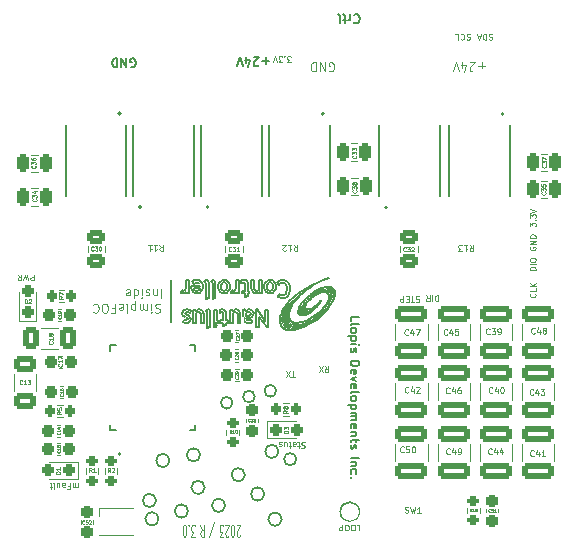
<source format=gbr>
%TF.GenerationSoftware,KiCad,Pcbnew,(7.0.0-0)*%
%TF.CreationDate,2023-03-29T23:18:46+02:00*%
%TF.ProjectId,Nauthiluscontroller,4e617574-6869-46c7-9573-636f6e74726f,rev?*%
%TF.SameCoordinates,Original*%
%TF.FileFunction,Legend,Top*%
%TF.FilePolarity,Positive*%
%FSLAX46Y46*%
G04 Gerber Fmt 4.6, Leading zero omitted, Abs format (unit mm)*
G04 Created by KiCad (PCBNEW (7.0.0-0)) date 2023-03-29 23:18:46*
%MOMM*%
%LPD*%
G01*
G04 APERTURE LIST*
G04 Aperture macros list*
%AMRoundRect*
0 Rectangle with rounded corners*
0 $1 Rounding radius*
0 $2 $3 $4 $5 $6 $7 $8 $9 X,Y pos of 4 corners*
0 Add a 4 corners polygon primitive as box body*
4,1,4,$2,$3,$4,$5,$6,$7,$8,$9,$2,$3,0*
0 Add four circle primitives for the rounded corners*
1,1,$1+$1,$2,$3*
1,1,$1+$1,$4,$5*
1,1,$1+$1,$6,$7*
1,1,$1+$1,$8,$9*
0 Add four rect primitives between the rounded corners*
20,1,$1+$1,$2,$3,$4,$5,0*
20,1,$1+$1,$4,$5,$6,$7,0*
20,1,$1+$1,$6,$7,$8,$9,0*
20,1,$1+$1,$8,$9,$2,$3,0*%
G04 Aperture macros list end*
%ADD10C,0.200000*%
%ADD11C,0.120000*%
%ADD12C,0.100000*%
%ADD13C,0.125000*%
%ADD14C,0.187500*%
%ADD15C,0.150000*%
%ADD16C,0.080000*%
%ADD17C,0.062500*%
%ADD18C,0.075000*%
%ADD19C,0.127000*%
%ADD20C,0.010000*%
%ADD21RoundRect,0.200000X-0.200000X-0.275000X0.200000X-0.275000X0.200000X0.275000X-0.200000X0.275000X0*%
%ADD22RoundRect,0.249997X1.100003X-0.412503X1.100003X0.412503X-1.100003X0.412503X-1.100003X-0.412503X0*%
%ADD23RoundRect,0.250000X0.475000X-0.337500X0.475000X0.337500X-0.475000X0.337500X-0.475000X-0.337500X0*%
%ADD24RoundRect,0.237500X-0.300000X-0.237500X0.300000X-0.237500X0.300000X0.237500X-0.300000X0.237500X0*%
%ADD25RoundRect,0.237500X0.300000X0.237500X-0.300000X0.237500X-0.300000X-0.237500X0.300000X-0.237500X0*%
%ADD26RoundRect,0.249997X0.412503X0.650003X-0.412503X0.650003X-0.412503X-0.650003X0.412503X-0.650003X0*%
%ADD27RoundRect,0.249997X0.650003X-0.412503X0.650003X0.412503X-0.650003X0.412503X-0.650003X-0.412503X0*%
%ADD28RoundRect,0.237500X0.237500X-0.300000X0.237500X0.300000X-0.237500X0.300000X-0.237500X-0.300000X0*%
%ADD29R,0.300000X1.500000*%
%ADD30R,1.500000X0.300000*%
%ADD31C,0.600000*%
%ADD32RoundRect,0.200000X0.275000X-0.200000X0.275000X0.200000X-0.275000X0.200000X-0.275000X-0.200000X0*%
%ADD33RoundRect,0.200000X-0.275000X0.200000X-0.275000X-0.200000X0.275000X-0.200000X0.275000X0.200000X0*%
%ADD34C,2.600000*%
%ADD35C,3.800000*%
%ADD36C,1.000000*%
%ADD37RoundRect,0.237500X0.237500X-0.287500X0.237500X0.287500X-0.237500X0.287500X-0.237500X-0.287500X0*%
%ADD38RoundRect,0.237500X-0.287500X-0.237500X0.287500X-0.237500X0.287500X0.237500X-0.287500X0.237500X0*%
%ADD39RoundRect,0.237500X0.287500X0.237500X-0.287500X0.237500X-0.287500X-0.237500X0.287500X-0.237500X0*%
%ADD40C,3.000000*%
%ADD41C,4.000000*%
%ADD42RoundRect,0.250000X-0.250000X-0.475000X0.250000X-0.475000X0.250000X0.475000X-0.250000X0.475000X0*%
%ADD43C,0.800000*%
%ADD44RoundRect,0.250000X0.250000X0.475000X-0.250000X0.475000X-0.250000X-0.475000X0.250000X-0.475000X0*%
%ADD45R,0.800000X0.600000*%
%ADD46R,0.900000X3.200000*%
%ADD47R,1.350000X1.350000*%
%ADD48O,1.350000X1.350000*%
%ADD49RoundRect,0.237500X-0.237500X0.300000X-0.237500X-0.300000X0.237500X-0.300000X0.237500X0.300000X0*%
%ADD50C,1.500000*%
%ADD51C,0.500000*%
%ADD52R,0.700000X0.700000*%
G04 APERTURE END LIST*
D10*
X128892228Y-115152228D02*
G75*
G03*
X128892228Y-115152228I-562228J0D01*
G01*
D11*
X141166907Y-100503225D02*
X142196907Y-99823225D01*
X141116907Y-98763225D02*
X141006907Y-99173225D01*
X139616907Y-100453225D02*
X140166907Y-99803225D01*
X143596907Y-97183225D02*
X142806907Y-97263225D01*
X131516907Y-99713225D02*
X131396907Y-99683225D01*
X139436907Y-100113225D02*
X140046907Y-99423225D01*
X143296907Y-98923225D02*
X143406907Y-98763225D01*
D10*
X139063660Y-105876341D02*
G75*
G03*
X139063660Y-105876341I-493660J0D01*
G01*
D11*
X142236907Y-99883225D02*
X142186907Y-99733225D01*
X143776907Y-97733225D02*
X143516907Y-97513225D01*
D10*
X146100000Y-116100000D02*
G75*
G03*
X146100000Y-116100000I-800000J0D01*
G01*
D11*
X141716907Y-97963225D02*
X142196907Y-97793225D01*
X139406907Y-100063225D02*
X139706907Y-99573225D01*
X143596907Y-97283225D02*
X143046907Y-97323225D01*
X140806907Y-100573225D02*
X141516907Y-100023225D01*
D10*
X130176907Y-96483225D02*
X130176907Y-100043225D01*
D11*
X143606907Y-97983225D02*
X143816907Y-97243225D01*
X131396907Y-99683225D02*
X131496907Y-99683225D01*
D10*
X138052228Y-114610000D02*
G75*
G03*
X138052228Y-114610000I-562228J0D01*
G01*
D11*
X143256907Y-99003225D02*
X142206907Y-99813225D01*
X141316907Y-98443225D02*
X141906907Y-98063225D01*
X142846907Y-97353225D02*
X141716907Y-97963225D01*
X139526907Y-100373225D02*
X140116907Y-99663225D01*
X140336907Y-98643225D02*
X139646907Y-99033225D01*
D10*
X131602228Y-116050000D02*
G75*
G03*
X131602228Y-116050000I-562228J0D01*
G01*
D11*
X140226907Y-99913225D02*
X139786907Y-100583225D01*
X141366907Y-98703225D02*
X141026907Y-99383225D01*
X143626907Y-97753225D02*
X143596907Y-97643225D01*
X140596907Y-100663225D02*
X141256907Y-100133225D01*
X142326907Y-99883225D02*
X143146907Y-99183225D01*
D10*
X130032228Y-111772228D02*
G75*
G03*
X130032228Y-111772228I-562228J0D01*
G01*
D11*
X143146907Y-99183225D02*
X142296907Y-99793225D01*
X141556907Y-98493225D02*
X140996907Y-98973225D01*
X139556907Y-99333225D02*
X140216907Y-98803225D01*
X141916907Y-99053225D02*
X141946907Y-99093225D01*
X143646907Y-97853225D02*
X143606907Y-97983225D01*
X140166907Y-99803225D02*
X139696907Y-100543225D01*
X139446907Y-99823225D02*
X140076907Y-99283225D01*
X142296907Y-99793225D02*
X143136907Y-98993225D01*
X140296907Y-100083225D02*
X140526907Y-100213225D01*
X140606907Y-98253225D02*
X139896907Y-98763225D01*
X143496907Y-97363225D02*
X142846907Y-97353225D01*
X141216907Y-99393225D02*
X141506907Y-98973225D01*
X140236907Y-98323225D02*
X140836907Y-97943225D01*
X142806907Y-97263225D02*
X142116907Y-97613225D01*
X143706907Y-97193225D02*
X143586907Y-97633225D01*
X143716907Y-97883225D02*
X143776907Y-97733225D01*
D10*
X140772015Y-111660000D02*
G75*
G03*
X140772015Y-111660000I-522015J0D01*
G01*
D11*
X143236907Y-98813225D02*
X143996907Y-97673225D01*
X139646907Y-99033225D02*
X139556907Y-99333225D01*
X140496907Y-100143225D02*
X140096907Y-100653225D01*
X139896907Y-98763225D02*
X140406907Y-98513225D01*
X143586907Y-97633225D02*
X143866907Y-97313225D01*
X140026907Y-98563225D02*
X140606907Y-98253225D01*
X143436907Y-97493225D02*
X143496907Y-97363225D01*
X141436907Y-97403225D02*
X140236907Y-98323225D01*
X141476907Y-99363225D02*
X141676907Y-99043225D01*
X140346907Y-100663225D02*
X140916907Y-100203225D01*
X140216907Y-100673225D02*
X140666907Y-100133225D01*
X141906907Y-98063225D02*
X141146907Y-98703225D01*
X140216907Y-98803225D02*
X139716907Y-99033225D01*
X139706907Y-99573225D02*
X139606907Y-99563225D01*
X140456907Y-100083225D02*
X140496907Y-100143225D01*
D10*
X132622228Y-111290000D02*
G75*
G03*
X132622228Y-111290000I-562228J0D01*
G01*
D11*
X141946907Y-99093225D02*
X141986907Y-99003225D01*
X139836907Y-99023225D02*
X139426907Y-99773225D01*
X140076907Y-99283225D02*
X139436907Y-100113225D01*
X143046907Y-97323225D02*
X143276907Y-97423225D01*
D10*
X134750000Y-115570000D02*
G75*
G03*
X134750000Y-115570000I-562228J0D01*
G01*
D11*
X140346907Y-100023225D02*
X139866907Y-100633225D01*
X141346907Y-99393225D02*
X141576907Y-99013225D01*
X141516907Y-100023225D02*
X141906907Y-99863225D01*
X140176907Y-98943225D02*
X139546907Y-99473225D01*
X139786907Y-100583225D02*
X140296907Y-100003225D01*
D10*
X139530000Y-116740000D02*
G75*
G03*
X139530000Y-116740000I-562228J0D01*
G01*
D11*
X142776907Y-97513225D02*
X143596907Y-97283225D01*
X143166907Y-98913225D02*
X143256907Y-99003225D01*
X141456907Y-98683225D02*
X141106907Y-99463225D01*
X141536907Y-100363225D02*
X142236907Y-99883225D01*
X143926907Y-97873225D02*
X143346907Y-98923225D01*
X143606907Y-98163225D02*
X143966907Y-97523225D01*
X140456907Y-100313225D02*
X140766907Y-100193225D01*
X140686907Y-98073225D02*
X140026907Y-98563225D01*
X141906907Y-99863225D02*
X140896907Y-100583225D01*
X143136907Y-98993225D02*
X143236907Y-98813225D01*
X141446907Y-98903225D02*
X141216907Y-99393225D01*
X142196907Y-99823225D02*
X141536907Y-100363225D01*
X143516907Y-97513225D02*
X143596907Y-97183225D01*
X139936907Y-100683225D02*
X140456907Y-100083225D01*
X142176907Y-98923225D02*
X142336907Y-98843225D01*
X142036907Y-99053225D02*
X142086907Y-98973225D01*
X143966907Y-97523225D02*
X143946907Y-97333225D01*
X142136907Y-99753225D02*
X141166907Y-100503225D01*
X142216907Y-97713225D02*
X142776907Y-97513225D01*
X140116907Y-99493225D02*
X139526907Y-100373225D01*
X141086907Y-100193225D02*
X140496907Y-100643225D01*
X139796907Y-99463225D02*
X139446907Y-99823225D01*
X143866907Y-97313225D02*
X143626907Y-97753225D01*
X139606907Y-99563225D02*
X139796907Y-99463225D01*
X142186907Y-99733225D02*
X143166907Y-98913225D01*
X141986907Y-99003225D02*
X142036907Y-99053225D01*
X140816907Y-100193225D02*
X141086907Y-100193225D01*
X139476907Y-100253225D02*
X140116907Y-99493225D01*
X141256907Y-100133225D02*
X140806907Y-100573225D01*
X140836907Y-97943225D02*
X140686907Y-98073225D01*
X142086907Y-98973225D02*
X142176907Y-98923225D01*
X140016907Y-98603225D02*
X139816907Y-98923225D01*
X140296907Y-100003225D02*
X140346907Y-100023225D01*
D10*
X129112228Y-116712228D02*
G75*
G03*
X129112228Y-116712228I-562228J0D01*
G01*
D11*
X140526907Y-100213225D02*
X140456907Y-100313225D01*
X140116907Y-99663225D02*
X139616907Y-100453225D01*
X142116907Y-97613225D02*
X142956907Y-97333225D01*
X143816907Y-97243225D02*
X143706907Y-97193225D01*
X141406907Y-98283225D02*
X141316907Y-98443225D01*
X139696907Y-99133225D02*
X139836907Y-99023225D01*
D10*
X135363660Y-106880000D02*
G75*
G03*
X135363660Y-106880000I-493660J0D01*
G01*
D11*
X143996907Y-97673225D02*
X143926907Y-97873225D01*
X142196907Y-97793225D02*
X141406907Y-98283225D01*
X139426907Y-99773225D02*
X140176907Y-98943225D01*
X141106907Y-99463225D02*
X141446907Y-98903225D01*
X142956907Y-97333225D02*
X142216907Y-97713225D01*
X141146907Y-98703225D02*
X141556907Y-98493225D01*
X140046907Y-99423225D02*
X139476907Y-100253225D01*
X140766907Y-100193225D02*
X140346907Y-100663225D01*
X141806907Y-99053225D02*
X141786907Y-99243225D01*
X139546907Y-99473225D02*
X140136907Y-99103225D01*
D10*
X133012228Y-114050000D02*
G75*
G03*
X133012228Y-114050000I-562228J0D01*
G01*
X137253660Y-106356341D02*
G75*
G03*
X137253660Y-106356341I-493660J0D01*
G01*
D11*
X141786907Y-99243225D02*
X141916907Y-99053225D01*
X143946907Y-97333225D02*
X143646907Y-97853225D01*
X139696907Y-100543225D02*
X140226907Y-99913225D01*
X140406907Y-98513225D02*
X140016907Y-98603225D01*
X140136907Y-99103225D02*
X139406907Y-100063225D01*
X141576907Y-99013225D02*
X141476907Y-99363225D01*
X139816907Y-98923225D02*
X140336907Y-98643225D01*
X141506907Y-98973225D02*
X141346907Y-99393225D01*
X143406907Y-98763225D02*
X143606907Y-98163225D01*
X141026907Y-99383225D02*
X141456907Y-98683225D01*
X143596907Y-97643225D02*
X143716907Y-97883225D01*
X140996907Y-98973225D02*
X141116907Y-98763225D01*
X140666907Y-100133225D02*
X140296907Y-100083225D01*
X141676907Y-99043225D02*
X141616907Y-99313225D01*
X143276907Y-97423225D02*
X143436907Y-97493225D01*
X141616907Y-99313225D02*
X141806907Y-99053225D01*
X142206907Y-99813225D02*
X142326907Y-99883225D01*
D10*
X139262228Y-111000000D02*
G75*
G03*
X139262228Y-111000000I-562228J0D01*
G01*
D11*
X140896907Y-100583225D02*
X142136907Y-99753225D01*
X143346907Y-98923225D02*
X143296907Y-98923225D01*
X131396907Y-99643225D02*
X131516907Y-99713225D01*
X140916907Y-100203225D02*
X140816907Y-100193225D01*
X141006907Y-99173225D02*
X141366907Y-98703225D01*
D10*
X136412228Y-112980000D02*
G75*
G03*
X136412228Y-112980000I-562228J0D01*
G01*
D11*
X139716907Y-99033225D02*
X139696907Y-99133225D01*
D12*
X129339049Y-97277689D02*
X129339049Y-98027689D01*
X128981906Y-97777689D02*
X128981906Y-97277689D01*
X128981906Y-97706260D02*
X128946192Y-97741975D01*
X128946192Y-97741975D02*
X128874763Y-97777689D01*
X128874763Y-97777689D02*
X128767620Y-97777689D01*
X128767620Y-97777689D02*
X128696192Y-97741975D01*
X128696192Y-97741975D02*
X128660478Y-97670546D01*
X128660478Y-97670546D02*
X128660478Y-97277689D01*
X128339049Y-97313403D02*
X128267621Y-97277689D01*
X128267621Y-97277689D02*
X128124764Y-97277689D01*
X128124764Y-97277689D02*
X128053335Y-97313403D01*
X128053335Y-97313403D02*
X128017621Y-97384832D01*
X128017621Y-97384832D02*
X128017621Y-97420546D01*
X128017621Y-97420546D02*
X128053335Y-97491975D01*
X128053335Y-97491975D02*
X128124764Y-97527689D01*
X128124764Y-97527689D02*
X128231907Y-97527689D01*
X128231907Y-97527689D02*
X128303335Y-97563403D01*
X128303335Y-97563403D02*
X128339049Y-97634832D01*
X128339049Y-97634832D02*
X128339049Y-97670546D01*
X128339049Y-97670546D02*
X128303335Y-97741975D01*
X128303335Y-97741975D02*
X128231907Y-97777689D01*
X128231907Y-97777689D02*
X128124764Y-97777689D01*
X128124764Y-97777689D02*
X128053335Y-97741975D01*
X127696192Y-97277689D02*
X127696192Y-97777689D01*
X127696192Y-98027689D02*
X127731906Y-97991975D01*
X127731906Y-97991975D02*
X127696192Y-97956260D01*
X127696192Y-97956260D02*
X127660478Y-97991975D01*
X127660478Y-97991975D02*
X127696192Y-98027689D01*
X127696192Y-98027689D02*
X127696192Y-97956260D01*
X127017621Y-97277689D02*
X127017621Y-98027689D01*
X127017621Y-97313403D02*
X127089049Y-97277689D01*
X127089049Y-97277689D02*
X127231906Y-97277689D01*
X127231906Y-97277689D02*
X127303335Y-97313403D01*
X127303335Y-97313403D02*
X127339049Y-97349117D01*
X127339049Y-97349117D02*
X127374763Y-97420546D01*
X127374763Y-97420546D02*
X127374763Y-97634832D01*
X127374763Y-97634832D02*
X127339049Y-97706260D01*
X127339049Y-97706260D02*
X127303335Y-97741975D01*
X127303335Y-97741975D02*
X127231906Y-97777689D01*
X127231906Y-97777689D02*
X127089049Y-97777689D01*
X127089049Y-97777689D02*
X127017621Y-97741975D01*
X126374764Y-97313403D02*
X126446192Y-97277689D01*
X126446192Y-97277689D02*
X126589050Y-97277689D01*
X126589050Y-97277689D02*
X126660478Y-97313403D01*
X126660478Y-97313403D02*
X126696192Y-97384832D01*
X126696192Y-97384832D02*
X126696192Y-97670546D01*
X126696192Y-97670546D02*
X126660478Y-97741975D01*
X126660478Y-97741975D02*
X126589050Y-97777689D01*
X126589050Y-97777689D02*
X126446192Y-97777689D01*
X126446192Y-97777689D02*
X126374764Y-97741975D01*
X126374764Y-97741975D02*
X126339050Y-97670546D01*
X126339050Y-97670546D02*
X126339050Y-97599117D01*
X126339050Y-97599117D02*
X126696192Y-97527689D01*
X118546666Y-96026309D02*
X118546666Y-96526309D01*
X118546666Y-96526309D02*
X118356190Y-96526309D01*
X118356190Y-96526309D02*
X118308571Y-96502500D01*
X118308571Y-96502500D02*
X118284761Y-96478690D01*
X118284761Y-96478690D02*
X118260952Y-96431071D01*
X118260952Y-96431071D02*
X118260952Y-96359642D01*
X118260952Y-96359642D02*
X118284761Y-96312023D01*
X118284761Y-96312023D02*
X118308571Y-96288214D01*
X118308571Y-96288214D02*
X118356190Y-96264404D01*
X118356190Y-96264404D02*
X118546666Y-96264404D01*
X118094285Y-96526309D02*
X117975237Y-96026309D01*
X117975237Y-96026309D02*
X117879999Y-96383452D01*
X117879999Y-96383452D02*
X117784761Y-96026309D01*
X117784761Y-96026309D02*
X117665714Y-96526309D01*
X117189523Y-96026309D02*
X117356189Y-96264404D01*
X117475237Y-96026309D02*
X117475237Y-96526309D01*
X117475237Y-96526309D02*
X117284761Y-96526309D01*
X117284761Y-96526309D02*
X117237142Y-96502500D01*
X117237142Y-96502500D02*
X117213332Y-96478690D01*
X117213332Y-96478690D02*
X117189523Y-96431071D01*
X117189523Y-96431071D02*
X117189523Y-96359642D01*
X117189523Y-96359642D02*
X117213332Y-96312023D01*
X117213332Y-96312023D02*
X117237142Y-96288214D01*
X117237142Y-96288214D02*
X117284761Y-96264404D01*
X117284761Y-96264404D02*
X117475237Y-96264404D01*
X141483332Y-110240119D02*
X141411904Y-110216309D01*
X141411904Y-110216309D02*
X141292856Y-110216309D01*
X141292856Y-110216309D02*
X141245237Y-110240119D01*
X141245237Y-110240119D02*
X141221428Y-110263928D01*
X141221428Y-110263928D02*
X141197618Y-110311547D01*
X141197618Y-110311547D02*
X141197618Y-110359166D01*
X141197618Y-110359166D02*
X141221428Y-110406785D01*
X141221428Y-110406785D02*
X141245237Y-110430595D01*
X141245237Y-110430595D02*
X141292856Y-110454404D01*
X141292856Y-110454404D02*
X141388094Y-110478214D01*
X141388094Y-110478214D02*
X141435713Y-110502023D01*
X141435713Y-110502023D02*
X141459523Y-110525833D01*
X141459523Y-110525833D02*
X141483332Y-110573452D01*
X141483332Y-110573452D02*
X141483332Y-110621071D01*
X141483332Y-110621071D02*
X141459523Y-110668690D01*
X141459523Y-110668690D02*
X141435713Y-110692500D01*
X141435713Y-110692500D02*
X141388094Y-110716309D01*
X141388094Y-110716309D02*
X141269047Y-110716309D01*
X141269047Y-110716309D02*
X141197618Y-110692500D01*
X141054761Y-110549642D02*
X140864285Y-110549642D01*
X140983333Y-110716309D02*
X140983333Y-110287738D01*
X140983333Y-110287738D02*
X140959523Y-110240119D01*
X140959523Y-110240119D02*
X140911904Y-110216309D01*
X140911904Y-110216309D02*
X140864285Y-110216309D01*
X140483333Y-110216309D02*
X140483333Y-110478214D01*
X140483333Y-110478214D02*
X140507143Y-110525833D01*
X140507143Y-110525833D02*
X140554762Y-110549642D01*
X140554762Y-110549642D02*
X140650000Y-110549642D01*
X140650000Y-110549642D02*
X140697619Y-110525833D01*
X140483333Y-110240119D02*
X140530952Y-110216309D01*
X140530952Y-110216309D02*
X140650000Y-110216309D01*
X140650000Y-110216309D02*
X140697619Y-110240119D01*
X140697619Y-110240119D02*
X140721428Y-110287738D01*
X140721428Y-110287738D02*
X140721428Y-110335357D01*
X140721428Y-110335357D02*
X140697619Y-110382976D01*
X140697619Y-110382976D02*
X140650000Y-110406785D01*
X140650000Y-110406785D02*
X140530952Y-110406785D01*
X140530952Y-110406785D02*
X140483333Y-110430595D01*
X140316666Y-110549642D02*
X140126190Y-110549642D01*
X140245238Y-110716309D02*
X140245238Y-110287738D01*
X140245238Y-110287738D02*
X140221428Y-110240119D01*
X140221428Y-110240119D02*
X140173809Y-110216309D01*
X140173809Y-110216309D02*
X140126190Y-110216309D01*
X139745238Y-110549642D02*
X139745238Y-110216309D01*
X139959524Y-110549642D02*
X139959524Y-110287738D01*
X139959524Y-110287738D02*
X139935714Y-110240119D01*
X139935714Y-110240119D02*
X139888095Y-110216309D01*
X139888095Y-110216309D02*
X139816667Y-110216309D01*
X139816667Y-110216309D02*
X139769048Y-110240119D01*
X139769048Y-110240119D02*
X139745238Y-110263928D01*
X139530952Y-110240119D02*
X139483333Y-110216309D01*
X139483333Y-110216309D02*
X139388095Y-110216309D01*
X139388095Y-110216309D02*
X139340476Y-110240119D01*
X139340476Y-110240119D02*
X139316667Y-110287738D01*
X139316667Y-110287738D02*
X139316667Y-110311547D01*
X139316667Y-110311547D02*
X139340476Y-110359166D01*
X139340476Y-110359166D02*
X139388095Y-110382976D01*
X139388095Y-110382976D02*
X139459524Y-110382976D01*
X139459524Y-110382976D02*
X139507143Y-110406785D01*
X139507143Y-110406785D02*
X139530952Y-110454404D01*
X139530952Y-110454404D02*
X139530952Y-110478214D01*
X139530952Y-110478214D02*
X139507143Y-110525833D01*
X139507143Y-110525833D02*
X139459524Y-110549642D01*
X139459524Y-110549642D02*
X139388095Y-110549642D01*
X139388095Y-110549642D02*
X139340476Y-110525833D01*
D13*
X135994283Y-118117380D02*
X135970474Y-118165000D01*
X135970474Y-118165000D02*
X135922855Y-118212619D01*
X135922855Y-118212619D02*
X135803807Y-118212619D01*
X135803807Y-118212619D02*
X135756188Y-118165000D01*
X135756188Y-118165000D02*
X135732379Y-118117380D01*
X135732379Y-118117380D02*
X135708569Y-118022142D01*
X135708569Y-118022142D02*
X135708569Y-117926904D01*
X135708569Y-117926904D02*
X135732379Y-117784047D01*
X135732379Y-117784047D02*
X136018093Y-117212619D01*
X136018093Y-117212619D02*
X135708569Y-117212619D01*
X135399046Y-118212619D02*
X135351427Y-118212619D01*
X135351427Y-118212619D02*
X135303808Y-118165000D01*
X135303808Y-118165000D02*
X135279998Y-118117380D01*
X135279998Y-118117380D02*
X135256189Y-118022142D01*
X135256189Y-118022142D02*
X135232379Y-117831666D01*
X135232379Y-117831666D02*
X135232379Y-117593571D01*
X135232379Y-117593571D02*
X135256189Y-117403095D01*
X135256189Y-117403095D02*
X135279998Y-117307857D01*
X135279998Y-117307857D02*
X135303808Y-117260238D01*
X135303808Y-117260238D02*
X135351427Y-117212619D01*
X135351427Y-117212619D02*
X135399046Y-117212619D01*
X135399046Y-117212619D02*
X135446665Y-117260238D01*
X135446665Y-117260238D02*
X135470474Y-117307857D01*
X135470474Y-117307857D02*
X135494284Y-117403095D01*
X135494284Y-117403095D02*
X135518093Y-117593571D01*
X135518093Y-117593571D02*
X135518093Y-117831666D01*
X135518093Y-117831666D02*
X135494284Y-118022142D01*
X135494284Y-118022142D02*
X135470474Y-118117380D01*
X135470474Y-118117380D02*
X135446665Y-118165000D01*
X135446665Y-118165000D02*
X135399046Y-118212619D01*
X135041903Y-118117380D02*
X135018094Y-118165000D01*
X135018094Y-118165000D02*
X134970475Y-118212619D01*
X134970475Y-118212619D02*
X134851427Y-118212619D01*
X134851427Y-118212619D02*
X134803808Y-118165000D01*
X134803808Y-118165000D02*
X134779999Y-118117380D01*
X134779999Y-118117380D02*
X134756189Y-118022142D01*
X134756189Y-118022142D02*
X134756189Y-117926904D01*
X134756189Y-117926904D02*
X134779999Y-117784047D01*
X134779999Y-117784047D02*
X135065713Y-117212619D01*
X135065713Y-117212619D02*
X134756189Y-117212619D01*
X134589523Y-118212619D02*
X134279999Y-118212619D01*
X134279999Y-118212619D02*
X134446666Y-117831666D01*
X134446666Y-117831666D02*
X134375237Y-117831666D01*
X134375237Y-117831666D02*
X134327618Y-117784047D01*
X134327618Y-117784047D02*
X134303809Y-117736428D01*
X134303809Y-117736428D02*
X134279999Y-117641190D01*
X134279999Y-117641190D02*
X134279999Y-117403095D01*
X134279999Y-117403095D02*
X134303809Y-117307857D01*
X134303809Y-117307857D02*
X134327618Y-117260238D01*
X134327618Y-117260238D02*
X134375237Y-117212619D01*
X134375237Y-117212619D02*
X134518094Y-117212619D01*
X134518094Y-117212619D02*
X134565713Y-117260238D01*
X134565713Y-117260238D02*
X134589523Y-117307857D01*
X133408571Y-118260238D02*
X133837142Y-116974523D01*
X132656190Y-117212619D02*
X132822856Y-117688809D01*
X132941904Y-117212619D02*
X132941904Y-118212619D01*
X132941904Y-118212619D02*
X132751428Y-118212619D01*
X132751428Y-118212619D02*
X132703809Y-118165000D01*
X132703809Y-118165000D02*
X132679999Y-118117380D01*
X132679999Y-118117380D02*
X132656190Y-118022142D01*
X132656190Y-118022142D02*
X132656190Y-117879285D01*
X132656190Y-117879285D02*
X132679999Y-117784047D01*
X132679999Y-117784047D02*
X132703809Y-117736428D01*
X132703809Y-117736428D02*
X132751428Y-117688809D01*
X132751428Y-117688809D02*
X132941904Y-117688809D01*
X132189523Y-118212619D02*
X131879999Y-118212619D01*
X131879999Y-118212619D02*
X132046666Y-117831666D01*
X132046666Y-117831666D02*
X131975237Y-117831666D01*
X131975237Y-117831666D02*
X131927618Y-117784047D01*
X131927618Y-117784047D02*
X131903809Y-117736428D01*
X131903809Y-117736428D02*
X131879999Y-117641190D01*
X131879999Y-117641190D02*
X131879999Y-117403095D01*
X131879999Y-117403095D02*
X131903809Y-117307857D01*
X131903809Y-117307857D02*
X131927618Y-117260238D01*
X131927618Y-117260238D02*
X131975237Y-117212619D01*
X131975237Y-117212619D02*
X132118094Y-117212619D01*
X132118094Y-117212619D02*
X132165713Y-117260238D01*
X132165713Y-117260238D02*
X132189523Y-117307857D01*
X131665714Y-117307857D02*
X131641904Y-117260238D01*
X131641904Y-117260238D02*
X131665714Y-117212619D01*
X131665714Y-117212619D02*
X131689523Y-117260238D01*
X131689523Y-117260238D02*
X131665714Y-117307857D01*
X131665714Y-117307857D02*
X131665714Y-117212619D01*
X131332381Y-118212619D02*
X131284762Y-118212619D01*
X131284762Y-118212619D02*
X131237143Y-118165000D01*
X131237143Y-118165000D02*
X131213333Y-118117380D01*
X131213333Y-118117380D02*
X131189524Y-118022142D01*
X131189524Y-118022142D02*
X131165714Y-117831666D01*
X131165714Y-117831666D02*
X131165714Y-117593571D01*
X131165714Y-117593571D02*
X131189524Y-117403095D01*
X131189524Y-117403095D02*
X131213333Y-117307857D01*
X131213333Y-117307857D02*
X131237143Y-117260238D01*
X131237143Y-117260238D02*
X131284762Y-117212619D01*
X131284762Y-117212619D02*
X131332381Y-117212619D01*
X131332381Y-117212619D02*
X131380000Y-117260238D01*
X131380000Y-117260238D02*
X131403809Y-117307857D01*
X131403809Y-117307857D02*
X131427619Y-117403095D01*
X131427619Y-117403095D02*
X131451428Y-117593571D01*
X131451428Y-117593571D02*
X131451428Y-117831666D01*
X131451428Y-117831666D02*
X131427619Y-118022142D01*
X131427619Y-118022142D02*
X131403809Y-118117380D01*
X131403809Y-118117380D02*
X131380000Y-118165000D01*
X131380000Y-118165000D02*
X131332381Y-118212619D01*
D12*
X160986071Y-97647619D02*
X161009880Y-97671428D01*
X161009880Y-97671428D02*
X161033690Y-97742857D01*
X161033690Y-97742857D02*
X161033690Y-97790476D01*
X161033690Y-97790476D02*
X161009880Y-97861904D01*
X161009880Y-97861904D02*
X160962261Y-97909523D01*
X160962261Y-97909523D02*
X160914642Y-97933333D01*
X160914642Y-97933333D02*
X160819404Y-97957142D01*
X160819404Y-97957142D02*
X160747976Y-97957142D01*
X160747976Y-97957142D02*
X160652738Y-97933333D01*
X160652738Y-97933333D02*
X160605119Y-97909523D01*
X160605119Y-97909523D02*
X160557500Y-97861904D01*
X160557500Y-97861904D02*
X160533690Y-97790476D01*
X160533690Y-97790476D02*
X160533690Y-97742857D01*
X160533690Y-97742857D02*
X160557500Y-97671428D01*
X160557500Y-97671428D02*
X160581309Y-97647619D01*
X161033690Y-97195238D02*
X161033690Y-97433333D01*
X161033690Y-97433333D02*
X160533690Y-97433333D01*
X161033690Y-97028571D02*
X160533690Y-97028571D01*
X161033690Y-96742857D02*
X160747976Y-96957142D01*
X160533690Y-96742857D02*
X160819404Y-97028571D01*
X161033690Y-95661904D02*
X160533690Y-95661904D01*
X160533690Y-95661904D02*
X160533690Y-95542856D01*
X160533690Y-95542856D02*
X160557500Y-95471428D01*
X160557500Y-95471428D02*
X160605119Y-95423809D01*
X160605119Y-95423809D02*
X160652738Y-95399999D01*
X160652738Y-95399999D02*
X160747976Y-95376190D01*
X160747976Y-95376190D02*
X160819404Y-95376190D01*
X160819404Y-95376190D02*
X160914642Y-95399999D01*
X160914642Y-95399999D02*
X160962261Y-95423809D01*
X160962261Y-95423809D02*
X161009880Y-95471428D01*
X161009880Y-95471428D02*
X161033690Y-95542856D01*
X161033690Y-95542856D02*
X161033690Y-95661904D01*
X161033690Y-95161904D02*
X160533690Y-95161904D01*
X160533690Y-94828571D02*
X160533690Y-94733333D01*
X160533690Y-94733333D02*
X160557500Y-94685714D01*
X160557500Y-94685714D02*
X160605119Y-94638095D01*
X160605119Y-94638095D02*
X160700357Y-94614285D01*
X160700357Y-94614285D02*
X160867023Y-94614285D01*
X160867023Y-94614285D02*
X160962261Y-94638095D01*
X160962261Y-94638095D02*
X161009880Y-94685714D01*
X161009880Y-94685714D02*
X161033690Y-94733333D01*
X161033690Y-94733333D02*
X161033690Y-94828571D01*
X161033690Y-94828571D02*
X161009880Y-94876190D01*
X161009880Y-94876190D02*
X160962261Y-94923809D01*
X160962261Y-94923809D02*
X160867023Y-94947618D01*
X160867023Y-94947618D02*
X160700357Y-94947618D01*
X160700357Y-94947618D02*
X160605119Y-94923809D01*
X160605119Y-94923809D02*
X160557500Y-94876190D01*
X160557500Y-94876190D02*
X160533690Y-94828571D01*
X160557500Y-93680952D02*
X160533690Y-93728571D01*
X160533690Y-93728571D02*
X160533690Y-93800000D01*
X160533690Y-93800000D02*
X160557500Y-93871428D01*
X160557500Y-93871428D02*
X160605119Y-93919047D01*
X160605119Y-93919047D02*
X160652738Y-93942857D01*
X160652738Y-93942857D02*
X160747976Y-93966666D01*
X160747976Y-93966666D02*
X160819404Y-93966666D01*
X160819404Y-93966666D02*
X160914642Y-93942857D01*
X160914642Y-93942857D02*
X160962261Y-93919047D01*
X160962261Y-93919047D02*
X161009880Y-93871428D01*
X161009880Y-93871428D02*
X161033690Y-93800000D01*
X161033690Y-93800000D02*
X161033690Y-93752381D01*
X161033690Y-93752381D02*
X161009880Y-93680952D01*
X161009880Y-93680952D02*
X160986071Y-93657143D01*
X160986071Y-93657143D02*
X160819404Y-93657143D01*
X160819404Y-93657143D02*
X160819404Y-93752381D01*
X161033690Y-93442857D02*
X160533690Y-93442857D01*
X160533690Y-93442857D02*
X161033690Y-93157143D01*
X161033690Y-93157143D02*
X160533690Y-93157143D01*
X161033690Y-92919047D02*
X160533690Y-92919047D01*
X160533690Y-92919047D02*
X160533690Y-92799999D01*
X160533690Y-92799999D02*
X160557500Y-92728571D01*
X160557500Y-92728571D02*
X160605119Y-92680952D01*
X160605119Y-92680952D02*
X160652738Y-92657142D01*
X160652738Y-92657142D02*
X160747976Y-92633333D01*
X160747976Y-92633333D02*
X160819404Y-92633333D01*
X160819404Y-92633333D02*
X160914642Y-92657142D01*
X160914642Y-92657142D02*
X160962261Y-92680952D01*
X160962261Y-92680952D02*
X161009880Y-92728571D01*
X161009880Y-92728571D02*
X161033690Y-92799999D01*
X161033690Y-92799999D02*
X161033690Y-92919047D01*
X160533690Y-91948094D02*
X160533690Y-91638570D01*
X160533690Y-91638570D02*
X160724166Y-91805237D01*
X160724166Y-91805237D02*
X160724166Y-91733808D01*
X160724166Y-91733808D02*
X160747976Y-91686189D01*
X160747976Y-91686189D02*
X160771785Y-91662380D01*
X160771785Y-91662380D02*
X160819404Y-91638570D01*
X160819404Y-91638570D02*
X160938452Y-91638570D01*
X160938452Y-91638570D02*
X160986071Y-91662380D01*
X160986071Y-91662380D02*
X161009880Y-91686189D01*
X161009880Y-91686189D02*
X161033690Y-91733808D01*
X161033690Y-91733808D02*
X161033690Y-91876665D01*
X161033690Y-91876665D02*
X161009880Y-91924284D01*
X161009880Y-91924284D02*
X160986071Y-91948094D01*
X160986071Y-91424285D02*
X161009880Y-91400475D01*
X161009880Y-91400475D02*
X161033690Y-91424285D01*
X161033690Y-91424285D02*
X161009880Y-91448094D01*
X161009880Y-91448094D02*
X160986071Y-91424285D01*
X160986071Y-91424285D02*
X161033690Y-91424285D01*
X160533690Y-91233809D02*
X160533690Y-90924285D01*
X160533690Y-90924285D02*
X160724166Y-91090952D01*
X160724166Y-91090952D02*
X160724166Y-91019523D01*
X160724166Y-91019523D02*
X160747976Y-90971904D01*
X160747976Y-90971904D02*
X160771785Y-90948095D01*
X160771785Y-90948095D02*
X160819404Y-90924285D01*
X160819404Y-90924285D02*
X160938452Y-90924285D01*
X160938452Y-90924285D02*
X160986071Y-90948095D01*
X160986071Y-90948095D02*
X161009880Y-90971904D01*
X161009880Y-90971904D02*
X161033690Y-91019523D01*
X161033690Y-91019523D02*
X161033690Y-91162380D01*
X161033690Y-91162380D02*
X161009880Y-91209999D01*
X161009880Y-91209999D02*
X160986071Y-91233809D01*
X160533690Y-90781428D02*
X161033690Y-90614762D01*
X161033690Y-90614762D02*
X160533690Y-90448095D01*
X151169522Y-97870119D02*
X151098094Y-97846309D01*
X151098094Y-97846309D02*
X150979046Y-97846309D01*
X150979046Y-97846309D02*
X150931427Y-97870119D01*
X150931427Y-97870119D02*
X150907618Y-97893928D01*
X150907618Y-97893928D02*
X150883808Y-97941547D01*
X150883808Y-97941547D02*
X150883808Y-97989166D01*
X150883808Y-97989166D02*
X150907618Y-98036785D01*
X150907618Y-98036785D02*
X150931427Y-98060595D01*
X150931427Y-98060595D02*
X150979046Y-98084404D01*
X150979046Y-98084404D02*
X151074284Y-98108214D01*
X151074284Y-98108214D02*
X151121903Y-98132023D01*
X151121903Y-98132023D02*
X151145713Y-98155833D01*
X151145713Y-98155833D02*
X151169522Y-98203452D01*
X151169522Y-98203452D02*
X151169522Y-98251071D01*
X151169522Y-98251071D02*
X151145713Y-98298690D01*
X151145713Y-98298690D02*
X151121903Y-98322500D01*
X151121903Y-98322500D02*
X151074284Y-98346309D01*
X151074284Y-98346309D02*
X150955237Y-98346309D01*
X150955237Y-98346309D02*
X150883808Y-98322500D01*
X150740951Y-98346309D02*
X150455237Y-98346309D01*
X150598094Y-97846309D02*
X150598094Y-98346309D01*
X150288571Y-98108214D02*
X150121904Y-98108214D01*
X150050476Y-97846309D02*
X150288571Y-97846309D01*
X150288571Y-97846309D02*
X150288571Y-98346309D01*
X150288571Y-98346309D02*
X150050476Y-98346309D01*
X149836190Y-97846309D02*
X149836190Y-98346309D01*
X149836190Y-98346309D02*
X149645714Y-98346309D01*
X149645714Y-98346309D02*
X149598095Y-98322500D01*
X149598095Y-98322500D02*
X149574285Y-98298690D01*
X149574285Y-98298690D02*
X149550476Y-98251071D01*
X149550476Y-98251071D02*
X149550476Y-98179642D01*
X149550476Y-98179642D02*
X149574285Y-98132023D01*
X149574285Y-98132023D02*
X149598095Y-98108214D01*
X149598095Y-98108214D02*
X149645714Y-98084404D01*
X149645714Y-98084404D02*
X149836190Y-98084404D01*
X152789999Y-97786309D02*
X152789999Y-98286309D01*
X152789999Y-98286309D02*
X152670951Y-98286309D01*
X152670951Y-98286309D02*
X152599523Y-98262500D01*
X152599523Y-98262500D02*
X152551904Y-98214880D01*
X152551904Y-98214880D02*
X152528094Y-98167261D01*
X152528094Y-98167261D02*
X152504285Y-98072023D01*
X152504285Y-98072023D02*
X152504285Y-98000595D01*
X152504285Y-98000595D02*
X152528094Y-97905357D01*
X152528094Y-97905357D02*
X152551904Y-97857738D01*
X152551904Y-97857738D02*
X152599523Y-97810119D01*
X152599523Y-97810119D02*
X152670951Y-97786309D01*
X152670951Y-97786309D02*
X152789999Y-97786309D01*
X152289999Y-97786309D02*
X152289999Y-98286309D01*
X151766190Y-97786309D02*
X151932856Y-98024404D01*
X152051904Y-97786309D02*
X152051904Y-98286309D01*
X152051904Y-98286309D02*
X151861428Y-98286309D01*
X151861428Y-98286309D02*
X151813809Y-98262500D01*
X151813809Y-98262500D02*
X151789999Y-98238690D01*
X151789999Y-98238690D02*
X151766190Y-98191071D01*
X151766190Y-98191071D02*
X151766190Y-98119642D01*
X151766190Y-98119642D02*
X151789999Y-98072023D01*
X151789999Y-98072023D02*
X151813809Y-98048214D01*
X151813809Y-98048214D02*
X151861428Y-98024404D01*
X151861428Y-98024404D02*
X152051904Y-98024404D01*
X143193333Y-103776309D02*
X143359999Y-104014404D01*
X143479047Y-103776309D02*
X143479047Y-104276309D01*
X143479047Y-104276309D02*
X143288571Y-104276309D01*
X143288571Y-104276309D02*
X143240952Y-104252500D01*
X143240952Y-104252500D02*
X143217142Y-104228690D01*
X143217142Y-104228690D02*
X143193333Y-104181071D01*
X143193333Y-104181071D02*
X143193333Y-104109642D01*
X143193333Y-104109642D02*
X143217142Y-104062023D01*
X143217142Y-104062023D02*
X143240952Y-104038214D01*
X143240952Y-104038214D02*
X143288571Y-104014404D01*
X143288571Y-104014404D02*
X143479047Y-104014404D01*
X143026666Y-104276309D02*
X142693333Y-103776309D01*
X142693333Y-104276309D02*
X143026666Y-103776309D01*
X140630951Y-104676309D02*
X140345237Y-104676309D01*
X140488094Y-104176309D02*
X140488094Y-104676309D01*
X140226190Y-104676309D02*
X139892857Y-104176309D01*
X139892857Y-104676309D02*
X140226190Y-104176309D01*
D13*
X155475237Y-75660119D02*
X155403809Y-75636309D01*
X155403809Y-75636309D02*
X155284761Y-75636309D01*
X155284761Y-75636309D02*
X155237142Y-75660119D01*
X155237142Y-75660119D02*
X155213333Y-75683928D01*
X155213333Y-75683928D02*
X155189523Y-75731547D01*
X155189523Y-75731547D02*
X155189523Y-75779166D01*
X155189523Y-75779166D02*
X155213333Y-75826785D01*
X155213333Y-75826785D02*
X155237142Y-75850595D01*
X155237142Y-75850595D02*
X155284761Y-75874404D01*
X155284761Y-75874404D02*
X155379999Y-75898214D01*
X155379999Y-75898214D02*
X155427618Y-75922023D01*
X155427618Y-75922023D02*
X155451428Y-75945833D01*
X155451428Y-75945833D02*
X155475237Y-75993452D01*
X155475237Y-75993452D02*
X155475237Y-76041071D01*
X155475237Y-76041071D02*
X155451428Y-76088690D01*
X155451428Y-76088690D02*
X155427618Y-76112500D01*
X155427618Y-76112500D02*
X155379999Y-76136309D01*
X155379999Y-76136309D02*
X155260952Y-76136309D01*
X155260952Y-76136309D02*
X155189523Y-76112500D01*
X154689524Y-75683928D02*
X154713333Y-75660119D01*
X154713333Y-75660119D02*
X154784762Y-75636309D01*
X154784762Y-75636309D02*
X154832381Y-75636309D01*
X154832381Y-75636309D02*
X154903809Y-75660119D01*
X154903809Y-75660119D02*
X154951428Y-75707738D01*
X154951428Y-75707738D02*
X154975238Y-75755357D01*
X154975238Y-75755357D02*
X154999047Y-75850595D01*
X154999047Y-75850595D02*
X154999047Y-75922023D01*
X154999047Y-75922023D02*
X154975238Y-76017261D01*
X154975238Y-76017261D02*
X154951428Y-76064880D01*
X154951428Y-76064880D02*
X154903809Y-76112500D01*
X154903809Y-76112500D02*
X154832381Y-76136309D01*
X154832381Y-76136309D02*
X154784762Y-76136309D01*
X154784762Y-76136309D02*
X154713333Y-76112500D01*
X154713333Y-76112500D02*
X154689524Y-76088690D01*
X154237143Y-75636309D02*
X154475238Y-75636309D01*
X154475238Y-75636309D02*
X154475238Y-76136309D01*
D12*
X129246191Y-98533403D02*
X129139049Y-98497689D01*
X129139049Y-98497689D02*
X128960477Y-98497689D01*
X128960477Y-98497689D02*
X128889049Y-98533403D01*
X128889049Y-98533403D02*
X128853334Y-98569117D01*
X128853334Y-98569117D02*
X128817620Y-98640546D01*
X128817620Y-98640546D02*
X128817620Y-98711975D01*
X128817620Y-98711975D02*
X128853334Y-98783403D01*
X128853334Y-98783403D02*
X128889049Y-98819117D01*
X128889049Y-98819117D02*
X128960477Y-98854832D01*
X128960477Y-98854832D02*
X129103334Y-98890546D01*
X129103334Y-98890546D02*
X129174763Y-98926260D01*
X129174763Y-98926260D02*
X129210477Y-98961975D01*
X129210477Y-98961975D02*
X129246191Y-99033403D01*
X129246191Y-99033403D02*
X129246191Y-99104832D01*
X129246191Y-99104832D02*
X129210477Y-99176260D01*
X129210477Y-99176260D02*
X129174763Y-99211975D01*
X129174763Y-99211975D02*
X129103334Y-99247689D01*
X129103334Y-99247689D02*
X128924763Y-99247689D01*
X128924763Y-99247689D02*
X128817620Y-99211975D01*
X128496191Y-98497689D02*
X128496191Y-98997689D01*
X128496191Y-99247689D02*
X128531905Y-99211975D01*
X128531905Y-99211975D02*
X128496191Y-99176260D01*
X128496191Y-99176260D02*
X128460477Y-99211975D01*
X128460477Y-99211975D02*
X128496191Y-99247689D01*
X128496191Y-99247689D02*
X128496191Y-99176260D01*
X128139048Y-98497689D02*
X128139048Y-98997689D01*
X128139048Y-98926260D02*
X128103334Y-98961975D01*
X128103334Y-98961975D02*
X128031905Y-98997689D01*
X128031905Y-98997689D02*
X127924762Y-98997689D01*
X127924762Y-98997689D02*
X127853334Y-98961975D01*
X127853334Y-98961975D02*
X127817620Y-98890546D01*
X127817620Y-98890546D02*
X127817620Y-98497689D01*
X127817620Y-98890546D02*
X127781905Y-98961975D01*
X127781905Y-98961975D02*
X127710477Y-98997689D01*
X127710477Y-98997689D02*
X127603334Y-98997689D01*
X127603334Y-98997689D02*
X127531905Y-98961975D01*
X127531905Y-98961975D02*
X127496191Y-98890546D01*
X127496191Y-98890546D02*
X127496191Y-98497689D01*
X127139048Y-98997689D02*
X127139048Y-98247689D01*
X127139048Y-98961975D02*
X127067620Y-98997689D01*
X127067620Y-98997689D02*
X126924762Y-98997689D01*
X126924762Y-98997689D02*
X126853334Y-98961975D01*
X126853334Y-98961975D02*
X126817620Y-98926260D01*
X126817620Y-98926260D02*
X126781905Y-98854832D01*
X126781905Y-98854832D02*
X126781905Y-98640546D01*
X126781905Y-98640546D02*
X126817620Y-98569117D01*
X126817620Y-98569117D02*
X126853334Y-98533403D01*
X126853334Y-98533403D02*
X126924762Y-98497689D01*
X126924762Y-98497689D02*
X127067620Y-98497689D01*
X127067620Y-98497689D02*
X127139048Y-98533403D01*
X126353334Y-98497689D02*
X126424763Y-98533403D01*
X126424763Y-98533403D02*
X126460477Y-98604832D01*
X126460477Y-98604832D02*
X126460477Y-99247689D01*
X125781906Y-98533403D02*
X125853334Y-98497689D01*
X125853334Y-98497689D02*
X125996192Y-98497689D01*
X125996192Y-98497689D02*
X126067620Y-98533403D01*
X126067620Y-98533403D02*
X126103334Y-98604832D01*
X126103334Y-98604832D02*
X126103334Y-98890546D01*
X126103334Y-98890546D02*
X126067620Y-98961975D01*
X126067620Y-98961975D02*
X125996192Y-98997689D01*
X125996192Y-98997689D02*
X125853334Y-98997689D01*
X125853334Y-98997689D02*
X125781906Y-98961975D01*
X125781906Y-98961975D02*
X125746192Y-98890546D01*
X125746192Y-98890546D02*
X125746192Y-98819117D01*
X125746192Y-98819117D02*
X126103334Y-98747689D01*
X125174763Y-98890546D02*
X125424763Y-98890546D01*
X125424763Y-98497689D02*
X125424763Y-99247689D01*
X125424763Y-99247689D02*
X125067620Y-99247689D01*
X124639049Y-99247689D02*
X124496192Y-99247689D01*
X124496192Y-99247689D02*
X124424763Y-99211975D01*
X124424763Y-99211975D02*
X124353335Y-99140546D01*
X124353335Y-99140546D02*
X124317620Y-98997689D01*
X124317620Y-98997689D02*
X124317620Y-98747689D01*
X124317620Y-98747689D02*
X124353335Y-98604832D01*
X124353335Y-98604832D02*
X124424763Y-98533403D01*
X124424763Y-98533403D02*
X124496192Y-98497689D01*
X124496192Y-98497689D02*
X124639049Y-98497689D01*
X124639049Y-98497689D02*
X124710478Y-98533403D01*
X124710478Y-98533403D02*
X124781906Y-98604832D01*
X124781906Y-98604832D02*
X124817620Y-98747689D01*
X124817620Y-98747689D02*
X124817620Y-98997689D01*
X124817620Y-98997689D02*
X124781906Y-99140546D01*
X124781906Y-99140546D02*
X124710478Y-99211975D01*
X124710478Y-99211975D02*
X124639049Y-99247689D01*
X123567621Y-98569117D02*
X123603335Y-98533403D01*
X123603335Y-98533403D02*
X123710478Y-98497689D01*
X123710478Y-98497689D02*
X123781906Y-98497689D01*
X123781906Y-98497689D02*
X123889049Y-98533403D01*
X123889049Y-98533403D02*
X123960478Y-98604832D01*
X123960478Y-98604832D02*
X123996192Y-98676260D01*
X123996192Y-98676260D02*
X124031906Y-98819117D01*
X124031906Y-98819117D02*
X124031906Y-98926260D01*
X124031906Y-98926260D02*
X123996192Y-99069117D01*
X123996192Y-99069117D02*
X123960478Y-99140546D01*
X123960478Y-99140546D02*
X123889049Y-99211975D01*
X123889049Y-99211975D02*
X123781906Y-99247689D01*
X123781906Y-99247689D02*
X123710478Y-99247689D01*
X123710478Y-99247689D02*
X123603335Y-99211975D01*
X123603335Y-99211975D02*
X123567621Y-99176260D01*
D14*
X145660714Y-74075892D02*
X145696428Y-74040178D01*
X145696428Y-74040178D02*
X145803571Y-74004464D01*
X145803571Y-74004464D02*
X145874999Y-74004464D01*
X145874999Y-74004464D02*
X145982142Y-74040178D01*
X145982142Y-74040178D02*
X146053571Y-74111607D01*
X146053571Y-74111607D02*
X146089285Y-74183035D01*
X146089285Y-74183035D02*
X146124999Y-74325892D01*
X146124999Y-74325892D02*
X146124999Y-74433035D01*
X146124999Y-74433035D02*
X146089285Y-74575892D01*
X146089285Y-74575892D02*
X146053571Y-74647321D01*
X146053571Y-74647321D02*
X145982142Y-74718750D01*
X145982142Y-74718750D02*
X145874999Y-74754464D01*
X145874999Y-74754464D02*
X145803571Y-74754464D01*
X145803571Y-74754464D02*
X145696428Y-74718750D01*
X145696428Y-74718750D02*
X145660714Y-74683035D01*
X145339285Y-74004464D02*
X145339285Y-74504464D01*
X145339285Y-74361607D02*
X145303571Y-74433035D01*
X145303571Y-74433035D02*
X145267857Y-74468750D01*
X145267857Y-74468750D02*
X145196428Y-74504464D01*
X145196428Y-74504464D02*
X145124999Y-74504464D01*
X144982142Y-74504464D02*
X144696428Y-74504464D01*
X144874999Y-74754464D02*
X144874999Y-74111607D01*
X144874999Y-74111607D02*
X144839285Y-74040178D01*
X144839285Y-74040178D02*
X144767856Y-74004464D01*
X144767856Y-74004464D02*
X144696428Y-74004464D01*
X144339285Y-74004464D02*
X144410714Y-74040178D01*
X144410714Y-74040178D02*
X144446428Y-74111607D01*
X144446428Y-74111607D02*
X144446428Y-74754464D01*
D12*
X145879048Y-117196309D02*
X146117143Y-117196309D01*
X146117143Y-117196309D02*
X146117143Y-117696309D01*
X145617143Y-117696309D02*
X145521905Y-117696309D01*
X145521905Y-117696309D02*
X145474286Y-117672500D01*
X145474286Y-117672500D02*
X145426667Y-117624880D01*
X145426667Y-117624880D02*
X145402857Y-117529642D01*
X145402857Y-117529642D02*
X145402857Y-117362976D01*
X145402857Y-117362976D02*
X145426667Y-117267738D01*
X145426667Y-117267738D02*
X145474286Y-117220119D01*
X145474286Y-117220119D02*
X145521905Y-117196309D01*
X145521905Y-117196309D02*
X145617143Y-117196309D01*
X145617143Y-117196309D02*
X145664762Y-117220119D01*
X145664762Y-117220119D02*
X145712381Y-117267738D01*
X145712381Y-117267738D02*
X145736190Y-117362976D01*
X145736190Y-117362976D02*
X145736190Y-117529642D01*
X145736190Y-117529642D02*
X145712381Y-117624880D01*
X145712381Y-117624880D02*
X145664762Y-117672500D01*
X145664762Y-117672500D02*
X145617143Y-117696309D01*
X145093333Y-117696309D02*
X144998095Y-117696309D01*
X144998095Y-117696309D02*
X144950476Y-117672500D01*
X144950476Y-117672500D02*
X144902857Y-117624880D01*
X144902857Y-117624880D02*
X144879047Y-117529642D01*
X144879047Y-117529642D02*
X144879047Y-117362976D01*
X144879047Y-117362976D02*
X144902857Y-117267738D01*
X144902857Y-117267738D02*
X144950476Y-117220119D01*
X144950476Y-117220119D02*
X144998095Y-117196309D01*
X144998095Y-117196309D02*
X145093333Y-117196309D01*
X145093333Y-117196309D02*
X145140952Y-117220119D01*
X145140952Y-117220119D02*
X145188571Y-117267738D01*
X145188571Y-117267738D02*
X145212380Y-117362976D01*
X145212380Y-117362976D02*
X145212380Y-117529642D01*
X145212380Y-117529642D02*
X145188571Y-117624880D01*
X145188571Y-117624880D02*
X145140952Y-117672500D01*
X145140952Y-117672500D02*
X145093333Y-117696309D01*
X144664761Y-117196309D02*
X144664761Y-117696309D01*
X144664761Y-117696309D02*
X144474285Y-117696309D01*
X144474285Y-117696309D02*
X144426666Y-117672500D01*
X144426666Y-117672500D02*
X144402856Y-117648690D01*
X144402856Y-117648690D02*
X144379047Y-117601071D01*
X144379047Y-117601071D02*
X144379047Y-117529642D01*
X144379047Y-117529642D02*
X144402856Y-117482023D01*
X144402856Y-117482023D02*
X144426666Y-117458214D01*
X144426666Y-117458214D02*
X144474285Y-117434404D01*
X144474285Y-117434404D02*
X144664761Y-117434404D01*
X122264761Y-113666309D02*
X122264761Y-113999642D01*
X122264761Y-113952023D02*
X122240951Y-113975833D01*
X122240951Y-113975833D02*
X122193332Y-113999642D01*
X122193332Y-113999642D02*
X122121904Y-113999642D01*
X122121904Y-113999642D02*
X122074285Y-113975833D01*
X122074285Y-113975833D02*
X122050475Y-113928214D01*
X122050475Y-113928214D02*
X122050475Y-113666309D01*
X122050475Y-113928214D02*
X122026666Y-113975833D01*
X122026666Y-113975833D02*
X121979047Y-113999642D01*
X121979047Y-113999642D02*
X121907618Y-113999642D01*
X121907618Y-113999642D02*
X121859999Y-113975833D01*
X121859999Y-113975833D02*
X121836189Y-113928214D01*
X121836189Y-113928214D02*
X121836189Y-113666309D01*
X121431427Y-113928214D02*
X121598094Y-113928214D01*
X121598094Y-113666309D02*
X121598094Y-114166309D01*
X121598094Y-114166309D02*
X121359999Y-114166309D01*
X120955237Y-113666309D02*
X120955237Y-113928214D01*
X120955237Y-113928214D02*
X120979047Y-113975833D01*
X120979047Y-113975833D02*
X121026666Y-113999642D01*
X121026666Y-113999642D02*
X121121904Y-113999642D01*
X121121904Y-113999642D02*
X121169523Y-113975833D01*
X120955237Y-113690119D02*
X121002856Y-113666309D01*
X121002856Y-113666309D02*
X121121904Y-113666309D01*
X121121904Y-113666309D02*
X121169523Y-113690119D01*
X121169523Y-113690119D02*
X121193332Y-113737738D01*
X121193332Y-113737738D02*
X121193332Y-113785357D01*
X121193332Y-113785357D02*
X121169523Y-113832976D01*
X121169523Y-113832976D02*
X121121904Y-113856785D01*
X121121904Y-113856785D02*
X121002856Y-113856785D01*
X121002856Y-113856785D02*
X120955237Y-113880595D01*
X120502856Y-113999642D02*
X120502856Y-113666309D01*
X120717142Y-113999642D02*
X120717142Y-113737738D01*
X120717142Y-113737738D02*
X120693332Y-113690119D01*
X120693332Y-113690119D02*
X120645713Y-113666309D01*
X120645713Y-113666309D02*
X120574285Y-113666309D01*
X120574285Y-113666309D02*
X120526666Y-113690119D01*
X120526666Y-113690119D02*
X120502856Y-113713928D01*
X120193332Y-113666309D02*
X120240951Y-113690119D01*
X120240951Y-113690119D02*
X120264761Y-113737738D01*
X120264761Y-113737738D02*
X120264761Y-114166309D01*
X120074284Y-113999642D02*
X119883808Y-113999642D01*
X120002856Y-114166309D02*
X120002856Y-113737738D01*
X120002856Y-113737738D02*
X119979046Y-113690119D01*
X119979046Y-113690119D02*
X119931427Y-113666309D01*
X119931427Y-113666309D02*
X119883808Y-113666309D01*
D13*
X157357141Y-75670119D02*
X157285713Y-75646309D01*
X157285713Y-75646309D02*
X157166665Y-75646309D01*
X157166665Y-75646309D02*
X157119046Y-75670119D01*
X157119046Y-75670119D02*
X157095237Y-75693928D01*
X157095237Y-75693928D02*
X157071427Y-75741547D01*
X157071427Y-75741547D02*
X157071427Y-75789166D01*
X157071427Y-75789166D02*
X157095237Y-75836785D01*
X157095237Y-75836785D02*
X157119046Y-75860595D01*
X157119046Y-75860595D02*
X157166665Y-75884404D01*
X157166665Y-75884404D02*
X157261903Y-75908214D01*
X157261903Y-75908214D02*
X157309522Y-75932023D01*
X157309522Y-75932023D02*
X157333332Y-75955833D01*
X157333332Y-75955833D02*
X157357141Y-76003452D01*
X157357141Y-76003452D02*
X157357141Y-76051071D01*
X157357141Y-76051071D02*
X157333332Y-76098690D01*
X157333332Y-76098690D02*
X157309522Y-76122500D01*
X157309522Y-76122500D02*
X157261903Y-76146309D01*
X157261903Y-76146309D02*
X157142856Y-76146309D01*
X157142856Y-76146309D02*
X157071427Y-76122500D01*
X156857142Y-75646309D02*
X156857142Y-76146309D01*
X156857142Y-76146309D02*
X156738094Y-76146309D01*
X156738094Y-76146309D02*
X156666666Y-76122500D01*
X156666666Y-76122500D02*
X156619047Y-76074880D01*
X156619047Y-76074880D02*
X156595237Y-76027261D01*
X156595237Y-76027261D02*
X156571428Y-75932023D01*
X156571428Y-75932023D02*
X156571428Y-75860595D01*
X156571428Y-75860595D02*
X156595237Y-75765357D01*
X156595237Y-75765357D02*
X156619047Y-75717738D01*
X156619047Y-75717738D02*
X156666666Y-75670119D01*
X156666666Y-75670119D02*
X156738094Y-75646309D01*
X156738094Y-75646309D02*
X156857142Y-75646309D01*
X156380951Y-75789166D02*
X156142856Y-75789166D01*
X156428570Y-75646309D02*
X156261904Y-76146309D01*
X156261904Y-76146309D02*
X156095237Y-75646309D01*
D15*
X145364464Y-99950001D02*
X145364464Y-99592858D01*
X145364464Y-99592858D02*
X146114464Y-99592858D01*
X145364464Y-100307144D02*
X145400178Y-100235715D01*
X145400178Y-100235715D02*
X145471607Y-100200001D01*
X145471607Y-100200001D02*
X146114464Y-100200001D01*
X145364464Y-100700001D02*
X145400178Y-100628572D01*
X145400178Y-100628572D02*
X145435892Y-100592858D01*
X145435892Y-100592858D02*
X145507321Y-100557144D01*
X145507321Y-100557144D02*
X145721607Y-100557144D01*
X145721607Y-100557144D02*
X145793035Y-100592858D01*
X145793035Y-100592858D02*
X145828750Y-100628572D01*
X145828750Y-100628572D02*
X145864464Y-100700001D01*
X145864464Y-100700001D02*
X145864464Y-100807144D01*
X145864464Y-100807144D02*
X145828750Y-100878572D01*
X145828750Y-100878572D02*
X145793035Y-100914287D01*
X145793035Y-100914287D02*
X145721607Y-100950001D01*
X145721607Y-100950001D02*
X145507321Y-100950001D01*
X145507321Y-100950001D02*
X145435892Y-100914287D01*
X145435892Y-100914287D02*
X145400178Y-100878572D01*
X145400178Y-100878572D02*
X145364464Y-100807144D01*
X145364464Y-100807144D02*
X145364464Y-100700001D01*
X145864464Y-101271429D02*
X145114464Y-101271429D01*
X145828750Y-101271429D02*
X145864464Y-101342858D01*
X145864464Y-101342858D02*
X145864464Y-101485715D01*
X145864464Y-101485715D02*
X145828750Y-101557143D01*
X145828750Y-101557143D02*
X145793035Y-101592858D01*
X145793035Y-101592858D02*
X145721607Y-101628572D01*
X145721607Y-101628572D02*
X145507321Y-101628572D01*
X145507321Y-101628572D02*
X145435892Y-101592858D01*
X145435892Y-101592858D02*
X145400178Y-101557143D01*
X145400178Y-101557143D02*
X145364464Y-101485715D01*
X145364464Y-101485715D02*
X145364464Y-101342858D01*
X145364464Y-101342858D02*
X145400178Y-101271429D01*
X145364464Y-101950000D02*
X145864464Y-101950000D01*
X146114464Y-101950000D02*
X146078750Y-101914286D01*
X146078750Y-101914286D02*
X146043035Y-101950000D01*
X146043035Y-101950000D02*
X146078750Y-101985714D01*
X146078750Y-101985714D02*
X146114464Y-101950000D01*
X146114464Y-101950000D02*
X146043035Y-101950000D01*
X145400178Y-102271429D02*
X145364464Y-102342857D01*
X145364464Y-102342857D02*
X145364464Y-102485714D01*
X145364464Y-102485714D02*
X145400178Y-102557143D01*
X145400178Y-102557143D02*
X145471607Y-102592857D01*
X145471607Y-102592857D02*
X145507321Y-102592857D01*
X145507321Y-102592857D02*
X145578750Y-102557143D01*
X145578750Y-102557143D02*
X145614464Y-102485714D01*
X145614464Y-102485714D02*
X145614464Y-102378572D01*
X145614464Y-102378572D02*
X145650178Y-102307143D01*
X145650178Y-102307143D02*
X145721607Y-102271429D01*
X145721607Y-102271429D02*
X145757321Y-102271429D01*
X145757321Y-102271429D02*
X145828750Y-102307143D01*
X145828750Y-102307143D02*
X145864464Y-102378572D01*
X145864464Y-102378572D02*
X145864464Y-102485714D01*
X145864464Y-102485714D02*
X145828750Y-102557143D01*
X145364464Y-103364286D02*
X146114464Y-103364286D01*
X146114464Y-103364286D02*
X146114464Y-103542857D01*
X146114464Y-103542857D02*
X146078750Y-103650000D01*
X146078750Y-103650000D02*
X146007321Y-103721429D01*
X146007321Y-103721429D02*
X145935892Y-103757143D01*
X145935892Y-103757143D02*
X145793035Y-103792857D01*
X145793035Y-103792857D02*
X145685892Y-103792857D01*
X145685892Y-103792857D02*
X145543035Y-103757143D01*
X145543035Y-103757143D02*
X145471607Y-103721429D01*
X145471607Y-103721429D02*
X145400178Y-103650000D01*
X145400178Y-103650000D02*
X145364464Y-103542857D01*
X145364464Y-103542857D02*
X145364464Y-103364286D01*
X145400178Y-104400000D02*
X145364464Y-104328572D01*
X145364464Y-104328572D02*
X145364464Y-104185715D01*
X145364464Y-104185715D02*
X145400178Y-104114286D01*
X145400178Y-104114286D02*
X145471607Y-104078572D01*
X145471607Y-104078572D02*
X145757321Y-104078572D01*
X145757321Y-104078572D02*
X145828750Y-104114286D01*
X145828750Y-104114286D02*
X145864464Y-104185715D01*
X145864464Y-104185715D02*
X145864464Y-104328572D01*
X145864464Y-104328572D02*
X145828750Y-104400000D01*
X145828750Y-104400000D02*
X145757321Y-104435715D01*
X145757321Y-104435715D02*
X145685892Y-104435715D01*
X145685892Y-104435715D02*
X145614464Y-104078572D01*
X145864464Y-104685714D02*
X145364464Y-104864286D01*
X145364464Y-104864286D02*
X145864464Y-105042857D01*
X145400178Y-105614286D02*
X145364464Y-105542858D01*
X145364464Y-105542858D02*
X145364464Y-105400001D01*
X145364464Y-105400001D02*
X145400178Y-105328572D01*
X145400178Y-105328572D02*
X145471607Y-105292858D01*
X145471607Y-105292858D02*
X145757321Y-105292858D01*
X145757321Y-105292858D02*
X145828750Y-105328572D01*
X145828750Y-105328572D02*
X145864464Y-105400001D01*
X145864464Y-105400001D02*
X145864464Y-105542858D01*
X145864464Y-105542858D02*
X145828750Y-105614286D01*
X145828750Y-105614286D02*
X145757321Y-105650001D01*
X145757321Y-105650001D02*
X145685892Y-105650001D01*
X145685892Y-105650001D02*
X145614464Y-105292858D01*
X145364464Y-106078572D02*
X145400178Y-106007143D01*
X145400178Y-106007143D02*
X145471607Y-105971429D01*
X145471607Y-105971429D02*
X146114464Y-105971429D01*
X145364464Y-106471429D02*
X145400178Y-106400000D01*
X145400178Y-106400000D02*
X145435892Y-106364286D01*
X145435892Y-106364286D02*
X145507321Y-106328572D01*
X145507321Y-106328572D02*
X145721607Y-106328572D01*
X145721607Y-106328572D02*
X145793035Y-106364286D01*
X145793035Y-106364286D02*
X145828750Y-106400000D01*
X145828750Y-106400000D02*
X145864464Y-106471429D01*
X145864464Y-106471429D02*
X145864464Y-106578572D01*
X145864464Y-106578572D02*
X145828750Y-106650000D01*
X145828750Y-106650000D02*
X145793035Y-106685715D01*
X145793035Y-106685715D02*
X145721607Y-106721429D01*
X145721607Y-106721429D02*
X145507321Y-106721429D01*
X145507321Y-106721429D02*
X145435892Y-106685715D01*
X145435892Y-106685715D02*
X145400178Y-106650000D01*
X145400178Y-106650000D02*
X145364464Y-106578572D01*
X145364464Y-106578572D02*
X145364464Y-106471429D01*
X145864464Y-107042857D02*
X145114464Y-107042857D01*
X145828750Y-107042857D02*
X145864464Y-107114286D01*
X145864464Y-107114286D02*
X145864464Y-107257143D01*
X145864464Y-107257143D02*
X145828750Y-107328571D01*
X145828750Y-107328571D02*
X145793035Y-107364286D01*
X145793035Y-107364286D02*
X145721607Y-107400000D01*
X145721607Y-107400000D02*
X145507321Y-107400000D01*
X145507321Y-107400000D02*
X145435892Y-107364286D01*
X145435892Y-107364286D02*
X145400178Y-107328571D01*
X145400178Y-107328571D02*
X145364464Y-107257143D01*
X145364464Y-107257143D02*
X145364464Y-107114286D01*
X145364464Y-107114286D02*
X145400178Y-107042857D01*
X145364464Y-107721428D02*
X145864464Y-107721428D01*
X145793035Y-107721428D02*
X145828750Y-107757142D01*
X145828750Y-107757142D02*
X145864464Y-107828571D01*
X145864464Y-107828571D02*
X145864464Y-107935714D01*
X145864464Y-107935714D02*
X145828750Y-108007142D01*
X145828750Y-108007142D02*
X145757321Y-108042857D01*
X145757321Y-108042857D02*
X145364464Y-108042857D01*
X145757321Y-108042857D02*
X145828750Y-108078571D01*
X145828750Y-108078571D02*
X145864464Y-108149999D01*
X145864464Y-108149999D02*
X145864464Y-108257142D01*
X145864464Y-108257142D02*
X145828750Y-108328571D01*
X145828750Y-108328571D02*
X145757321Y-108364285D01*
X145757321Y-108364285D02*
X145364464Y-108364285D01*
X145400178Y-109007142D02*
X145364464Y-108935714D01*
X145364464Y-108935714D02*
X145364464Y-108792857D01*
X145364464Y-108792857D02*
X145400178Y-108721428D01*
X145400178Y-108721428D02*
X145471607Y-108685714D01*
X145471607Y-108685714D02*
X145757321Y-108685714D01*
X145757321Y-108685714D02*
X145828750Y-108721428D01*
X145828750Y-108721428D02*
X145864464Y-108792857D01*
X145864464Y-108792857D02*
X145864464Y-108935714D01*
X145864464Y-108935714D02*
X145828750Y-109007142D01*
X145828750Y-109007142D02*
X145757321Y-109042857D01*
X145757321Y-109042857D02*
X145685892Y-109042857D01*
X145685892Y-109042857D02*
X145614464Y-108685714D01*
X145864464Y-109364285D02*
X145364464Y-109364285D01*
X145793035Y-109364285D02*
X145828750Y-109399999D01*
X145828750Y-109399999D02*
X145864464Y-109471428D01*
X145864464Y-109471428D02*
X145864464Y-109578571D01*
X145864464Y-109578571D02*
X145828750Y-109649999D01*
X145828750Y-109649999D02*
X145757321Y-109685714D01*
X145757321Y-109685714D02*
X145364464Y-109685714D01*
X145864464Y-109935713D02*
X145864464Y-110221427D01*
X146114464Y-110042856D02*
X145471607Y-110042856D01*
X145471607Y-110042856D02*
X145400178Y-110078570D01*
X145400178Y-110078570D02*
X145364464Y-110149999D01*
X145364464Y-110149999D02*
X145364464Y-110221427D01*
X145400178Y-110435713D02*
X145364464Y-110507141D01*
X145364464Y-110507141D02*
X145364464Y-110649998D01*
X145364464Y-110649998D02*
X145400178Y-110721427D01*
X145400178Y-110721427D02*
X145471607Y-110757141D01*
X145471607Y-110757141D02*
X145507321Y-110757141D01*
X145507321Y-110757141D02*
X145578750Y-110721427D01*
X145578750Y-110721427D02*
X145614464Y-110649998D01*
X145614464Y-110649998D02*
X145614464Y-110542856D01*
X145614464Y-110542856D02*
X145650178Y-110471427D01*
X145650178Y-110471427D02*
X145721607Y-110435713D01*
X145721607Y-110435713D02*
X145757321Y-110435713D01*
X145757321Y-110435713D02*
X145828750Y-110471427D01*
X145828750Y-110471427D02*
X145864464Y-110542856D01*
X145864464Y-110542856D02*
X145864464Y-110649998D01*
X145864464Y-110649998D02*
X145828750Y-110721427D01*
X145364464Y-111528570D02*
X146114464Y-111528570D01*
X145864464Y-111885713D02*
X145364464Y-111885713D01*
X145793035Y-111885713D02*
X145828750Y-111921427D01*
X145828750Y-111921427D02*
X145864464Y-111992856D01*
X145864464Y-111992856D02*
X145864464Y-112099999D01*
X145864464Y-112099999D02*
X145828750Y-112171427D01*
X145828750Y-112171427D02*
X145757321Y-112207142D01*
X145757321Y-112207142D02*
X145364464Y-112207142D01*
X145400178Y-112885713D02*
X145364464Y-112814284D01*
X145364464Y-112814284D02*
X145364464Y-112671427D01*
X145364464Y-112671427D02*
X145400178Y-112599998D01*
X145400178Y-112599998D02*
X145435892Y-112564284D01*
X145435892Y-112564284D02*
X145507321Y-112528570D01*
X145507321Y-112528570D02*
X145721607Y-112528570D01*
X145721607Y-112528570D02*
X145793035Y-112564284D01*
X145793035Y-112564284D02*
X145828750Y-112599998D01*
X145828750Y-112599998D02*
X145864464Y-112671427D01*
X145864464Y-112671427D02*
X145864464Y-112814284D01*
X145864464Y-112814284D02*
X145828750Y-112885713D01*
X145435892Y-113207141D02*
X145400178Y-113242855D01*
X145400178Y-113242855D02*
X145364464Y-113207141D01*
X145364464Y-113207141D02*
X145400178Y-113171427D01*
X145400178Y-113171427D02*
X145435892Y-113207141D01*
X145435892Y-113207141D02*
X145364464Y-113207141D01*
D16*
%TO.C,R8*%
X140028583Y-107508332D02*
X139861916Y-107624999D01*
X140028583Y-107708332D02*
X139678583Y-107708332D01*
X139678583Y-107708332D02*
X139678583Y-107574999D01*
X139678583Y-107574999D02*
X139695250Y-107541666D01*
X139695250Y-107541666D02*
X139711916Y-107524999D01*
X139711916Y-107524999D02*
X139745250Y-107508332D01*
X139745250Y-107508332D02*
X139795250Y-107508332D01*
X139795250Y-107508332D02*
X139828583Y-107524999D01*
X139828583Y-107524999D02*
X139845250Y-107541666D01*
X139845250Y-107541666D02*
X139861916Y-107574999D01*
X139861916Y-107574999D02*
X139861916Y-107708332D01*
X139828583Y-107308332D02*
X139811916Y-107341666D01*
X139811916Y-107341666D02*
X139795250Y-107358332D01*
X139795250Y-107358332D02*
X139761916Y-107374999D01*
X139761916Y-107374999D02*
X139745250Y-107374999D01*
X139745250Y-107374999D02*
X139711916Y-107358332D01*
X139711916Y-107358332D02*
X139695250Y-107341666D01*
X139695250Y-107341666D02*
X139678583Y-107308332D01*
X139678583Y-107308332D02*
X139678583Y-107241666D01*
X139678583Y-107241666D02*
X139695250Y-107208332D01*
X139695250Y-107208332D02*
X139711916Y-107191666D01*
X139711916Y-107191666D02*
X139745250Y-107174999D01*
X139745250Y-107174999D02*
X139761916Y-107174999D01*
X139761916Y-107174999D02*
X139795250Y-107191666D01*
X139795250Y-107191666D02*
X139811916Y-107208332D01*
X139811916Y-107208332D02*
X139828583Y-107241666D01*
X139828583Y-107241666D02*
X139828583Y-107308332D01*
X139828583Y-107308332D02*
X139845250Y-107341666D01*
X139845250Y-107341666D02*
X139861916Y-107358332D01*
X139861916Y-107358332D02*
X139895250Y-107374999D01*
X139895250Y-107374999D02*
X139961916Y-107374999D01*
X139961916Y-107374999D02*
X139995250Y-107358332D01*
X139995250Y-107358332D02*
X140011916Y-107341666D01*
X140011916Y-107341666D02*
X140028583Y-107308332D01*
X140028583Y-107308332D02*
X140028583Y-107241666D01*
X140028583Y-107241666D02*
X140011916Y-107208332D01*
X140011916Y-107208332D02*
X139995250Y-107191666D01*
X139995250Y-107191666D02*
X139961916Y-107174999D01*
X139961916Y-107174999D02*
X139895250Y-107174999D01*
X139895250Y-107174999D02*
X139861916Y-107191666D01*
X139861916Y-107191666D02*
X139845250Y-107208332D01*
X139845250Y-107208332D02*
X139828583Y-107241666D01*
D13*
%TO.C,C50*%
X149878571Y-111036071D02*
X149854762Y-111059880D01*
X149854762Y-111059880D02*
X149783333Y-111083690D01*
X149783333Y-111083690D02*
X149735714Y-111083690D01*
X149735714Y-111083690D02*
X149664286Y-111059880D01*
X149664286Y-111059880D02*
X149616667Y-111012261D01*
X149616667Y-111012261D02*
X149592857Y-110964642D01*
X149592857Y-110964642D02*
X149569048Y-110869404D01*
X149569048Y-110869404D02*
X149569048Y-110797976D01*
X149569048Y-110797976D02*
X149592857Y-110702738D01*
X149592857Y-110702738D02*
X149616667Y-110655119D01*
X149616667Y-110655119D02*
X149664286Y-110607500D01*
X149664286Y-110607500D02*
X149735714Y-110583690D01*
X149735714Y-110583690D02*
X149783333Y-110583690D01*
X149783333Y-110583690D02*
X149854762Y-110607500D01*
X149854762Y-110607500D02*
X149878571Y-110631309D01*
X150330952Y-110583690D02*
X150092857Y-110583690D01*
X150092857Y-110583690D02*
X150069048Y-110821785D01*
X150069048Y-110821785D02*
X150092857Y-110797976D01*
X150092857Y-110797976D02*
X150140476Y-110774166D01*
X150140476Y-110774166D02*
X150259524Y-110774166D01*
X150259524Y-110774166D02*
X150307143Y-110797976D01*
X150307143Y-110797976D02*
X150330952Y-110821785D01*
X150330952Y-110821785D02*
X150354762Y-110869404D01*
X150354762Y-110869404D02*
X150354762Y-110988452D01*
X150354762Y-110988452D02*
X150330952Y-111036071D01*
X150330952Y-111036071D02*
X150307143Y-111059880D01*
X150307143Y-111059880D02*
X150259524Y-111083690D01*
X150259524Y-111083690D02*
X150140476Y-111083690D01*
X150140476Y-111083690D02*
X150092857Y-111059880D01*
X150092857Y-111059880D02*
X150069048Y-111036071D01*
X150664285Y-110583690D02*
X150711904Y-110583690D01*
X150711904Y-110583690D02*
X150759523Y-110607500D01*
X150759523Y-110607500D02*
X150783333Y-110631309D01*
X150783333Y-110631309D02*
X150807142Y-110678928D01*
X150807142Y-110678928D02*
X150830952Y-110774166D01*
X150830952Y-110774166D02*
X150830952Y-110893214D01*
X150830952Y-110893214D02*
X150807142Y-110988452D01*
X150807142Y-110988452D02*
X150783333Y-111036071D01*
X150783333Y-111036071D02*
X150759523Y-111059880D01*
X150759523Y-111059880D02*
X150711904Y-111083690D01*
X150711904Y-111083690D02*
X150664285Y-111083690D01*
X150664285Y-111083690D02*
X150616666Y-111059880D01*
X150616666Y-111059880D02*
X150592857Y-111036071D01*
X150592857Y-111036071D02*
X150569047Y-110988452D01*
X150569047Y-110988452D02*
X150545238Y-110893214D01*
X150545238Y-110893214D02*
X150545238Y-110774166D01*
X150545238Y-110774166D02*
X150569047Y-110678928D01*
X150569047Y-110678928D02*
X150592857Y-110631309D01*
X150592857Y-110631309D02*
X150616666Y-110607500D01*
X150616666Y-110607500D02*
X150664285Y-110583690D01*
%TO.C,C49*%
X153768571Y-111186071D02*
X153744762Y-111209880D01*
X153744762Y-111209880D02*
X153673333Y-111233690D01*
X153673333Y-111233690D02*
X153625714Y-111233690D01*
X153625714Y-111233690D02*
X153554286Y-111209880D01*
X153554286Y-111209880D02*
X153506667Y-111162261D01*
X153506667Y-111162261D02*
X153482857Y-111114642D01*
X153482857Y-111114642D02*
X153459048Y-111019404D01*
X153459048Y-111019404D02*
X153459048Y-110947976D01*
X153459048Y-110947976D02*
X153482857Y-110852738D01*
X153482857Y-110852738D02*
X153506667Y-110805119D01*
X153506667Y-110805119D02*
X153554286Y-110757500D01*
X153554286Y-110757500D02*
X153625714Y-110733690D01*
X153625714Y-110733690D02*
X153673333Y-110733690D01*
X153673333Y-110733690D02*
X153744762Y-110757500D01*
X153744762Y-110757500D02*
X153768571Y-110781309D01*
X154197143Y-110900357D02*
X154197143Y-111233690D01*
X154078095Y-110709880D02*
X153959048Y-111067023D01*
X153959048Y-111067023D02*
X154268571Y-111067023D01*
X154482857Y-111233690D02*
X154578095Y-111233690D01*
X154578095Y-111233690D02*
X154625714Y-111209880D01*
X154625714Y-111209880D02*
X154649523Y-111186071D01*
X154649523Y-111186071D02*
X154697142Y-111114642D01*
X154697142Y-111114642D02*
X154720952Y-111019404D01*
X154720952Y-111019404D02*
X154720952Y-110828928D01*
X154720952Y-110828928D02*
X154697142Y-110781309D01*
X154697142Y-110781309D02*
X154673333Y-110757500D01*
X154673333Y-110757500D02*
X154625714Y-110733690D01*
X154625714Y-110733690D02*
X154530476Y-110733690D01*
X154530476Y-110733690D02*
X154482857Y-110757500D01*
X154482857Y-110757500D02*
X154459047Y-110781309D01*
X154459047Y-110781309D02*
X154435238Y-110828928D01*
X154435238Y-110828928D02*
X154435238Y-110947976D01*
X154435238Y-110947976D02*
X154459047Y-110995595D01*
X154459047Y-110995595D02*
X154482857Y-111019404D01*
X154482857Y-111019404D02*
X154530476Y-111043214D01*
X154530476Y-111043214D02*
X154625714Y-111043214D01*
X154625714Y-111043214D02*
X154673333Y-111019404D01*
X154673333Y-111019404D02*
X154697142Y-110995595D01*
X154697142Y-110995595D02*
X154720952Y-110947976D01*
%TO.C,C46*%
X153748571Y-106038071D02*
X153724762Y-106061880D01*
X153724762Y-106061880D02*
X153653333Y-106085690D01*
X153653333Y-106085690D02*
X153605714Y-106085690D01*
X153605714Y-106085690D02*
X153534286Y-106061880D01*
X153534286Y-106061880D02*
X153486667Y-106014261D01*
X153486667Y-106014261D02*
X153462857Y-105966642D01*
X153462857Y-105966642D02*
X153439048Y-105871404D01*
X153439048Y-105871404D02*
X153439048Y-105799976D01*
X153439048Y-105799976D02*
X153462857Y-105704738D01*
X153462857Y-105704738D02*
X153486667Y-105657119D01*
X153486667Y-105657119D02*
X153534286Y-105609500D01*
X153534286Y-105609500D02*
X153605714Y-105585690D01*
X153605714Y-105585690D02*
X153653333Y-105585690D01*
X153653333Y-105585690D02*
X153724762Y-105609500D01*
X153724762Y-105609500D02*
X153748571Y-105633309D01*
X154177143Y-105752357D02*
X154177143Y-106085690D01*
X154058095Y-105561880D02*
X153939048Y-105919023D01*
X153939048Y-105919023D02*
X154248571Y-105919023D01*
X154653333Y-105585690D02*
X154558095Y-105585690D01*
X154558095Y-105585690D02*
X154510476Y-105609500D01*
X154510476Y-105609500D02*
X154486666Y-105633309D01*
X154486666Y-105633309D02*
X154439047Y-105704738D01*
X154439047Y-105704738D02*
X154415238Y-105799976D01*
X154415238Y-105799976D02*
X154415238Y-105990452D01*
X154415238Y-105990452D02*
X154439047Y-106038071D01*
X154439047Y-106038071D02*
X154462857Y-106061880D01*
X154462857Y-106061880D02*
X154510476Y-106085690D01*
X154510476Y-106085690D02*
X154605714Y-106085690D01*
X154605714Y-106085690D02*
X154653333Y-106061880D01*
X154653333Y-106061880D02*
X154677142Y-106038071D01*
X154677142Y-106038071D02*
X154700952Y-105990452D01*
X154700952Y-105990452D02*
X154700952Y-105871404D01*
X154700952Y-105871404D02*
X154677142Y-105823785D01*
X154677142Y-105823785D02*
X154653333Y-105799976D01*
X154653333Y-105799976D02*
X154605714Y-105776166D01*
X154605714Y-105776166D02*
X154510476Y-105776166D01*
X154510476Y-105776166D02*
X154462857Y-105799976D01*
X154462857Y-105799976D02*
X154439047Y-105823785D01*
X154439047Y-105823785D02*
X154415238Y-105871404D01*
%TO.C,C45*%
X153548571Y-101085571D02*
X153524762Y-101109380D01*
X153524762Y-101109380D02*
X153453333Y-101133190D01*
X153453333Y-101133190D02*
X153405714Y-101133190D01*
X153405714Y-101133190D02*
X153334286Y-101109380D01*
X153334286Y-101109380D02*
X153286667Y-101061761D01*
X153286667Y-101061761D02*
X153262857Y-101014142D01*
X153262857Y-101014142D02*
X153239048Y-100918904D01*
X153239048Y-100918904D02*
X153239048Y-100847476D01*
X153239048Y-100847476D02*
X153262857Y-100752238D01*
X153262857Y-100752238D02*
X153286667Y-100704619D01*
X153286667Y-100704619D02*
X153334286Y-100657000D01*
X153334286Y-100657000D02*
X153405714Y-100633190D01*
X153405714Y-100633190D02*
X153453333Y-100633190D01*
X153453333Y-100633190D02*
X153524762Y-100657000D01*
X153524762Y-100657000D02*
X153548571Y-100680809D01*
X153977143Y-100799857D02*
X153977143Y-101133190D01*
X153858095Y-100609380D02*
X153739048Y-100966523D01*
X153739048Y-100966523D02*
X154048571Y-100966523D01*
X154477142Y-100633190D02*
X154239047Y-100633190D01*
X154239047Y-100633190D02*
X154215238Y-100871285D01*
X154215238Y-100871285D02*
X154239047Y-100847476D01*
X154239047Y-100847476D02*
X154286666Y-100823666D01*
X154286666Y-100823666D02*
X154405714Y-100823666D01*
X154405714Y-100823666D02*
X154453333Y-100847476D01*
X154453333Y-100847476D02*
X154477142Y-100871285D01*
X154477142Y-100871285D02*
X154500952Y-100918904D01*
X154500952Y-100918904D02*
X154500952Y-101037952D01*
X154500952Y-101037952D02*
X154477142Y-101085571D01*
X154477142Y-101085571D02*
X154453333Y-101109380D01*
X154453333Y-101109380D02*
X154405714Y-101133190D01*
X154405714Y-101133190D02*
X154286666Y-101133190D01*
X154286666Y-101133190D02*
X154239047Y-101109380D01*
X154239047Y-101109380D02*
X154215238Y-101085571D01*
D16*
%TO.C,C32*%
X150045000Y-94035250D02*
X150028333Y-94051916D01*
X150028333Y-94051916D02*
X149978333Y-94068583D01*
X149978333Y-94068583D02*
X149945000Y-94068583D01*
X149945000Y-94068583D02*
X149895000Y-94051916D01*
X149895000Y-94051916D02*
X149861667Y-94018583D01*
X149861667Y-94018583D02*
X149845000Y-93985250D01*
X149845000Y-93985250D02*
X149828333Y-93918583D01*
X149828333Y-93918583D02*
X149828333Y-93868583D01*
X149828333Y-93868583D02*
X149845000Y-93801916D01*
X149845000Y-93801916D02*
X149861667Y-93768583D01*
X149861667Y-93768583D02*
X149895000Y-93735250D01*
X149895000Y-93735250D02*
X149945000Y-93718583D01*
X149945000Y-93718583D02*
X149978333Y-93718583D01*
X149978333Y-93718583D02*
X150028333Y-93735250D01*
X150028333Y-93735250D02*
X150045000Y-93751916D01*
X150161667Y-93718583D02*
X150378333Y-93718583D01*
X150378333Y-93718583D02*
X150261667Y-93851916D01*
X150261667Y-93851916D02*
X150311667Y-93851916D01*
X150311667Y-93851916D02*
X150345000Y-93868583D01*
X150345000Y-93868583D02*
X150361667Y-93885250D01*
X150361667Y-93885250D02*
X150378333Y-93918583D01*
X150378333Y-93918583D02*
X150378333Y-94001916D01*
X150378333Y-94001916D02*
X150361667Y-94035250D01*
X150361667Y-94035250D02*
X150345000Y-94051916D01*
X150345000Y-94051916D02*
X150311667Y-94068583D01*
X150311667Y-94068583D02*
X150211667Y-94068583D01*
X150211667Y-94068583D02*
X150178333Y-94051916D01*
X150178333Y-94051916D02*
X150161667Y-94035250D01*
X150511666Y-93751916D02*
X150528333Y-93735250D01*
X150528333Y-93735250D02*
X150561666Y-93718583D01*
X150561666Y-93718583D02*
X150645000Y-93718583D01*
X150645000Y-93718583D02*
X150678333Y-93735250D01*
X150678333Y-93735250D02*
X150695000Y-93751916D01*
X150695000Y-93751916D02*
X150711666Y-93785250D01*
X150711666Y-93785250D02*
X150711666Y-93818583D01*
X150711666Y-93818583D02*
X150695000Y-93868583D01*
X150695000Y-93868583D02*
X150495000Y-94068583D01*
X150495000Y-94068583D02*
X150711666Y-94068583D01*
D17*
%TO.C,C29*%
X135818035Y-104710714D02*
X135829940Y-104722618D01*
X135829940Y-104722618D02*
X135841845Y-104758333D01*
X135841845Y-104758333D02*
X135841845Y-104782142D01*
X135841845Y-104782142D02*
X135829940Y-104817856D01*
X135829940Y-104817856D02*
X135806130Y-104841666D01*
X135806130Y-104841666D02*
X135782321Y-104853571D01*
X135782321Y-104853571D02*
X135734702Y-104865475D01*
X135734702Y-104865475D02*
X135698988Y-104865475D01*
X135698988Y-104865475D02*
X135651369Y-104853571D01*
X135651369Y-104853571D02*
X135627559Y-104841666D01*
X135627559Y-104841666D02*
X135603750Y-104817856D01*
X135603750Y-104817856D02*
X135591845Y-104782142D01*
X135591845Y-104782142D02*
X135591845Y-104758333D01*
X135591845Y-104758333D02*
X135603750Y-104722618D01*
X135603750Y-104722618D02*
X135615654Y-104710714D01*
X135615654Y-104615475D02*
X135603750Y-104603571D01*
X135603750Y-104603571D02*
X135591845Y-104579761D01*
X135591845Y-104579761D02*
X135591845Y-104520237D01*
X135591845Y-104520237D02*
X135603750Y-104496428D01*
X135603750Y-104496428D02*
X135615654Y-104484523D01*
X135615654Y-104484523D02*
X135639464Y-104472618D01*
X135639464Y-104472618D02*
X135663273Y-104472618D01*
X135663273Y-104472618D02*
X135698988Y-104484523D01*
X135698988Y-104484523D02*
X135841845Y-104627380D01*
X135841845Y-104627380D02*
X135841845Y-104472618D01*
X135841845Y-104353571D02*
X135841845Y-104305952D01*
X135841845Y-104305952D02*
X135829940Y-104282142D01*
X135829940Y-104282142D02*
X135818035Y-104270238D01*
X135818035Y-104270238D02*
X135782321Y-104246428D01*
X135782321Y-104246428D02*
X135734702Y-104234523D01*
X135734702Y-104234523D02*
X135639464Y-104234523D01*
X135639464Y-104234523D02*
X135615654Y-104246428D01*
X135615654Y-104246428D02*
X135603750Y-104258333D01*
X135603750Y-104258333D02*
X135591845Y-104282142D01*
X135591845Y-104282142D02*
X135591845Y-104329761D01*
X135591845Y-104329761D02*
X135603750Y-104353571D01*
X135603750Y-104353571D02*
X135615654Y-104365476D01*
X135615654Y-104365476D02*
X135639464Y-104377380D01*
X135639464Y-104377380D02*
X135698988Y-104377380D01*
X135698988Y-104377380D02*
X135722797Y-104365476D01*
X135722797Y-104365476D02*
X135734702Y-104353571D01*
X135734702Y-104353571D02*
X135746607Y-104329761D01*
X135746607Y-104329761D02*
X135746607Y-104282142D01*
X135746607Y-104282142D02*
X135734702Y-104258333D01*
X135734702Y-104258333D02*
X135722797Y-104246428D01*
X135722797Y-104246428D02*
X135698988Y-104234523D01*
%TO.C,C19*%
X120815535Y-99600714D02*
X120827440Y-99612618D01*
X120827440Y-99612618D02*
X120839345Y-99648333D01*
X120839345Y-99648333D02*
X120839345Y-99672142D01*
X120839345Y-99672142D02*
X120827440Y-99707856D01*
X120827440Y-99707856D02*
X120803630Y-99731666D01*
X120803630Y-99731666D02*
X120779821Y-99743571D01*
X120779821Y-99743571D02*
X120732202Y-99755475D01*
X120732202Y-99755475D02*
X120696488Y-99755475D01*
X120696488Y-99755475D02*
X120648869Y-99743571D01*
X120648869Y-99743571D02*
X120625059Y-99731666D01*
X120625059Y-99731666D02*
X120601250Y-99707856D01*
X120601250Y-99707856D02*
X120589345Y-99672142D01*
X120589345Y-99672142D02*
X120589345Y-99648333D01*
X120589345Y-99648333D02*
X120601250Y-99612618D01*
X120601250Y-99612618D02*
X120613154Y-99600714D01*
X120839345Y-99362618D02*
X120839345Y-99505475D01*
X120839345Y-99434047D02*
X120589345Y-99434047D01*
X120589345Y-99434047D02*
X120625059Y-99457856D01*
X120625059Y-99457856D02*
X120648869Y-99481666D01*
X120648869Y-99481666D02*
X120660773Y-99505475D01*
X120839345Y-99243571D02*
X120839345Y-99195952D01*
X120839345Y-99195952D02*
X120827440Y-99172142D01*
X120827440Y-99172142D02*
X120815535Y-99160238D01*
X120815535Y-99160238D02*
X120779821Y-99136428D01*
X120779821Y-99136428D02*
X120732202Y-99124523D01*
X120732202Y-99124523D02*
X120636964Y-99124523D01*
X120636964Y-99124523D02*
X120613154Y-99136428D01*
X120613154Y-99136428D02*
X120601250Y-99148333D01*
X120601250Y-99148333D02*
X120589345Y-99172142D01*
X120589345Y-99172142D02*
X120589345Y-99219761D01*
X120589345Y-99219761D02*
X120601250Y-99243571D01*
X120601250Y-99243571D02*
X120613154Y-99255476D01*
X120613154Y-99255476D02*
X120636964Y-99267380D01*
X120636964Y-99267380D02*
X120696488Y-99267380D01*
X120696488Y-99267380D02*
X120720297Y-99255476D01*
X120720297Y-99255476D02*
X120732202Y-99243571D01*
X120732202Y-99243571D02*
X120744107Y-99219761D01*
X120744107Y-99219761D02*
X120744107Y-99172142D01*
X120744107Y-99172142D02*
X120732202Y-99148333D01*
X120732202Y-99148333D02*
X120720297Y-99136428D01*
X120720297Y-99136428D02*
X120696488Y-99124523D01*
D16*
%TO.C,C18*%
X120122750Y-101684999D02*
X120139416Y-101701666D01*
X120139416Y-101701666D02*
X120156083Y-101751666D01*
X120156083Y-101751666D02*
X120156083Y-101784999D01*
X120156083Y-101784999D02*
X120139416Y-101834999D01*
X120139416Y-101834999D02*
X120106083Y-101868333D01*
X120106083Y-101868333D02*
X120072750Y-101884999D01*
X120072750Y-101884999D02*
X120006083Y-101901666D01*
X120006083Y-101901666D02*
X119956083Y-101901666D01*
X119956083Y-101901666D02*
X119889416Y-101884999D01*
X119889416Y-101884999D02*
X119856083Y-101868333D01*
X119856083Y-101868333D02*
X119822750Y-101834999D01*
X119822750Y-101834999D02*
X119806083Y-101784999D01*
X119806083Y-101784999D02*
X119806083Y-101751666D01*
X119806083Y-101751666D02*
X119822750Y-101701666D01*
X119822750Y-101701666D02*
X119839416Y-101684999D01*
X120156083Y-101351666D02*
X120156083Y-101551666D01*
X120156083Y-101451666D02*
X119806083Y-101451666D01*
X119806083Y-101451666D02*
X119856083Y-101484999D01*
X119856083Y-101484999D02*
X119889416Y-101518333D01*
X119889416Y-101518333D02*
X119906083Y-101551666D01*
X119956083Y-101151666D02*
X119939416Y-101185000D01*
X119939416Y-101185000D02*
X119922750Y-101201666D01*
X119922750Y-101201666D02*
X119889416Y-101218333D01*
X119889416Y-101218333D02*
X119872750Y-101218333D01*
X119872750Y-101218333D02*
X119839416Y-101201666D01*
X119839416Y-101201666D02*
X119822750Y-101185000D01*
X119822750Y-101185000D02*
X119806083Y-101151666D01*
X119806083Y-101151666D02*
X119806083Y-101085000D01*
X119806083Y-101085000D02*
X119822750Y-101051666D01*
X119822750Y-101051666D02*
X119839416Y-101035000D01*
X119839416Y-101035000D02*
X119872750Y-101018333D01*
X119872750Y-101018333D02*
X119889416Y-101018333D01*
X119889416Y-101018333D02*
X119922750Y-101035000D01*
X119922750Y-101035000D02*
X119939416Y-101051666D01*
X119939416Y-101051666D02*
X119956083Y-101085000D01*
X119956083Y-101085000D02*
X119956083Y-101151666D01*
X119956083Y-101151666D02*
X119972750Y-101185000D01*
X119972750Y-101185000D02*
X119989416Y-101201666D01*
X119989416Y-101201666D02*
X120022750Y-101218333D01*
X120022750Y-101218333D02*
X120089416Y-101218333D01*
X120089416Y-101218333D02*
X120122750Y-101201666D01*
X120122750Y-101201666D02*
X120139416Y-101185000D01*
X120139416Y-101185000D02*
X120156083Y-101151666D01*
X120156083Y-101151666D02*
X120156083Y-101085000D01*
X120156083Y-101085000D02*
X120139416Y-101051666D01*
X120139416Y-101051666D02*
X120122750Y-101035000D01*
X120122750Y-101035000D02*
X120089416Y-101018333D01*
X120089416Y-101018333D02*
X120022750Y-101018333D01*
X120022750Y-101018333D02*
X119989416Y-101035000D01*
X119989416Y-101035000D02*
X119972750Y-101051666D01*
X119972750Y-101051666D02*
X119956083Y-101085000D01*
%TO.C,C17*%
X120935250Y-103604999D02*
X120951916Y-103621666D01*
X120951916Y-103621666D02*
X120968583Y-103671666D01*
X120968583Y-103671666D02*
X120968583Y-103704999D01*
X120968583Y-103704999D02*
X120951916Y-103754999D01*
X120951916Y-103754999D02*
X120918583Y-103788333D01*
X120918583Y-103788333D02*
X120885250Y-103804999D01*
X120885250Y-103804999D02*
X120818583Y-103821666D01*
X120818583Y-103821666D02*
X120768583Y-103821666D01*
X120768583Y-103821666D02*
X120701916Y-103804999D01*
X120701916Y-103804999D02*
X120668583Y-103788333D01*
X120668583Y-103788333D02*
X120635250Y-103754999D01*
X120635250Y-103754999D02*
X120618583Y-103704999D01*
X120618583Y-103704999D02*
X120618583Y-103671666D01*
X120618583Y-103671666D02*
X120635250Y-103621666D01*
X120635250Y-103621666D02*
X120651916Y-103604999D01*
X120968583Y-103271666D02*
X120968583Y-103471666D01*
X120968583Y-103371666D02*
X120618583Y-103371666D01*
X120618583Y-103371666D02*
X120668583Y-103404999D01*
X120668583Y-103404999D02*
X120701916Y-103438333D01*
X120701916Y-103438333D02*
X120718583Y-103471666D01*
X120618583Y-103155000D02*
X120618583Y-102921666D01*
X120618583Y-102921666D02*
X120968583Y-103071666D01*
%TO.C,C13*%
X117565000Y-105285250D02*
X117548333Y-105301916D01*
X117548333Y-105301916D02*
X117498333Y-105318583D01*
X117498333Y-105318583D02*
X117465000Y-105318583D01*
X117465000Y-105318583D02*
X117415000Y-105301916D01*
X117415000Y-105301916D02*
X117381667Y-105268583D01*
X117381667Y-105268583D02*
X117365000Y-105235250D01*
X117365000Y-105235250D02*
X117348333Y-105168583D01*
X117348333Y-105168583D02*
X117348333Y-105118583D01*
X117348333Y-105118583D02*
X117365000Y-105051916D01*
X117365000Y-105051916D02*
X117381667Y-105018583D01*
X117381667Y-105018583D02*
X117415000Y-104985250D01*
X117415000Y-104985250D02*
X117465000Y-104968583D01*
X117465000Y-104968583D02*
X117498333Y-104968583D01*
X117498333Y-104968583D02*
X117548333Y-104985250D01*
X117548333Y-104985250D02*
X117565000Y-105001916D01*
X117898333Y-105318583D02*
X117698333Y-105318583D01*
X117798333Y-105318583D02*
X117798333Y-104968583D01*
X117798333Y-104968583D02*
X117765000Y-105018583D01*
X117765000Y-105018583D02*
X117731667Y-105051916D01*
X117731667Y-105051916D02*
X117698333Y-105068583D01*
X118015000Y-104968583D02*
X118231666Y-104968583D01*
X118231666Y-104968583D02*
X118115000Y-105101916D01*
X118115000Y-105101916D02*
X118165000Y-105101916D01*
X118165000Y-105101916D02*
X118198333Y-105118583D01*
X118198333Y-105118583D02*
X118215000Y-105135250D01*
X118215000Y-105135250D02*
X118231666Y-105168583D01*
X118231666Y-105168583D02*
X118231666Y-105251916D01*
X118231666Y-105251916D02*
X118215000Y-105285250D01*
X118215000Y-105285250D02*
X118198333Y-105301916D01*
X118198333Y-105301916D02*
X118165000Y-105318583D01*
X118165000Y-105318583D02*
X118065000Y-105318583D01*
X118065000Y-105318583D02*
X118031666Y-105301916D01*
X118031666Y-105301916D02*
X118015000Y-105285250D01*
D17*
%TO.C,C28*%
X135808035Y-103050714D02*
X135819940Y-103062618D01*
X135819940Y-103062618D02*
X135831845Y-103098333D01*
X135831845Y-103098333D02*
X135831845Y-103122142D01*
X135831845Y-103122142D02*
X135819940Y-103157856D01*
X135819940Y-103157856D02*
X135796130Y-103181666D01*
X135796130Y-103181666D02*
X135772321Y-103193571D01*
X135772321Y-103193571D02*
X135724702Y-103205475D01*
X135724702Y-103205475D02*
X135688988Y-103205475D01*
X135688988Y-103205475D02*
X135641369Y-103193571D01*
X135641369Y-103193571D02*
X135617559Y-103181666D01*
X135617559Y-103181666D02*
X135593750Y-103157856D01*
X135593750Y-103157856D02*
X135581845Y-103122142D01*
X135581845Y-103122142D02*
X135581845Y-103098333D01*
X135581845Y-103098333D02*
X135593750Y-103062618D01*
X135593750Y-103062618D02*
X135605654Y-103050714D01*
X135605654Y-102955475D02*
X135593750Y-102943571D01*
X135593750Y-102943571D02*
X135581845Y-102919761D01*
X135581845Y-102919761D02*
X135581845Y-102860237D01*
X135581845Y-102860237D02*
X135593750Y-102836428D01*
X135593750Y-102836428D02*
X135605654Y-102824523D01*
X135605654Y-102824523D02*
X135629464Y-102812618D01*
X135629464Y-102812618D02*
X135653273Y-102812618D01*
X135653273Y-102812618D02*
X135688988Y-102824523D01*
X135688988Y-102824523D02*
X135831845Y-102967380D01*
X135831845Y-102967380D02*
X135831845Y-102812618D01*
X135688988Y-102669761D02*
X135677083Y-102693571D01*
X135677083Y-102693571D02*
X135665178Y-102705476D01*
X135665178Y-102705476D02*
X135641369Y-102717380D01*
X135641369Y-102717380D02*
X135629464Y-102717380D01*
X135629464Y-102717380D02*
X135605654Y-102705476D01*
X135605654Y-102705476D02*
X135593750Y-102693571D01*
X135593750Y-102693571D02*
X135581845Y-102669761D01*
X135581845Y-102669761D02*
X135581845Y-102622142D01*
X135581845Y-102622142D02*
X135593750Y-102598333D01*
X135593750Y-102598333D02*
X135605654Y-102586428D01*
X135605654Y-102586428D02*
X135629464Y-102574523D01*
X135629464Y-102574523D02*
X135641369Y-102574523D01*
X135641369Y-102574523D02*
X135665178Y-102586428D01*
X135665178Y-102586428D02*
X135677083Y-102598333D01*
X135677083Y-102598333D02*
X135688988Y-102622142D01*
X135688988Y-102622142D02*
X135688988Y-102669761D01*
X135688988Y-102669761D02*
X135700892Y-102693571D01*
X135700892Y-102693571D02*
X135712797Y-102705476D01*
X135712797Y-102705476D02*
X135736607Y-102717380D01*
X135736607Y-102717380D02*
X135784226Y-102717380D01*
X135784226Y-102717380D02*
X135808035Y-102705476D01*
X135808035Y-102705476D02*
X135819940Y-102693571D01*
X135819940Y-102693571D02*
X135831845Y-102669761D01*
X135831845Y-102669761D02*
X135831845Y-102622142D01*
X135831845Y-102622142D02*
X135819940Y-102598333D01*
X135819940Y-102598333D02*
X135808035Y-102586428D01*
X135808035Y-102586428D02*
X135784226Y-102574523D01*
X135784226Y-102574523D02*
X135736607Y-102574523D01*
X135736607Y-102574523D02*
X135712797Y-102586428D01*
X135712797Y-102586428D02*
X135700892Y-102598333D01*
X135700892Y-102598333D02*
X135688988Y-102622142D01*
%TO.C,C14*%
X120738035Y-109410714D02*
X120749940Y-109422618D01*
X120749940Y-109422618D02*
X120761845Y-109458333D01*
X120761845Y-109458333D02*
X120761845Y-109482142D01*
X120761845Y-109482142D02*
X120749940Y-109517856D01*
X120749940Y-109517856D02*
X120726130Y-109541666D01*
X120726130Y-109541666D02*
X120702321Y-109553571D01*
X120702321Y-109553571D02*
X120654702Y-109565475D01*
X120654702Y-109565475D02*
X120618988Y-109565475D01*
X120618988Y-109565475D02*
X120571369Y-109553571D01*
X120571369Y-109553571D02*
X120547559Y-109541666D01*
X120547559Y-109541666D02*
X120523750Y-109517856D01*
X120523750Y-109517856D02*
X120511845Y-109482142D01*
X120511845Y-109482142D02*
X120511845Y-109458333D01*
X120511845Y-109458333D02*
X120523750Y-109422618D01*
X120523750Y-109422618D02*
X120535654Y-109410714D01*
X120761845Y-109172618D02*
X120761845Y-109315475D01*
X120761845Y-109244047D02*
X120511845Y-109244047D01*
X120511845Y-109244047D02*
X120547559Y-109267856D01*
X120547559Y-109267856D02*
X120571369Y-109291666D01*
X120571369Y-109291666D02*
X120583273Y-109315475D01*
X120595178Y-108958333D02*
X120761845Y-108958333D01*
X120499940Y-109017857D02*
X120678511Y-109077380D01*
X120678511Y-109077380D02*
X120678511Y-108922619D01*
%TO.C,C23*%
X136819285Y-108450535D02*
X136807381Y-108462440D01*
X136807381Y-108462440D02*
X136771666Y-108474345D01*
X136771666Y-108474345D02*
X136747857Y-108474345D01*
X136747857Y-108474345D02*
X136712143Y-108462440D01*
X136712143Y-108462440D02*
X136688333Y-108438630D01*
X136688333Y-108438630D02*
X136676428Y-108414821D01*
X136676428Y-108414821D02*
X136664524Y-108367202D01*
X136664524Y-108367202D02*
X136664524Y-108331488D01*
X136664524Y-108331488D02*
X136676428Y-108283869D01*
X136676428Y-108283869D02*
X136688333Y-108260059D01*
X136688333Y-108260059D02*
X136712143Y-108236250D01*
X136712143Y-108236250D02*
X136747857Y-108224345D01*
X136747857Y-108224345D02*
X136771666Y-108224345D01*
X136771666Y-108224345D02*
X136807381Y-108236250D01*
X136807381Y-108236250D02*
X136819285Y-108248154D01*
X136914524Y-108248154D02*
X136926428Y-108236250D01*
X136926428Y-108236250D02*
X136950238Y-108224345D01*
X136950238Y-108224345D02*
X137009762Y-108224345D01*
X137009762Y-108224345D02*
X137033571Y-108236250D01*
X137033571Y-108236250D02*
X137045476Y-108248154D01*
X137045476Y-108248154D02*
X137057381Y-108271964D01*
X137057381Y-108271964D02*
X137057381Y-108295773D01*
X137057381Y-108295773D02*
X137045476Y-108331488D01*
X137045476Y-108331488D02*
X136902619Y-108474345D01*
X136902619Y-108474345D02*
X137057381Y-108474345D01*
X137140714Y-108224345D02*
X137295476Y-108224345D01*
X137295476Y-108224345D02*
X137212142Y-108319583D01*
X137212142Y-108319583D02*
X137247857Y-108319583D01*
X137247857Y-108319583D02*
X137271666Y-108331488D01*
X137271666Y-108331488D02*
X137283571Y-108343392D01*
X137283571Y-108343392D02*
X137295476Y-108367202D01*
X137295476Y-108367202D02*
X137295476Y-108426726D01*
X137295476Y-108426726D02*
X137283571Y-108450535D01*
X137283571Y-108450535D02*
X137271666Y-108462440D01*
X137271666Y-108462440D02*
X137247857Y-108474345D01*
X137247857Y-108474345D02*
X137176428Y-108474345D01*
X137176428Y-108474345D02*
X137152619Y-108462440D01*
X137152619Y-108462440D02*
X137140714Y-108450535D01*
%TO.C,C15*%
X120746035Y-110950714D02*
X120757940Y-110962618D01*
X120757940Y-110962618D02*
X120769845Y-110998333D01*
X120769845Y-110998333D02*
X120769845Y-111022142D01*
X120769845Y-111022142D02*
X120757940Y-111057856D01*
X120757940Y-111057856D02*
X120734130Y-111081666D01*
X120734130Y-111081666D02*
X120710321Y-111093571D01*
X120710321Y-111093571D02*
X120662702Y-111105475D01*
X120662702Y-111105475D02*
X120626988Y-111105475D01*
X120626988Y-111105475D02*
X120579369Y-111093571D01*
X120579369Y-111093571D02*
X120555559Y-111081666D01*
X120555559Y-111081666D02*
X120531750Y-111057856D01*
X120531750Y-111057856D02*
X120519845Y-111022142D01*
X120519845Y-111022142D02*
X120519845Y-110998333D01*
X120519845Y-110998333D02*
X120531750Y-110962618D01*
X120531750Y-110962618D02*
X120543654Y-110950714D01*
X120769845Y-110712618D02*
X120769845Y-110855475D01*
X120769845Y-110784047D02*
X120519845Y-110784047D01*
X120519845Y-110784047D02*
X120555559Y-110807856D01*
X120555559Y-110807856D02*
X120579369Y-110831666D01*
X120579369Y-110831666D02*
X120591273Y-110855475D01*
X120519845Y-110486428D02*
X120519845Y-110605476D01*
X120519845Y-110605476D02*
X120638892Y-110617380D01*
X120638892Y-110617380D02*
X120626988Y-110605476D01*
X120626988Y-110605476D02*
X120615083Y-110581666D01*
X120615083Y-110581666D02*
X120615083Y-110522142D01*
X120615083Y-110522142D02*
X120626988Y-110498333D01*
X120626988Y-110498333D02*
X120638892Y-110486428D01*
X120638892Y-110486428D02*
X120662702Y-110474523D01*
X120662702Y-110474523D02*
X120722226Y-110474523D01*
X120722226Y-110474523D02*
X120746035Y-110486428D01*
X120746035Y-110486428D02*
X120757940Y-110498333D01*
X120757940Y-110498333D02*
X120769845Y-110522142D01*
X120769845Y-110522142D02*
X120769845Y-110581666D01*
X120769845Y-110581666D02*
X120757940Y-110605476D01*
X120757940Y-110605476D02*
X120746035Y-110617380D01*
D13*
%TO.C,C42*%
X150268571Y-105975571D02*
X150244762Y-105999380D01*
X150244762Y-105999380D02*
X150173333Y-106023190D01*
X150173333Y-106023190D02*
X150125714Y-106023190D01*
X150125714Y-106023190D02*
X150054286Y-105999380D01*
X150054286Y-105999380D02*
X150006667Y-105951761D01*
X150006667Y-105951761D02*
X149982857Y-105904142D01*
X149982857Y-105904142D02*
X149959048Y-105808904D01*
X149959048Y-105808904D02*
X149959048Y-105737476D01*
X149959048Y-105737476D02*
X149982857Y-105642238D01*
X149982857Y-105642238D02*
X150006667Y-105594619D01*
X150006667Y-105594619D02*
X150054286Y-105547000D01*
X150054286Y-105547000D02*
X150125714Y-105523190D01*
X150125714Y-105523190D02*
X150173333Y-105523190D01*
X150173333Y-105523190D02*
X150244762Y-105547000D01*
X150244762Y-105547000D02*
X150268571Y-105570809D01*
X150697143Y-105689857D02*
X150697143Y-106023190D01*
X150578095Y-105499380D02*
X150459048Y-105856523D01*
X150459048Y-105856523D02*
X150768571Y-105856523D01*
X150935238Y-105570809D02*
X150959047Y-105547000D01*
X150959047Y-105547000D02*
X151006666Y-105523190D01*
X151006666Y-105523190D02*
X151125714Y-105523190D01*
X151125714Y-105523190D02*
X151173333Y-105547000D01*
X151173333Y-105547000D02*
X151197142Y-105570809D01*
X151197142Y-105570809D02*
X151220952Y-105618428D01*
X151220952Y-105618428D02*
X151220952Y-105666047D01*
X151220952Y-105666047D02*
X151197142Y-105737476D01*
X151197142Y-105737476D02*
X150911428Y-106023190D01*
X150911428Y-106023190D02*
X151220952Y-106023190D01*
D16*
%TO.C,R2*%
X125011667Y-112748583D02*
X124895000Y-112581916D01*
X124811667Y-112748583D02*
X124811667Y-112398583D01*
X124811667Y-112398583D02*
X124945000Y-112398583D01*
X124945000Y-112398583D02*
X124978334Y-112415250D01*
X124978334Y-112415250D02*
X124995000Y-112431916D01*
X124995000Y-112431916D02*
X125011667Y-112465250D01*
X125011667Y-112465250D02*
X125011667Y-112515250D01*
X125011667Y-112515250D02*
X124995000Y-112548583D01*
X124995000Y-112548583D02*
X124978334Y-112565250D01*
X124978334Y-112565250D02*
X124945000Y-112581916D01*
X124945000Y-112581916D02*
X124811667Y-112581916D01*
X125145000Y-112431916D02*
X125161667Y-112415250D01*
X125161667Y-112415250D02*
X125195000Y-112398583D01*
X125195000Y-112398583D02*
X125278334Y-112398583D01*
X125278334Y-112398583D02*
X125311667Y-112415250D01*
X125311667Y-112415250D02*
X125328334Y-112431916D01*
X125328334Y-112431916D02*
X125345000Y-112465250D01*
X125345000Y-112465250D02*
X125345000Y-112498583D01*
X125345000Y-112498583D02*
X125328334Y-112548583D01*
X125328334Y-112548583D02*
X125128334Y-112748583D01*
X125128334Y-112748583D02*
X125345000Y-112748583D01*
D17*
%TO.C,R10*%
X135269285Y-109431845D02*
X135185952Y-109312797D01*
X135126428Y-109431845D02*
X135126428Y-109181845D01*
X135126428Y-109181845D02*
X135221666Y-109181845D01*
X135221666Y-109181845D02*
X135245476Y-109193750D01*
X135245476Y-109193750D02*
X135257381Y-109205654D01*
X135257381Y-109205654D02*
X135269285Y-109229464D01*
X135269285Y-109229464D02*
X135269285Y-109265178D01*
X135269285Y-109265178D02*
X135257381Y-109288988D01*
X135257381Y-109288988D02*
X135245476Y-109300892D01*
X135245476Y-109300892D02*
X135221666Y-109312797D01*
X135221666Y-109312797D02*
X135126428Y-109312797D01*
X135507381Y-109431845D02*
X135364524Y-109431845D01*
X135435952Y-109431845D02*
X135435952Y-109181845D01*
X135435952Y-109181845D02*
X135412143Y-109217559D01*
X135412143Y-109217559D02*
X135388333Y-109241369D01*
X135388333Y-109241369D02*
X135364524Y-109253273D01*
X135662142Y-109181845D02*
X135685952Y-109181845D01*
X135685952Y-109181845D02*
X135709761Y-109193750D01*
X135709761Y-109193750D02*
X135721666Y-109205654D01*
X135721666Y-109205654D02*
X135733571Y-109229464D01*
X135733571Y-109229464D02*
X135745476Y-109277083D01*
X135745476Y-109277083D02*
X135745476Y-109336607D01*
X135745476Y-109336607D02*
X135733571Y-109384226D01*
X135733571Y-109384226D02*
X135721666Y-109408035D01*
X135721666Y-109408035D02*
X135709761Y-109419940D01*
X135709761Y-109419940D02*
X135685952Y-109431845D01*
X135685952Y-109431845D02*
X135662142Y-109431845D01*
X135662142Y-109431845D02*
X135638333Y-109419940D01*
X135638333Y-109419940D02*
X135626428Y-109408035D01*
X135626428Y-109408035D02*
X135614523Y-109384226D01*
X135614523Y-109384226D02*
X135602619Y-109336607D01*
X135602619Y-109336607D02*
X135602619Y-109277083D01*
X135602619Y-109277083D02*
X135614523Y-109229464D01*
X135614523Y-109229464D02*
X135626428Y-109205654D01*
X135626428Y-109205654D02*
X135638333Y-109193750D01*
X135638333Y-109193750D02*
X135662142Y-109181845D01*
D16*
%TO.C,R5*%
X120878583Y-107608332D02*
X120711916Y-107724999D01*
X120878583Y-107808332D02*
X120528583Y-107808332D01*
X120528583Y-107808332D02*
X120528583Y-107674999D01*
X120528583Y-107674999D02*
X120545250Y-107641666D01*
X120545250Y-107641666D02*
X120561916Y-107624999D01*
X120561916Y-107624999D02*
X120595250Y-107608332D01*
X120595250Y-107608332D02*
X120645250Y-107608332D01*
X120645250Y-107608332D02*
X120678583Y-107624999D01*
X120678583Y-107624999D02*
X120695250Y-107641666D01*
X120695250Y-107641666D02*
X120711916Y-107674999D01*
X120711916Y-107674999D02*
X120711916Y-107808332D01*
X120528583Y-107291666D02*
X120528583Y-107458332D01*
X120528583Y-107458332D02*
X120695250Y-107474999D01*
X120695250Y-107474999D02*
X120678583Y-107458332D01*
X120678583Y-107458332D02*
X120661916Y-107424999D01*
X120661916Y-107424999D02*
X120661916Y-107341666D01*
X120661916Y-107341666D02*
X120678583Y-107308332D01*
X120678583Y-107308332D02*
X120695250Y-107291666D01*
X120695250Y-107291666D02*
X120728583Y-107274999D01*
X120728583Y-107274999D02*
X120811916Y-107274999D01*
X120811916Y-107274999D02*
X120845250Y-107291666D01*
X120845250Y-107291666D02*
X120861916Y-107308332D01*
X120861916Y-107308332D02*
X120878583Y-107341666D01*
X120878583Y-107341666D02*
X120878583Y-107424999D01*
X120878583Y-107424999D02*
X120861916Y-107458332D01*
X120861916Y-107458332D02*
X120845250Y-107474999D01*
D17*
%TO.C,C16*%
X120988035Y-106140714D02*
X120999940Y-106152618D01*
X120999940Y-106152618D02*
X121011845Y-106188333D01*
X121011845Y-106188333D02*
X121011845Y-106212142D01*
X121011845Y-106212142D02*
X120999940Y-106247856D01*
X120999940Y-106247856D02*
X120976130Y-106271666D01*
X120976130Y-106271666D02*
X120952321Y-106283571D01*
X120952321Y-106283571D02*
X120904702Y-106295475D01*
X120904702Y-106295475D02*
X120868988Y-106295475D01*
X120868988Y-106295475D02*
X120821369Y-106283571D01*
X120821369Y-106283571D02*
X120797559Y-106271666D01*
X120797559Y-106271666D02*
X120773750Y-106247856D01*
X120773750Y-106247856D02*
X120761845Y-106212142D01*
X120761845Y-106212142D02*
X120761845Y-106188333D01*
X120761845Y-106188333D02*
X120773750Y-106152618D01*
X120773750Y-106152618D02*
X120785654Y-106140714D01*
X121011845Y-105902618D02*
X121011845Y-106045475D01*
X121011845Y-105974047D02*
X120761845Y-105974047D01*
X120761845Y-105974047D02*
X120797559Y-105997856D01*
X120797559Y-105997856D02*
X120821369Y-106021666D01*
X120821369Y-106021666D02*
X120833273Y-106045475D01*
X120761845Y-105688333D02*
X120761845Y-105735952D01*
X120761845Y-105735952D02*
X120773750Y-105759761D01*
X120773750Y-105759761D02*
X120785654Y-105771666D01*
X120785654Y-105771666D02*
X120821369Y-105795476D01*
X120821369Y-105795476D02*
X120868988Y-105807380D01*
X120868988Y-105807380D02*
X120964226Y-105807380D01*
X120964226Y-105807380D02*
X120988035Y-105795476D01*
X120988035Y-105795476D02*
X120999940Y-105783571D01*
X120999940Y-105783571D02*
X121011845Y-105759761D01*
X121011845Y-105759761D02*
X121011845Y-105712142D01*
X121011845Y-105712142D02*
X120999940Y-105688333D01*
X120999940Y-105688333D02*
X120988035Y-105676428D01*
X120988035Y-105676428D02*
X120964226Y-105664523D01*
X120964226Y-105664523D02*
X120904702Y-105664523D01*
X120904702Y-105664523D02*
X120880892Y-105676428D01*
X120880892Y-105676428D02*
X120868988Y-105688333D01*
X120868988Y-105688333D02*
X120857083Y-105712142D01*
X120857083Y-105712142D02*
X120857083Y-105759761D01*
X120857083Y-105759761D02*
X120868988Y-105783571D01*
X120868988Y-105783571D02*
X120880892Y-105795476D01*
X120880892Y-105795476D02*
X120904702Y-105807380D01*
D16*
%TO.C,C30*%
X123605000Y-93965250D02*
X123588333Y-93981916D01*
X123588333Y-93981916D02*
X123538333Y-93998583D01*
X123538333Y-93998583D02*
X123505000Y-93998583D01*
X123505000Y-93998583D02*
X123455000Y-93981916D01*
X123455000Y-93981916D02*
X123421667Y-93948583D01*
X123421667Y-93948583D02*
X123405000Y-93915250D01*
X123405000Y-93915250D02*
X123388333Y-93848583D01*
X123388333Y-93848583D02*
X123388333Y-93798583D01*
X123388333Y-93798583D02*
X123405000Y-93731916D01*
X123405000Y-93731916D02*
X123421667Y-93698583D01*
X123421667Y-93698583D02*
X123455000Y-93665250D01*
X123455000Y-93665250D02*
X123505000Y-93648583D01*
X123505000Y-93648583D02*
X123538333Y-93648583D01*
X123538333Y-93648583D02*
X123588333Y-93665250D01*
X123588333Y-93665250D02*
X123605000Y-93681916D01*
X123721667Y-93648583D02*
X123938333Y-93648583D01*
X123938333Y-93648583D02*
X123821667Y-93781916D01*
X123821667Y-93781916D02*
X123871667Y-93781916D01*
X123871667Y-93781916D02*
X123905000Y-93798583D01*
X123905000Y-93798583D02*
X123921667Y-93815250D01*
X123921667Y-93815250D02*
X123938333Y-93848583D01*
X123938333Y-93848583D02*
X123938333Y-93931916D01*
X123938333Y-93931916D02*
X123921667Y-93965250D01*
X123921667Y-93965250D02*
X123905000Y-93981916D01*
X123905000Y-93981916D02*
X123871667Y-93998583D01*
X123871667Y-93998583D02*
X123771667Y-93998583D01*
X123771667Y-93998583D02*
X123738333Y-93981916D01*
X123738333Y-93981916D02*
X123721667Y-93965250D01*
X124155000Y-93648583D02*
X124188333Y-93648583D01*
X124188333Y-93648583D02*
X124221666Y-93665250D01*
X124221666Y-93665250D02*
X124238333Y-93681916D01*
X124238333Y-93681916D02*
X124255000Y-93715250D01*
X124255000Y-93715250D02*
X124271666Y-93781916D01*
X124271666Y-93781916D02*
X124271666Y-93865250D01*
X124271666Y-93865250D02*
X124255000Y-93931916D01*
X124255000Y-93931916D02*
X124238333Y-93965250D01*
X124238333Y-93965250D02*
X124221666Y-93981916D01*
X124221666Y-93981916D02*
X124188333Y-93998583D01*
X124188333Y-93998583D02*
X124155000Y-93998583D01*
X124155000Y-93998583D02*
X124121666Y-93981916D01*
X124121666Y-93981916D02*
X124105000Y-93965250D01*
X124105000Y-93965250D02*
X124088333Y-93931916D01*
X124088333Y-93931916D02*
X124071666Y-93865250D01*
X124071666Y-93865250D02*
X124071666Y-93781916D01*
X124071666Y-93781916D02*
X124088333Y-93715250D01*
X124088333Y-93715250D02*
X124105000Y-93681916D01*
X124105000Y-93681916D02*
X124121666Y-93665250D01*
X124121666Y-93665250D02*
X124155000Y-93648583D01*
D17*
%TO.C,C27*%
X135888035Y-101420714D02*
X135899940Y-101432618D01*
X135899940Y-101432618D02*
X135911845Y-101468333D01*
X135911845Y-101468333D02*
X135911845Y-101492142D01*
X135911845Y-101492142D02*
X135899940Y-101527856D01*
X135899940Y-101527856D02*
X135876130Y-101551666D01*
X135876130Y-101551666D02*
X135852321Y-101563571D01*
X135852321Y-101563571D02*
X135804702Y-101575475D01*
X135804702Y-101575475D02*
X135768988Y-101575475D01*
X135768988Y-101575475D02*
X135721369Y-101563571D01*
X135721369Y-101563571D02*
X135697559Y-101551666D01*
X135697559Y-101551666D02*
X135673750Y-101527856D01*
X135673750Y-101527856D02*
X135661845Y-101492142D01*
X135661845Y-101492142D02*
X135661845Y-101468333D01*
X135661845Y-101468333D02*
X135673750Y-101432618D01*
X135673750Y-101432618D02*
X135685654Y-101420714D01*
X135685654Y-101325475D02*
X135673750Y-101313571D01*
X135673750Y-101313571D02*
X135661845Y-101289761D01*
X135661845Y-101289761D02*
X135661845Y-101230237D01*
X135661845Y-101230237D02*
X135673750Y-101206428D01*
X135673750Y-101206428D02*
X135685654Y-101194523D01*
X135685654Y-101194523D02*
X135709464Y-101182618D01*
X135709464Y-101182618D02*
X135733273Y-101182618D01*
X135733273Y-101182618D02*
X135768988Y-101194523D01*
X135768988Y-101194523D02*
X135911845Y-101337380D01*
X135911845Y-101337380D02*
X135911845Y-101182618D01*
X135661845Y-101099285D02*
X135661845Y-100932619D01*
X135661845Y-100932619D02*
X135911845Y-101039761D01*
D16*
%TO.C,R1*%
X123441667Y-112758583D02*
X123325000Y-112591916D01*
X123241667Y-112758583D02*
X123241667Y-112408583D01*
X123241667Y-112408583D02*
X123375000Y-112408583D01*
X123375000Y-112408583D02*
X123408334Y-112425250D01*
X123408334Y-112425250D02*
X123425000Y-112441916D01*
X123425000Y-112441916D02*
X123441667Y-112475250D01*
X123441667Y-112475250D02*
X123441667Y-112525250D01*
X123441667Y-112525250D02*
X123425000Y-112558583D01*
X123425000Y-112558583D02*
X123408334Y-112575250D01*
X123408334Y-112575250D02*
X123375000Y-112591916D01*
X123375000Y-112591916D02*
X123241667Y-112591916D01*
X123775000Y-112758583D02*
X123575000Y-112758583D01*
X123675000Y-112758583D02*
X123675000Y-112408583D01*
X123675000Y-112408583D02*
X123641667Y-112458583D01*
X123641667Y-112458583D02*
X123608334Y-112491916D01*
X123608334Y-112491916D02*
X123575000Y-112508583D01*
D13*
%TO.C,C48*%
X160952571Y-100985571D02*
X160928762Y-101009380D01*
X160928762Y-101009380D02*
X160857333Y-101033190D01*
X160857333Y-101033190D02*
X160809714Y-101033190D01*
X160809714Y-101033190D02*
X160738286Y-101009380D01*
X160738286Y-101009380D02*
X160690667Y-100961761D01*
X160690667Y-100961761D02*
X160666857Y-100914142D01*
X160666857Y-100914142D02*
X160643048Y-100818904D01*
X160643048Y-100818904D02*
X160643048Y-100747476D01*
X160643048Y-100747476D02*
X160666857Y-100652238D01*
X160666857Y-100652238D02*
X160690667Y-100604619D01*
X160690667Y-100604619D02*
X160738286Y-100557000D01*
X160738286Y-100557000D02*
X160809714Y-100533190D01*
X160809714Y-100533190D02*
X160857333Y-100533190D01*
X160857333Y-100533190D02*
X160928762Y-100557000D01*
X160928762Y-100557000D02*
X160952571Y-100580809D01*
X161381143Y-100699857D02*
X161381143Y-101033190D01*
X161262095Y-100509380D02*
X161143048Y-100866523D01*
X161143048Y-100866523D02*
X161452571Y-100866523D01*
X161714476Y-100747476D02*
X161666857Y-100723666D01*
X161666857Y-100723666D02*
X161643047Y-100699857D01*
X161643047Y-100699857D02*
X161619238Y-100652238D01*
X161619238Y-100652238D02*
X161619238Y-100628428D01*
X161619238Y-100628428D02*
X161643047Y-100580809D01*
X161643047Y-100580809D02*
X161666857Y-100557000D01*
X161666857Y-100557000D02*
X161714476Y-100533190D01*
X161714476Y-100533190D02*
X161809714Y-100533190D01*
X161809714Y-100533190D02*
X161857333Y-100557000D01*
X161857333Y-100557000D02*
X161881142Y-100580809D01*
X161881142Y-100580809D02*
X161904952Y-100628428D01*
X161904952Y-100628428D02*
X161904952Y-100652238D01*
X161904952Y-100652238D02*
X161881142Y-100699857D01*
X161881142Y-100699857D02*
X161857333Y-100723666D01*
X161857333Y-100723666D02*
X161809714Y-100747476D01*
X161809714Y-100747476D02*
X161714476Y-100747476D01*
X161714476Y-100747476D02*
X161666857Y-100771285D01*
X161666857Y-100771285D02*
X161643047Y-100795095D01*
X161643047Y-100795095D02*
X161619238Y-100842714D01*
X161619238Y-100842714D02*
X161619238Y-100937952D01*
X161619238Y-100937952D02*
X161643047Y-100985571D01*
X161643047Y-100985571D02*
X161666857Y-101009380D01*
X161666857Y-101009380D02*
X161714476Y-101033190D01*
X161714476Y-101033190D02*
X161809714Y-101033190D01*
X161809714Y-101033190D02*
X161857333Y-101009380D01*
X161857333Y-101009380D02*
X161881142Y-100985571D01*
X161881142Y-100985571D02*
X161904952Y-100937952D01*
X161904952Y-100937952D02*
X161904952Y-100842714D01*
X161904952Y-100842714D02*
X161881142Y-100795095D01*
X161881142Y-100795095D02*
X161857333Y-100771285D01*
X161857333Y-100771285D02*
X161809714Y-100747476D01*
%TO.C,C43*%
X160828571Y-106172571D02*
X160804762Y-106196380D01*
X160804762Y-106196380D02*
X160733333Y-106220190D01*
X160733333Y-106220190D02*
X160685714Y-106220190D01*
X160685714Y-106220190D02*
X160614286Y-106196380D01*
X160614286Y-106196380D02*
X160566667Y-106148761D01*
X160566667Y-106148761D02*
X160542857Y-106101142D01*
X160542857Y-106101142D02*
X160519048Y-106005904D01*
X160519048Y-106005904D02*
X160519048Y-105934476D01*
X160519048Y-105934476D02*
X160542857Y-105839238D01*
X160542857Y-105839238D02*
X160566667Y-105791619D01*
X160566667Y-105791619D02*
X160614286Y-105744000D01*
X160614286Y-105744000D02*
X160685714Y-105720190D01*
X160685714Y-105720190D02*
X160733333Y-105720190D01*
X160733333Y-105720190D02*
X160804762Y-105744000D01*
X160804762Y-105744000D02*
X160828571Y-105767809D01*
X161257143Y-105886857D02*
X161257143Y-106220190D01*
X161138095Y-105696380D02*
X161019048Y-106053523D01*
X161019048Y-106053523D02*
X161328571Y-106053523D01*
X161471428Y-105720190D02*
X161780952Y-105720190D01*
X161780952Y-105720190D02*
X161614285Y-105910666D01*
X161614285Y-105910666D02*
X161685714Y-105910666D01*
X161685714Y-105910666D02*
X161733333Y-105934476D01*
X161733333Y-105934476D02*
X161757142Y-105958285D01*
X161757142Y-105958285D02*
X161780952Y-106005904D01*
X161780952Y-106005904D02*
X161780952Y-106124952D01*
X161780952Y-106124952D02*
X161757142Y-106172571D01*
X161757142Y-106172571D02*
X161733333Y-106196380D01*
X161733333Y-106196380D02*
X161685714Y-106220190D01*
X161685714Y-106220190D02*
X161542857Y-106220190D01*
X161542857Y-106220190D02*
X161495238Y-106196380D01*
X161495238Y-106196380D02*
X161471428Y-106172571D01*
%TO.C,C41*%
X160872571Y-111348071D02*
X160848762Y-111371880D01*
X160848762Y-111371880D02*
X160777333Y-111395690D01*
X160777333Y-111395690D02*
X160729714Y-111395690D01*
X160729714Y-111395690D02*
X160658286Y-111371880D01*
X160658286Y-111371880D02*
X160610667Y-111324261D01*
X160610667Y-111324261D02*
X160586857Y-111276642D01*
X160586857Y-111276642D02*
X160563048Y-111181404D01*
X160563048Y-111181404D02*
X160563048Y-111109976D01*
X160563048Y-111109976D02*
X160586857Y-111014738D01*
X160586857Y-111014738D02*
X160610667Y-110967119D01*
X160610667Y-110967119D02*
X160658286Y-110919500D01*
X160658286Y-110919500D02*
X160729714Y-110895690D01*
X160729714Y-110895690D02*
X160777333Y-110895690D01*
X160777333Y-110895690D02*
X160848762Y-110919500D01*
X160848762Y-110919500D02*
X160872571Y-110943309D01*
X161301143Y-111062357D02*
X161301143Y-111395690D01*
X161182095Y-110871880D02*
X161063048Y-111229023D01*
X161063048Y-111229023D02*
X161372571Y-111229023D01*
X161824952Y-111395690D02*
X161539238Y-111395690D01*
X161682095Y-111395690D02*
X161682095Y-110895690D01*
X161682095Y-110895690D02*
X161634476Y-110967119D01*
X161634476Y-110967119D02*
X161586857Y-111014738D01*
X161586857Y-111014738D02*
X161539238Y-111038547D01*
%TO.C,C39*%
X157132571Y-101035571D02*
X157108762Y-101059380D01*
X157108762Y-101059380D02*
X157037333Y-101083190D01*
X157037333Y-101083190D02*
X156989714Y-101083190D01*
X156989714Y-101083190D02*
X156918286Y-101059380D01*
X156918286Y-101059380D02*
X156870667Y-101011761D01*
X156870667Y-101011761D02*
X156846857Y-100964142D01*
X156846857Y-100964142D02*
X156823048Y-100868904D01*
X156823048Y-100868904D02*
X156823048Y-100797476D01*
X156823048Y-100797476D02*
X156846857Y-100702238D01*
X156846857Y-100702238D02*
X156870667Y-100654619D01*
X156870667Y-100654619D02*
X156918286Y-100607000D01*
X156918286Y-100607000D02*
X156989714Y-100583190D01*
X156989714Y-100583190D02*
X157037333Y-100583190D01*
X157037333Y-100583190D02*
X157108762Y-100607000D01*
X157108762Y-100607000D02*
X157132571Y-100630809D01*
X157299238Y-100583190D02*
X157608762Y-100583190D01*
X157608762Y-100583190D02*
X157442095Y-100773666D01*
X157442095Y-100773666D02*
X157513524Y-100773666D01*
X157513524Y-100773666D02*
X157561143Y-100797476D01*
X157561143Y-100797476D02*
X157584952Y-100821285D01*
X157584952Y-100821285D02*
X157608762Y-100868904D01*
X157608762Y-100868904D02*
X157608762Y-100987952D01*
X157608762Y-100987952D02*
X157584952Y-101035571D01*
X157584952Y-101035571D02*
X157561143Y-101059380D01*
X157561143Y-101059380D02*
X157513524Y-101083190D01*
X157513524Y-101083190D02*
X157370667Y-101083190D01*
X157370667Y-101083190D02*
X157323048Y-101059380D01*
X157323048Y-101059380D02*
X157299238Y-101035571D01*
X157846857Y-101083190D02*
X157942095Y-101083190D01*
X157942095Y-101083190D02*
X157989714Y-101059380D01*
X157989714Y-101059380D02*
X158013523Y-101035571D01*
X158013523Y-101035571D02*
X158061142Y-100964142D01*
X158061142Y-100964142D02*
X158084952Y-100868904D01*
X158084952Y-100868904D02*
X158084952Y-100678428D01*
X158084952Y-100678428D02*
X158061142Y-100630809D01*
X158061142Y-100630809D02*
X158037333Y-100607000D01*
X158037333Y-100607000D02*
X157989714Y-100583190D01*
X157989714Y-100583190D02*
X157894476Y-100583190D01*
X157894476Y-100583190D02*
X157846857Y-100607000D01*
X157846857Y-100607000D02*
X157823047Y-100630809D01*
X157823047Y-100630809D02*
X157799238Y-100678428D01*
X157799238Y-100678428D02*
X157799238Y-100797476D01*
X157799238Y-100797476D02*
X157823047Y-100845095D01*
X157823047Y-100845095D02*
X157846857Y-100868904D01*
X157846857Y-100868904D02*
X157894476Y-100892714D01*
X157894476Y-100892714D02*
X157989714Y-100892714D01*
X157989714Y-100892714D02*
X158037333Y-100868904D01*
X158037333Y-100868904D02*
X158061142Y-100845095D01*
X158061142Y-100845095D02*
X158084952Y-100797476D01*
D15*
%TO.C,U9*%
X138471428Y-77920178D02*
X137900000Y-77920178D01*
X138185714Y-77634464D02*
X138185714Y-78205892D01*
X137578571Y-78313035D02*
X137542857Y-78348750D01*
X137542857Y-78348750D02*
X137471429Y-78384464D01*
X137471429Y-78384464D02*
X137292857Y-78384464D01*
X137292857Y-78384464D02*
X137221429Y-78348750D01*
X137221429Y-78348750D02*
X137185714Y-78313035D01*
X137185714Y-78313035D02*
X137150000Y-78241607D01*
X137150000Y-78241607D02*
X137150000Y-78170178D01*
X137150000Y-78170178D02*
X137185714Y-78063035D01*
X137185714Y-78063035D02*
X137614286Y-77634464D01*
X137614286Y-77634464D02*
X137150000Y-77634464D01*
X136507143Y-78134464D02*
X136507143Y-77634464D01*
X136685714Y-78420178D02*
X136864285Y-77884464D01*
X136864285Y-77884464D02*
X136400000Y-77884464D01*
X136221428Y-78384464D02*
X135971428Y-77634464D01*
X135971428Y-77634464D02*
X135721428Y-78384464D01*
D12*
%TO.C,U10*%
X143551428Y-78778750D02*
X143622857Y-78814464D01*
X143622857Y-78814464D02*
X143729999Y-78814464D01*
X143729999Y-78814464D02*
X143837142Y-78778750D01*
X143837142Y-78778750D02*
X143908571Y-78707321D01*
X143908571Y-78707321D02*
X143944285Y-78635892D01*
X143944285Y-78635892D02*
X143979999Y-78493035D01*
X143979999Y-78493035D02*
X143979999Y-78385892D01*
X143979999Y-78385892D02*
X143944285Y-78243035D01*
X143944285Y-78243035D02*
X143908571Y-78171607D01*
X143908571Y-78171607D02*
X143837142Y-78100178D01*
X143837142Y-78100178D02*
X143729999Y-78064464D01*
X143729999Y-78064464D02*
X143658571Y-78064464D01*
X143658571Y-78064464D02*
X143551428Y-78100178D01*
X143551428Y-78100178D02*
X143515714Y-78135892D01*
X143515714Y-78135892D02*
X143515714Y-78385892D01*
X143515714Y-78385892D02*
X143658571Y-78385892D01*
X143194285Y-78064464D02*
X143194285Y-78814464D01*
X143194285Y-78814464D02*
X142765714Y-78064464D01*
X142765714Y-78064464D02*
X142765714Y-78814464D01*
X142408571Y-78064464D02*
X142408571Y-78814464D01*
X142408571Y-78814464D02*
X142230000Y-78814464D01*
X142230000Y-78814464D02*
X142122857Y-78778750D01*
X142122857Y-78778750D02*
X142051428Y-78707321D01*
X142051428Y-78707321D02*
X142015714Y-78635892D01*
X142015714Y-78635892D02*
X141980000Y-78493035D01*
X141980000Y-78493035D02*
X141980000Y-78385892D01*
X141980000Y-78385892D02*
X142015714Y-78243035D01*
X142015714Y-78243035D02*
X142051428Y-78171607D01*
X142051428Y-78171607D02*
X142122857Y-78100178D01*
X142122857Y-78100178D02*
X142230000Y-78064464D01*
X142230000Y-78064464D02*
X142408571Y-78064464D01*
D13*
%TO.C,C44*%
X157308571Y-111196071D02*
X157284762Y-111219880D01*
X157284762Y-111219880D02*
X157213333Y-111243690D01*
X157213333Y-111243690D02*
X157165714Y-111243690D01*
X157165714Y-111243690D02*
X157094286Y-111219880D01*
X157094286Y-111219880D02*
X157046667Y-111172261D01*
X157046667Y-111172261D02*
X157022857Y-111124642D01*
X157022857Y-111124642D02*
X156999048Y-111029404D01*
X156999048Y-111029404D02*
X156999048Y-110957976D01*
X156999048Y-110957976D02*
X157022857Y-110862738D01*
X157022857Y-110862738D02*
X157046667Y-110815119D01*
X157046667Y-110815119D02*
X157094286Y-110767500D01*
X157094286Y-110767500D02*
X157165714Y-110743690D01*
X157165714Y-110743690D02*
X157213333Y-110743690D01*
X157213333Y-110743690D02*
X157284762Y-110767500D01*
X157284762Y-110767500D02*
X157308571Y-110791309D01*
X157737143Y-110910357D02*
X157737143Y-111243690D01*
X157618095Y-110719880D02*
X157499048Y-111077023D01*
X157499048Y-111077023D02*
X157808571Y-111077023D01*
X158213333Y-110910357D02*
X158213333Y-111243690D01*
X158094285Y-110719880D02*
X157975238Y-111077023D01*
X157975238Y-111077023D02*
X158284761Y-111077023D01*
D16*
%TO.C,R7*%
X121008583Y-97868332D02*
X120841916Y-97984999D01*
X121008583Y-98068332D02*
X120658583Y-98068332D01*
X120658583Y-98068332D02*
X120658583Y-97934999D01*
X120658583Y-97934999D02*
X120675250Y-97901666D01*
X120675250Y-97901666D02*
X120691916Y-97884999D01*
X120691916Y-97884999D02*
X120725250Y-97868332D01*
X120725250Y-97868332D02*
X120775250Y-97868332D01*
X120775250Y-97868332D02*
X120808583Y-97884999D01*
X120808583Y-97884999D02*
X120825250Y-97901666D01*
X120825250Y-97901666D02*
X120841916Y-97934999D01*
X120841916Y-97934999D02*
X120841916Y-98068332D01*
X120658583Y-97751666D02*
X120658583Y-97518332D01*
X120658583Y-97518332D02*
X121008583Y-97668332D01*
%TO.C,D2*%
X117771667Y-98458583D02*
X117771667Y-98108583D01*
X117771667Y-98108583D02*
X117855000Y-98108583D01*
X117855000Y-98108583D02*
X117905000Y-98125250D01*
X117905000Y-98125250D02*
X117938334Y-98158583D01*
X117938334Y-98158583D02*
X117955000Y-98191916D01*
X117955000Y-98191916D02*
X117971667Y-98258583D01*
X117971667Y-98258583D02*
X117971667Y-98308583D01*
X117971667Y-98308583D02*
X117955000Y-98375250D01*
X117955000Y-98375250D02*
X117938334Y-98408583D01*
X117938334Y-98408583D02*
X117905000Y-98441916D01*
X117905000Y-98441916D02*
X117855000Y-98458583D01*
X117855000Y-98458583D02*
X117771667Y-98458583D01*
X118105000Y-98141916D02*
X118121667Y-98125250D01*
X118121667Y-98125250D02*
X118155000Y-98108583D01*
X118155000Y-98108583D02*
X118238334Y-98108583D01*
X118238334Y-98108583D02*
X118271667Y-98125250D01*
X118271667Y-98125250D02*
X118288334Y-98141916D01*
X118288334Y-98141916D02*
X118305000Y-98175250D01*
X118305000Y-98175250D02*
X118305000Y-98208583D01*
X118305000Y-98208583D02*
X118288334Y-98258583D01*
X118288334Y-98258583D02*
X118088334Y-98458583D01*
X118088334Y-98458583D02*
X118305000Y-98458583D01*
%TO.C,D3*%
X140078583Y-109433332D02*
X139728583Y-109433332D01*
X139728583Y-109433332D02*
X139728583Y-109349999D01*
X139728583Y-109349999D02*
X139745250Y-109299999D01*
X139745250Y-109299999D02*
X139778583Y-109266666D01*
X139778583Y-109266666D02*
X139811916Y-109249999D01*
X139811916Y-109249999D02*
X139878583Y-109233332D01*
X139878583Y-109233332D02*
X139928583Y-109233332D01*
X139928583Y-109233332D02*
X139995250Y-109249999D01*
X139995250Y-109249999D02*
X140028583Y-109266666D01*
X140028583Y-109266666D02*
X140061916Y-109299999D01*
X140061916Y-109299999D02*
X140078583Y-109349999D01*
X140078583Y-109349999D02*
X140078583Y-109433332D01*
X139728583Y-109116666D02*
X139728583Y-108899999D01*
X139728583Y-108899999D02*
X139861916Y-109016666D01*
X139861916Y-109016666D02*
X139861916Y-108966666D01*
X139861916Y-108966666D02*
X139878583Y-108933332D01*
X139878583Y-108933332D02*
X139895250Y-108916666D01*
X139895250Y-108916666D02*
X139928583Y-108899999D01*
X139928583Y-108899999D02*
X140011916Y-108899999D01*
X140011916Y-108899999D02*
X140045250Y-108916666D01*
X140045250Y-108916666D02*
X140061916Y-108933332D01*
X140061916Y-108933332D02*
X140078583Y-108966666D01*
X140078583Y-108966666D02*
X140078583Y-109066666D01*
X140078583Y-109066666D02*
X140061916Y-109099999D01*
X140061916Y-109099999D02*
X140045250Y-109116666D01*
%TO.C,D1*%
X120774083Y-112888332D02*
X120424083Y-112888332D01*
X120424083Y-112888332D02*
X120424083Y-112804999D01*
X120424083Y-112804999D02*
X120440750Y-112754999D01*
X120440750Y-112754999D02*
X120474083Y-112721666D01*
X120474083Y-112721666D02*
X120507416Y-112704999D01*
X120507416Y-112704999D02*
X120574083Y-112688332D01*
X120574083Y-112688332D02*
X120624083Y-112688332D01*
X120624083Y-112688332D02*
X120690750Y-112704999D01*
X120690750Y-112704999D02*
X120724083Y-112721666D01*
X120724083Y-112721666D02*
X120757416Y-112754999D01*
X120757416Y-112754999D02*
X120774083Y-112804999D01*
X120774083Y-112804999D02*
X120774083Y-112888332D01*
X120774083Y-112354999D02*
X120774083Y-112554999D01*
X120774083Y-112454999D02*
X120424083Y-112454999D01*
X120424083Y-112454999D02*
X120474083Y-112488332D01*
X120474083Y-112488332D02*
X120507416Y-112521666D01*
X120507416Y-112521666D02*
X120524083Y-112554999D01*
D12*
%TO.C,U12*%
X156761428Y-78340178D02*
X156190000Y-78340178D01*
X156475714Y-78054464D02*
X156475714Y-78625892D01*
X155868571Y-78733035D02*
X155832857Y-78768750D01*
X155832857Y-78768750D02*
X155761429Y-78804464D01*
X155761429Y-78804464D02*
X155582857Y-78804464D01*
X155582857Y-78804464D02*
X155511429Y-78768750D01*
X155511429Y-78768750D02*
X155475714Y-78733035D01*
X155475714Y-78733035D02*
X155440000Y-78661607D01*
X155440000Y-78661607D02*
X155440000Y-78590178D01*
X155440000Y-78590178D02*
X155475714Y-78483035D01*
X155475714Y-78483035D02*
X155904286Y-78054464D01*
X155904286Y-78054464D02*
X155440000Y-78054464D01*
X154797143Y-78554464D02*
X154797143Y-78054464D01*
X154975714Y-78840178D02*
X155154285Y-78304464D01*
X155154285Y-78304464D02*
X154690000Y-78304464D01*
X154511428Y-78804464D02*
X154261428Y-78054464D01*
X154261428Y-78054464D02*
X154011428Y-78804464D01*
D15*
%TO.C,U8*%
X126751428Y-78448750D02*
X126822857Y-78484464D01*
X126822857Y-78484464D02*
X126929999Y-78484464D01*
X126929999Y-78484464D02*
X127037142Y-78448750D01*
X127037142Y-78448750D02*
X127108571Y-78377321D01*
X127108571Y-78377321D02*
X127144285Y-78305892D01*
X127144285Y-78305892D02*
X127179999Y-78163035D01*
X127179999Y-78163035D02*
X127179999Y-78055892D01*
X127179999Y-78055892D02*
X127144285Y-77913035D01*
X127144285Y-77913035D02*
X127108571Y-77841607D01*
X127108571Y-77841607D02*
X127037142Y-77770178D01*
X127037142Y-77770178D02*
X126929999Y-77734464D01*
X126929999Y-77734464D02*
X126858571Y-77734464D01*
X126858571Y-77734464D02*
X126751428Y-77770178D01*
X126751428Y-77770178D02*
X126715714Y-77805892D01*
X126715714Y-77805892D02*
X126715714Y-78055892D01*
X126715714Y-78055892D02*
X126858571Y-78055892D01*
X126394285Y-77734464D02*
X126394285Y-78484464D01*
X126394285Y-78484464D02*
X125965714Y-77734464D01*
X125965714Y-77734464D02*
X125965714Y-78484464D01*
X125608571Y-77734464D02*
X125608571Y-78484464D01*
X125608571Y-78484464D02*
X125430000Y-78484464D01*
X125430000Y-78484464D02*
X125322857Y-78448750D01*
X125322857Y-78448750D02*
X125251428Y-78377321D01*
X125251428Y-78377321D02*
X125215714Y-78305892D01*
X125215714Y-78305892D02*
X125180000Y-78163035D01*
X125180000Y-78163035D02*
X125180000Y-78055892D01*
X125180000Y-78055892D02*
X125215714Y-77913035D01*
X125215714Y-77913035D02*
X125251428Y-77841607D01*
X125251428Y-77841607D02*
X125322857Y-77770178D01*
X125322857Y-77770178D02*
X125430000Y-77734464D01*
X125430000Y-77734464D02*
X125608571Y-77734464D01*
D13*
%TO.C,C47*%
X150238571Y-101105571D02*
X150214762Y-101129380D01*
X150214762Y-101129380D02*
X150143333Y-101153190D01*
X150143333Y-101153190D02*
X150095714Y-101153190D01*
X150095714Y-101153190D02*
X150024286Y-101129380D01*
X150024286Y-101129380D02*
X149976667Y-101081761D01*
X149976667Y-101081761D02*
X149952857Y-101034142D01*
X149952857Y-101034142D02*
X149929048Y-100938904D01*
X149929048Y-100938904D02*
X149929048Y-100867476D01*
X149929048Y-100867476D02*
X149952857Y-100772238D01*
X149952857Y-100772238D02*
X149976667Y-100724619D01*
X149976667Y-100724619D02*
X150024286Y-100677000D01*
X150024286Y-100677000D02*
X150095714Y-100653190D01*
X150095714Y-100653190D02*
X150143333Y-100653190D01*
X150143333Y-100653190D02*
X150214762Y-100677000D01*
X150214762Y-100677000D02*
X150238571Y-100700809D01*
X150667143Y-100819857D02*
X150667143Y-101153190D01*
X150548095Y-100629380D02*
X150429048Y-100986523D01*
X150429048Y-100986523D02*
X150738571Y-100986523D01*
X150881428Y-100653190D02*
X151214761Y-100653190D01*
X151214761Y-100653190D02*
X151000476Y-101153190D01*
D16*
%TO.C,C38*%
X145845250Y-88874999D02*
X145861916Y-88891666D01*
X145861916Y-88891666D02*
X145878583Y-88941666D01*
X145878583Y-88941666D02*
X145878583Y-88974999D01*
X145878583Y-88974999D02*
X145861916Y-89024999D01*
X145861916Y-89024999D02*
X145828583Y-89058333D01*
X145828583Y-89058333D02*
X145795250Y-89074999D01*
X145795250Y-89074999D02*
X145728583Y-89091666D01*
X145728583Y-89091666D02*
X145678583Y-89091666D01*
X145678583Y-89091666D02*
X145611916Y-89074999D01*
X145611916Y-89074999D02*
X145578583Y-89058333D01*
X145578583Y-89058333D02*
X145545250Y-89024999D01*
X145545250Y-89024999D02*
X145528583Y-88974999D01*
X145528583Y-88974999D02*
X145528583Y-88941666D01*
X145528583Y-88941666D02*
X145545250Y-88891666D01*
X145545250Y-88891666D02*
X145561916Y-88874999D01*
X145528583Y-88758333D02*
X145528583Y-88541666D01*
X145528583Y-88541666D02*
X145661916Y-88658333D01*
X145661916Y-88658333D02*
X145661916Y-88608333D01*
X145661916Y-88608333D02*
X145678583Y-88574999D01*
X145678583Y-88574999D02*
X145695250Y-88558333D01*
X145695250Y-88558333D02*
X145728583Y-88541666D01*
X145728583Y-88541666D02*
X145811916Y-88541666D01*
X145811916Y-88541666D02*
X145845250Y-88558333D01*
X145845250Y-88558333D02*
X145861916Y-88574999D01*
X145861916Y-88574999D02*
X145878583Y-88608333D01*
X145878583Y-88608333D02*
X145878583Y-88708333D01*
X145878583Y-88708333D02*
X145861916Y-88741666D01*
X145861916Y-88741666D02*
X145845250Y-88758333D01*
X145678583Y-88341666D02*
X145661916Y-88375000D01*
X145661916Y-88375000D02*
X145645250Y-88391666D01*
X145645250Y-88391666D02*
X145611916Y-88408333D01*
X145611916Y-88408333D02*
X145595250Y-88408333D01*
X145595250Y-88408333D02*
X145561916Y-88391666D01*
X145561916Y-88391666D02*
X145545250Y-88375000D01*
X145545250Y-88375000D02*
X145528583Y-88341666D01*
X145528583Y-88341666D02*
X145528583Y-88275000D01*
X145528583Y-88275000D02*
X145545250Y-88241666D01*
X145545250Y-88241666D02*
X145561916Y-88225000D01*
X145561916Y-88225000D02*
X145595250Y-88208333D01*
X145595250Y-88208333D02*
X145611916Y-88208333D01*
X145611916Y-88208333D02*
X145645250Y-88225000D01*
X145645250Y-88225000D02*
X145661916Y-88241666D01*
X145661916Y-88241666D02*
X145678583Y-88275000D01*
X145678583Y-88275000D02*
X145678583Y-88341666D01*
X145678583Y-88341666D02*
X145695250Y-88375000D01*
X145695250Y-88375000D02*
X145711916Y-88391666D01*
X145711916Y-88391666D02*
X145745250Y-88408333D01*
X145745250Y-88408333D02*
X145811916Y-88408333D01*
X145811916Y-88408333D02*
X145845250Y-88391666D01*
X145845250Y-88391666D02*
X145861916Y-88375000D01*
X145861916Y-88375000D02*
X145878583Y-88341666D01*
X145878583Y-88341666D02*
X145878583Y-88275000D01*
X145878583Y-88275000D02*
X145861916Y-88241666D01*
X145861916Y-88241666D02*
X145845250Y-88225000D01*
X145845250Y-88225000D02*
X145811916Y-88208333D01*
X145811916Y-88208333D02*
X145745250Y-88208333D01*
X145745250Y-88208333D02*
X145711916Y-88225000D01*
X145711916Y-88225000D02*
X145695250Y-88241666D01*
X145695250Y-88241666D02*
X145678583Y-88275000D01*
%TO.C,C33*%
X145825250Y-85964999D02*
X145841916Y-85981666D01*
X145841916Y-85981666D02*
X145858583Y-86031666D01*
X145858583Y-86031666D02*
X145858583Y-86064999D01*
X145858583Y-86064999D02*
X145841916Y-86114999D01*
X145841916Y-86114999D02*
X145808583Y-86148333D01*
X145808583Y-86148333D02*
X145775250Y-86164999D01*
X145775250Y-86164999D02*
X145708583Y-86181666D01*
X145708583Y-86181666D02*
X145658583Y-86181666D01*
X145658583Y-86181666D02*
X145591916Y-86164999D01*
X145591916Y-86164999D02*
X145558583Y-86148333D01*
X145558583Y-86148333D02*
X145525250Y-86114999D01*
X145525250Y-86114999D02*
X145508583Y-86064999D01*
X145508583Y-86064999D02*
X145508583Y-86031666D01*
X145508583Y-86031666D02*
X145525250Y-85981666D01*
X145525250Y-85981666D02*
X145541916Y-85964999D01*
X145508583Y-85848333D02*
X145508583Y-85631666D01*
X145508583Y-85631666D02*
X145641916Y-85748333D01*
X145641916Y-85748333D02*
X145641916Y-85698333D01*
X145641916Y-85698333D02*
X145658583Y-85664999D01*
X145658583Y-85664999D02*
X145675250Y-85648333D01*
X145675250Y-85648333D02*
X145708583Y-85631666D01*
X145708583Y-85631666D02*
X145791916Y-85631666D01*
X145791916Y-85631666D02*
X145825250Y-85648333D01*
X145825250Y-85648333D02*
X145841916Y-85664999D01*
X145841916Y-85664999D02*
X145858583Y-85698333D01*
X145858583Y-85698333D02*
X145858583Y-85798333D01*
X145858583Y-85798333D02*
X145841916Y-85831666D01*
X145841916Y-85831666D02*
X145825250Y-85848333D01*
X145508583Y-85515000D02*
X145508583Y-85298333D01*
X145508583Y-85298333D02*
X145641916Y-85415000D01*
X145641916Y-85415000D02*
X145641916Y-85365000D01*
X145641916Y-85365000D02*
X145658583Y-85331666D01*
X145658583Y-85331666D02*
X145675250Y-85315000D01*
X145675250Y-85315000D02*
X145708583Y-85298333D01*
X145708583Y-85298333D02*
X145791916Y-85298333D01*
X145791916Y-85298333D02*
X145825250Y-85315000D01*
X145825250Y-85315000D02*
X145841916Y-85331666D01*
X145841916Y-85331666D02*
X145858583Y-85365000D01*
X145858583Y-85365000D02*
X145858583Y-85465000D01*
X145858583Y-85465000D02*
X145841916Y-85498333D01*
X145841916Y-85498333D02*
X145825250Y-85515000D01*
%TO.C,C31*%
X135265000Y-93992750D02*
X135248333Y-94009416D01*
X135248333Y-94009416D02*
X135198333Y-94026083D01*
X135198333Y-94026083D02*
X135165000Y-94026083D01*
X135165000Y-94026083D02*
X135115000Y-94009416D01*
X135115000Y-94009416D02*
X135081667Y-93976083D01*
X135081667Y-93976083D02*
X135065000Y-93942750D01*
X135065000Y-93942750D02*
X135048333Y-93876083D01*
X135048333Y-93876083D02*
X135048333Y-93826083D01*
X135048333Y-93826083D02*
X135065000Y-93759416D01*
X135065000Y-93759416D02*
X135081667Y-93726083D01*
X135081667Y-93726083D02*
X135115000Y-93692750D01*
X135115000Y-93692750D02*
X135165000Y-93676083D01*
X135165000Y-93676083D02*
X135198333Y-93676083D01*
X135198333Y-93676083D02*
X135248333Y-93692750D01*
X135248333Y-93692750D02*
X135265000Y-93709416D01*
X135381667Y-93676083D02*
X135598333Y-93676083D01*
X135598333Y-93676083D02*
X135481667Y-93809416D01*
X135481667Y-93809416D02*
X135531667Y-93809416D01*
X135531667Y-93809416D02*
X135565000Y-93826083D01*
X135565000Y-93826083D02*
X135581667Y-93842750D01*
X135581667Y-93842750D02*
X135598333Y-93876083D01*
X135598333Y-93876083D02*
X135598333Y-93959416D01*
X135598333Y-93959416D02*
X135581667Y-93992750D01*
X135581667Y-93992750D02*
X135565000Y-94009416D01*
X135565000Y-94009416D02*
X135531667Y-94026083D01*
X135531667Y-94026083D02*
X135431667Y-94026083D01*
X135431667Y-94026083D02*
X135398333Y-94009416D01*
X135398333Y-94009416D02*
X135381667Y-93992750D01*
X135931666Y-94026083D02*
X135731666Y-94026083D01*
X135831666Y-94026083D02*
X135831666Y-93676083D01*
X135831666Y-93676083D02*
X135798333Y-93726083D01*
X135798333Y-93726083D02*
X135765000Y-93759416D01*
X135765000Y-93759416D02*
X135731666Y-93776083D01*
%TO.C,C34*%
X118745250Y-89624999D02*
X118761916Y-89641666D01*
X118761916Y-89641666D02*
X118778583Y-89691666D01*
X118778583Y-89691666D02*
X118778583Y-89724999D01*
X118778583Y-89724999D02*
X118761916Y-89774999D01*
X118761916Y-89774999D02*
X118728583Y-89808333D01*
X118728583Y-89808333D02*
X118695250Y-89824999D01*
X118695250Y-89824999D02*
X118628583Y-89841666D01*
X118628583Y-89841666D02*
X118578583Y-89841666D01*
X118578583Y-89841666D02*
X118511916Y-89824999D01*
X118511916Y-89824999D02*
X118478583Y-89808333D01*
X118478583Y-89808333D02*
X118445250Y-89774999D01*
X118445250Y-89774999D02*
X118428583Y-89724999D01*
X118428583Y-89724999D02*
X118428583Y-89691666D01*
X118428583Y-89691666D02*
X118445250Y-89641666D01*
X118445250Y-89641666D02*
X118461916Y-89624999D01*
X118428583Y-89508333D02*
X118428583Y-89291666D01*
X118428583Y-89291666D02*
X118561916Y-89408333D01*
X118561916Y-89408333D02*
X118561916Y-89358333D01*
X118561916Y-89358333D02*
X118578583Y-89324999D01*
X118578583Y-89324999D02*
X118595250Y-89308333D01*
X118595250Y-89308333D02*
X118628583Y-89291666D01*
X118628583Y-89291666D02*
X118711916Y-89291666D01*
X118711916Y-89291666D02*
X118745250Y-89308333D01*
X118745250Y-89308333D02*
X118761916Y-89324999D01*
X118761916Y-89324999D02*
X118778583Y-89358333D01*
X118778583Y-89358333D02*
X118778583Y-89458333D01*
X118778583Y-89458333D02*
X118761916Y-89491666D01*
X118761916Y-89491666D02*
X118745250Y-89508333D01*
X118545250Y-88991666D02*
X118778583Y-88991666D01*
X118411916Y-89075000D02*
X118661916Y-89158333D01*
X118661916Y-89158333D02*
X118661916Y-88941666D01*
%TO.C,C36*%
X118665250Y-86809999D02*
X118681916Y-86826666D01*
X118681916Y-86826666D02*
X118698583Y-86876666D01*
X118698583Y-86876666D02*
X118698583Y-86909999D01*
X118698583Y-86909999D02*
X118681916Y-86959999D01*
X118681916Y-86959999D02*
X118648583Y-86993333D01*
X118648583Y-86993333D02*
X118615250Y-87009999D01*
X118615250Y-87009999D02*
X118548583Y-87026666D01*
X118548583Y-87026666D02*
X118498583Y-87026666D01*
X118498583Y-87026666D02*
X118431916Y-87009999D01*
X118431916Y-87009999D02*
X118398583Y-86993333D01*
X118398583Y-86993333D02*
X118365250Y-86959999D01*
X118365250Y-86959999D02*
X118348583Y-86909999D01*
X118348583Y-86909999D02*
X118348583Y-86876666D01*
X118348583Y-86876666D02*
X118365250Y-86826666D01*
X118365250Y-86826666D02*
X118381916Y-86809999D01*
X118348583Y-86693333D02*
X118348583Y-86476666D01*
X118348583Y-86476666D02*
X118481916Y-86593333D01*
X118481916Y-86593333D02*
X118481916Y-86543333D01*
X118481916Y-86543333D02*
X118498583Y-86509999D01*
X118498583Y-86509999D02*
X118515250Y-86493333D01*
X118515250Y-86493333D02*
X118548583Y-86476666D01*
X118548583Y-86476666D02*
X118631916Y-86476666D01*
X118631916Y-86476666D02*
X118665250Y-86493333D01*
X118665250Y-86493333D02*
X118681916Y-86509999D01*
X118681916Y-86509999D02*
X118698583Y-86543333D01*
X118698583Y-86543333D02*
X118698583Y-86643333D01*
X118698583Y-86643333D02*
X118681916Y-86676666D01*
X118681916Y-86676666D02*
X118665250Y-86693333D01*
X118348583Y-86176666D02*
X118348583Y-86243333D01*
X118348583Y-86243333D02*
X118365250Y-86276666D01*
X118365250Y-86276666D02*
X118381916Y-86293333D01*
X118381916Y-86293333D02*
X118431916Y-86326666D01*
X118431916Y-86326666D02*
X118498583Y-86343333D01*
X118498583Y-86343333D02*
X118631916Y-86343333D01*
X118631916Y-86343333D02*
X118665250Y-86326666D01*
X118665250Y-86326666D02*
X118681916Y-86310000D01*
X118681916Y-86310000D02*
X118698583Y-86276666D01*
X118698583Y-86276666D02*
X118698583Y-86210000D01*
X118698583Y-86210000D02*
X118681916Y-86176666D01*
X118681916Y-86176666D02*
X118665250Y-86160000D01*
X118665250Y-86160000D02*
X118631916Y-86143333D01*
X118631916Y-86143333D02*
X118548583Y-86143333D01*
X118548583Y-86143333D02*
X118515250Y-86160000D01*
X118515250Y-86160000D02*
X118498583Y-86176666D01*
X118498583Y-86176666D02*
X118481916Y-86210000D01*
X118481916Y-86210000D02*
X118481916Y-86276666D01*
X118481916Y-86276666D02*
X118498583Y-86310000D01*
X118498583Y-86310000D02*
X118515250Y-86326666D01*
X118515250Y-86326666D02*
X118548583Y-86343333D01*
%TO.C,C35*%
X161845250Y-89044999D02*
X161861916Y-89061666D01*
X161861916Y-89061666D02*
X161878583Y-89111666D01*
X161878583Y-89111666D02*
X161878583Y-89144999D01*
X161878583Y-89144999D02*
X161861916Y-89194999D01*
X161861916Y-89194999D02*
X161828583Y-89228333D01*
X161828583Y-89228333D02*
X161795250Y-89244999D01*
X161795250Y-89244999D02*
X161728583Y-89261666D01*
X161728583Y-89261666D02*
X161678583Y-89261666D01*
X161678583Y-89261666D02*
X161611916Y-89244999D01*
X161611916Y-89244999D02*
X161578583Y-89228333D01*
X161578583Y-89228333D02*
X161545250Y-89194999D01*
X161545250Y-89194999D02*
X161528583Y-89144999D01*
X161528583Y-89144999D02*
X161528583Y-89111666D01*
X161528583Y-89111666D02*
X161545250Y-89061666D01*
X161545250Y-89061666D02*
X161561916Y-89044999D01*
X161528583Y-88928333D02*
X161528583Y-88711666D01*
X161528583Y-88711666D02*
X161661916Y-88828333D01*
X161661916Y-88828333D02*
X161661916Y-88778333D01*
X161661916Y-88778333D02*
X161678583Y-88744999D01*
X161678583Y-88744999D02*
X161695250Y-88728333D01*
X161695250Y-88728333D02*
X161728583Y-88711666D01*
X161728583Y-88711666D02*
X161811916Y-88711666D01*
X161811916Y-88711666D02*
X161845250Y-88728333D01*
X161845250Y-88728333D02*
X161861916Y-88744999D01*
X161861916Y-88744999D02*
X161878583Y-88778333D01*
X161878583Y-88778333D02*
X161878583Y-88878333D01*
X161878583Y-88878333D02*
X161861916Y-88911666D01*
X161861916Y-88911666D02*
X161845250Y-88928333D01*
X161528583Y-88395000D02*
X161528583Y-88561666D01*
X161528583Y-88561666D02*
X161695250Y-88578333D01*
X161695250Y-88578333D02*
X161678583Y-88561666D01*
X161678583Y-88561666D02*
X161661916Y-88528333D01*
X161661916Y-88528333D02*
X161661916Y-88445000D01*
X161661916Y-88445000D02*
X161678583Y-88411666D01*
X161678583Y-88411666D02*
X161695250Y-88395000D01*
X161695250Y-88395000D02*
X161728583Y-88378333D01*
X161728583Y-88378333D02*
X161811916Y-88378333D01*
X161811916Y-88378333D02*
X161845250Y-88395000D01*
X161845250Y-88395000D02*
X161861916Y-88411666D01*
X161861916Y-88411666D02*
X161878583Y-88445000D01*
X161878583Y-88445000D02*
X161878583Y-88528333D01*
X161878583Y-88528333D02*
X161861916Y-88561666D01*
X161861916Y-88561666D02*
X161845250Y-88578333D01*
%TO.C,C37*%
X161885250Y-86754999D02*
X161901916Y-86771666D01*
X161901916Y-86771666D02*
X161918583Y-86821666D01*
X161918583Y-86821666D02*
X161918583Y-86854999D01*
X161918583Y-86854999D02*
X161901916Y-86904999D01*
X161901916Y-86904999D02*
X161868583Y-86938333D01*
X161868583Y-86938333D02*
X161835250Y-86954999D01*
X161835250Y-86954999D02*
X161768583Y-86971666D01*
X161768583Y-86971666D02*
X161718583Y-86971666D01*
X161718583Y-86971666D02*
X161651916Y-86954999D01*
X161651916Y-86954999D02*
X161618583Y-86938333D01*
X161618583Y-86938333D02*
X161585250Y-86904999D01*
X161585250Y-86904999D02*
X161568583Y-86854999D01*
X161568583Y-86854999D02*
X161568583Y-86821666D01*
X161568583Y-86821666D02*
X161585250Y-86771666D01*
X161585250Y-86771666D02*
X161601916Y-86754999D01*
X161568583Y-86638333D02*
X161568583Y-86421666D01*
X161568583Y-86421666D02*
X161701916Y-86538333D01*
X161701916Y-86538333D02*
X161701916Y-86488333D01*
X161701916Y-86488333D02*
X161718583Y-86454999D01*
X161718583Y-86454999D02*
X161735250Y-86438333D01*
X161735250Y-86438333D02*
X161768583Y-86421666D01*
X161768583Y-86421666D02*
X161851916Y-86421666D01*
X161851916Y-86421666D02*
X161885250Y-86438333D01*
X161885250Y-86438333D02*
X161901916Y-86454999D01*
X161901916Y-86454999D02*
X161918583Y-86488333D01*
X161918583Y-86488333D02*
X161918583Y-86588333D01*
X161918583Y-86588333D02*
X161901916Y-86621666D01*
X161901916Y-86621666D02*
X161885250Y-86638333D01*
X161568583Y-86305000D02*
X161568583Y-86071666D01*
X161568583Y-86071666D02*
X161918583Y-86221666D01*
D17*
%TO.C,R16*%
X155579285Y-116086845D02*
X155495952Y-115967797D01*
X155436428Y-116086845D02*
X155436428Y-115836845D01*
X155436428Y-115836845D02*
X155531666Y-115836845D01*
X155531666Y-115836845D02*
X155555476Y-115848750D01*
X155555476Y-115848750D02*
X155567381Y-115860654D01*
X155567381Y-115860654D02*
X155579285Y-115884464D01*
X155579285Y-115884464D02*
X155579285Y-115920178D01*
X155579285Y-115920178D02*
X155567381Y-115943988D01*
X155567381Y-115943988D02*
X155555476Y-115955892D01*
X155555476Y-115955892D02*
X155531666Y-115967797D01*
X155531666Y-115967797D02*
X155436428Y-115967797D01*
X155817381Y-116086845D02*
X155674524Y-116086845D01*
X155745952Y-116086845D02*
X155745952Y-115836845D01*
X155745952Y-115836845D02*
X155722143Y-115872559D01*
X155722143Y-115872559D02*
X155698333Y-115896369D01*
X155698333Y-115896369D02*
X155674524Y-115908273D01*
X156031666Y-115836845D02*
X155984047Y-115836845D01*
X155984047Y-115836845D02*
X155960238Y-115848750D01*
X155960238Y-115848750D02*
X155948333Y-115860654D01*
X155948333Y-115860654D02*
X155924523Y-115896369D01*
X155924523Y-115896369D02*
X155912619Y-115943988D01*
X155912619Y-115943988D02*
X155912619Y-116039226D01*
X155912619Y-116039226D02*
X155924523Y-116063035D01*
X155924523Y-116063035D02*
X155936428Y-116074940D01*
X155936428Y-116074940D02*
X155960238Y-116086845D01*
X155960238Y-116086845D02*
X156007857Y-116086845D01*
X156007857Y-116086845D02*
X156031666Y-116074940D01*
X156031666Y-116074940D02*
X156043571Y-116063035D01*
X156043571Y-116063035D02*
X156055476Y-116039226D01*
X156055476Y-116039226D02*
X156055476Y-115979702D01*
X156055476Y-115979702D02*
X156043571Y-115955892D01*
X156043571Y-115955892D02*
X156031666Y-115943988D01*
X156031666Y-115943988D02*
X156007857Y-115932083D01*
X156007857Y-115932083D02*
X155960238Y-115932083D01*
X155960238Y-115932083D02*
X155936428Y-115943988D01*
X155936428Y-115943988D02*
X155924523Y-115955892D01*
X155924523Y-115955892D02*
X155912619Y-115979702D01*
D12*
%TO.C,SW1*%
X149973334Y-116169880D02*
X150044762Y-116193690D01*
X150044762Y-116193690D02*
X150163810Y-116193690D01*
X150163810Y-116193690D02*
X150211429Y-116169880D01*
X150211429Y-116169880D02*
X150235238Y-116146071D01*
X150235238Y-116146071D02*
X150259048Y-116098452D01*
X150259048Y-116098452D02*
X150259048Y-116050833D01*
X150259048Y-116050833D02*
X150235238Y-116003214D01*
X150235238Y-116003214D02*
X150211429Y-115979404D01*
X150211429Y-115979404D02*
X150163810Y-115955595D01*
X150163810Y-115955595D02*
X150068572Y-115931785D01*
X150068572Y-115931785D02*
X150020953Y-115907976D01*
X150020953Y-115907976D02*
X149997143Y-115884166D01*
X149997143Y-115884166D02*
X149973334Y-115836547D01*
X149973334Y-115836547D02*
X149973334Y-115788928D01*
X149973334Y-115788928D02*
X149997143Y-115741309D01*
X149997143Y-115741309D02*
X150020953Y-115717500D01*
X150020953Y-115717500D02*
X150068572Y-115693690D01*
X150068572Y-115693690D02*
X150187619Y-115693690D01*
X150187619Y-115693690D02*
X150259048Y-115717500D01*
X150425714Y-115693690D02*
X150544762Y-116193690D01*
X150544762Y-116193690D02*
X150640000Y-115836547D01*
X150640000Y-115836547D02*
X150735238Y-116193690D01*
X150735238Y-116193690D02*
X150854286Y-115693690D01*
X151306667Y-116193690D02*
X151020953Y-116193690D01*
X151163810Y-116193690D02*
X151163810Y-115693690D01*
X151163810Y-115693690D02*
X151116191Y-115765119D01*
X151116191Y-115765119D02*
X151068572Y-115812738D01*
X151068572Y-115812738D02*
X151020953Y-115836547D01*
D13*
%TO.C,R11*%
X129181428Y-93496309D02*
X129348094Y-93734404D01*
X129467142Y-93496309D02*
X129467142Y-93996309D01*
X129467142Y-93996309D02*
X129276666Y-93996309D01*
X129276666Y-93996309D02*
X129229047Y-93972500D01*
X129229047Y-93972500D02*
X129205237Y-93948690D01*
X129205237Y-93948690D02*
X129181428Y-93901071D01*
X129181428Y-93901071D02*
X129181428Y-93829642D01*
X129181428Y-93829642D02*
X129205237Y-93782023D01*
X129205237Y-93782023D02*
X129229047Y-93758214D01*
X129229047Y-93758214D02*
X129276666Y-93734404D01*
X129276666Y-93734404D02*
X129467142Y-93734404D01*
X128705237Y-93496309D02*
X128990951Y-93496309D01*
X128848094Y-93496309D02*
X128848094Y-93996309D01*
X128848094Y-93996309D02*
X128895713Y-93924880D01*
X128895713Y-93924880D02*
X128943332Y-93877261D01*
X128943332Y-93877261D02*
X128990951Y-93853452D01*
X128229047Y-93496309D02*
X128514761Y-93496309D01*
X128371904Y-93496309D02*
X128371904Y-93996309D01*
X128371904Y-93996309D02*
X128419523Y-93924880D01*
X128419523Y-93924880D02*
X128467142Y-93877261D01*
X128467142Y-93877261D02*
X128514761Y-93853452D01*
%TO.C,R12*%
X140551428Y-93496309D02*
X140718094Y-93734404D01*
X140837142Y-93496309D02*
X140837142Y-93996309D01*
X140837142Y-93996309D02*
X140646666Y-93996309D01*
X140646666Y-93996309D02*
X140599047Y-93972500D01*
X140599047Y-93972500D02*
X140575237Y-93948690D01*
X140575237Y-93948690D02*
X140551428Y-93901071D01*
X140551428Y-93901071D02*
X140551428Y-93829642D01*
X140551428Y-93829642D02*
X140575237Y-93782023D01*
X140575237Y-93782023D02*
X140599047Y-93758214D01*
X140599047Y-93758214D02*
X140646666Y-93734404D01*
X140646666Y-93734404D02*
X140837142Y-93734404D01*
X140075237Y-93496309D02*
X140360951Y-93496309D01*
X140218094Y-93496309D02*
X140218094Y-93996309D01*
X140218094Y-93996309D02*
X140265713Y-93924880D01*
X140265713Y-93924880D02*
X140313332Y-93877261D01*
X140313332Y-93877261D02*
X140360951Y-93853452D01*
X139884761Y-93948690D02*
X139860952Y-93972500D01*
X139860952Y-93972500D02*
X139813333Y-93996309D01*
X139813333Y-93996309D02*
X139694285Y-93996309D01*
X139694285Y-93996309D02*
X139646666Y-93972500D01*
X139646666Y-93972500D02*
X139622857Y-93948690D01*
X139622857Y-93948690D02*
X139599047Y-93901071D01*
X139599047Y-93901071D02*
X139599047Y-93853452D01*
X139599047Y-93853452D02*
X139622857Y-93782023D01*
X139622857Y-93782023D02*
X139908571Y-93496309D01*
X139908571Y-93496309D02*
X139599047Y-93496309D01*
%TO.C,R13*%
X155441428Y-93516309D02*
X155608094Y-93754404D01*
X155727142Y-93516309D02*
X155727142Y-94016309D01*
X155727142Y-94016309D02*
X155536666Y-94016309D01*
X155536666Y-94016309D02*
X155489047Y-93992500D01*
X155489047Y-93992500D02*
X155465237Y-93968690D01*
X155465237Y-93968690D02*
X155441428Y-93921071D01*
X155441428Y-93921071D02*
X155441428Y-93849642D01*
X155441428Y-93849642D02*
X155465237Y-93802023D01*
X155465237Y-93802023D02*
X155489047Y-93778214D01*
X155489047Y-93778214D02*
X155536666Y-93754404D01*
X155536666Y-93754404D02*
X155727142Y-93754404D01*
X154965237Y-93516309D02*
X155250951Y-93516309D01*
X155108094Y-93516309D02*
X155108094Y-94016309D01*
X155108094Y-94016309D02*
X155155713Y-93944880D01*
X155155713Y-93944880D02*
X155203332Y-93897261D01*
X155203332Y-93897261D02*
X155250951Y-93873452D01*
X154798571Y-94016309D02*
X154489047Y-94016309D01*
X154489047Y-94016309D02*
X154655714Y-93825833D01*
X154655714Y-93825833D02*
X154584285Y-93825833D01*
X154584285Y-93825833D02*
X154536666Y-93802023D01*
X154536666Y-93802023D02*
X154512857Y-93778214D01*
X154512857Y-93778214D02*
X154489047Y-93730595D01*
X154489047Y-93730595D02*
X154489047Y-93611547D01*
X154489047Y-93611547D02*
X154512857Y-93563928D01*
X154512857Y-93563928D02*
X154536666Y-93540119D01*
X154536666Y-93540119D02*
X154584285Y-93516309D01*
X154584285Y-93516309D02*
X154727142Y-93516309D01*
X154727142Y-93516309D02*
X154774761Y-93540119D01*
X154774761Y-93540119D02*
X154798571Y-93563928D01*
D12*
%TO.C,U11*%
X140288094Y-78026309D02*
X139978570Y-78026309D01*
X139978570Y-78026309D02*
X140145237Y-77835833D01*
X140145237Y-77835833D02*
X140073808Y-77835833D01*
X140073808Y-77835833D02*
X140026189Y-77812023D01*
X140026189Y-77812023D02*
X140002380Y-77788214D01*
X140002380Y-77788214D02*
X139978570Y-77740595D01*
X139978570Y-77740595D02*
X139978570Y-77621547D01*
X139978570Y-77621547D02*
X140002380Y-77573928D01*
X140002380Y-77573928D02*
X140026189Y-77550119D01*
X140026189Y-77550119D02*
X140073808Y-77526309D01*
X140073808Y-77526309D02*
X140216665Y-77526309D01*
X140216665Y-77526309D02*
X140264284Y-77550119D01*
X140264284Y-77550119D02*
X140288094Y-77573928D01*
X139764285Y-77573928D02*
X139740475Y-77550119D01*
X139740475Y-77550119D02*
X139764285Y-77526309D01*
X139764285Y-77526309D02*
X139788094Y-77550119D01*
X139788094Y-77550119D02*
X139764285Y-77573928D01*
X139764285Y-77573928D02*
X139764285Y-77526309D01*
X139573809Y-78026309D02*
X139264285Y-78026309D01*
X139264285Y-78026309D02*
X139430952Y-77835833D01*
X139430952Y-77835833D02*
X139359523Y-77835833D01*
X139359523Y-77835833D02*
X139311904Y-77812023D01*
X139311904Y-77812023D02*
X139288095Y-77788214D01*
X139288095Y-77788214D02*
X139264285Y-77740595D01*
X139264285Y-77740595D02*
X139264285Y-77621547D01*
X139264285Y-77621547D02*
X139288095Y-77573928D01*
X139288095Y-77573928D02*
X139311904Y-77550119D01*
X139311904Y-77550119D02*
X139359523Y-77526309D01*
X139359523Y-77526309D02*
X139502380Y-77526309D01*
X139502380Y-77526309D02*
X139549999Y-77550119D01*
X139549999Y-77550119D02*
X139573809Y-77573928D01*
X139121428Y-78026309D02*
X138954762Y-77526309D01*
X138954762Y-77526309D02*
X138788095Y-78026309D01*
D13*
%TO.C,C40*%
X157378571Y-106018071D02*
X157354762Y-106041880D01*
X157354762Y-106041880D02*
X157283333Y-106065690D01*
X157283333Y-106065690D02*
X157235714Y-106065690D01*
X157235714Y-106065690D02*
X157164286Y-106041880D01*
X157164286Y-106041880D02*
X157116667Y-105994261D01*
X157116667Y-105994261D02*
X157092857Y-105946642D01*
X157092857Y-105946642D02*
X157069048Y-105851404D01*
X157069048Y-105851404D02*
X157069048Y-105779976D01*
X157069048Y-105779976D02*
X157092857Y-105684738D01*
X157092857Y-105684738D02*
X157116667Y-105637119D01*
X157116667Y-105637119D02*
X157164286Y-105589500D01*
X157164286Y-105589500D02*
X157235714Y-105565690D01*
X157235714Y-105565690D02*
X157283333Y-105565690D01*
X157283333Y-105565690D02*
X157354762Y-105589500D01*
X157354762Y-105589500D02*
X157378571Y-105613309D01*
X157807143Y-105732357D02*
X157807143Y-106065690D01*
X157688095Y-105541880D02*
X157569048Y-105899023D01*
X157569048Y-105899023D02*
X157878571Y-105899023D01*
X158164285Y-105565690D02*
X158211904Y-105565690D01*
X158211904Y-105565690D02*
X158259523Y-105589500D01*
X158259523Y-105589500D02*
X158283333Y-105613309D01*
X158283333Y-105613309D02*
X158307142Y-105660928D01*
X158307142Y-105660928D02*
X158330952Y-105756166D01*
X158330952Y-105756166D02*
X158330952Y-105875214D01*
X158330952Y-105875214D02*
X158307142Y-105970452D01*
X158307142Y-105970452D02*
X158283333Y-106018071D01*
X158283333Y-106018071D02*
X158259523Y-106041880D01*
X158259523Y-106041880D02*
X158211904Y-106065690D01*
X158211904Y-106065690D02*
X158164285Y-106065690D01*
X158164285Y-106065690D02*
X158116666Y-106041880D01*
X158116666Y-106041880D02*
X158092857Y-106018071D01*
X158092857Y-106018071D02*
X158069047Y-105970452D01*
X158069047Y-105970452D02*
X158045238Y-105875214D01*
X158045238Y-105875214D02*
X158045238Y-105756166D01*
X158045238Y-105756166D02*
X158069047Y-105660928D01*
X158069047Y-105660928D02*
X158092857Y-105613309D01*
X158092857Y-105613309D02*
X158116666Y-105589500D01*
X158116666Y-105589500D02*
X158164285Y-105565690D01*
D17*
%TO.C,C51*%
X157179285Y-116090535D02*
X157167381Y-116102440D01*
X157167381Y-116102440D02*
X157131666Y-116114345D01*
X157131666Y-116114345D02*
X157107857Y-116114345D01*
X157107857Y-116114345D02*
X157072143Y-116102440D01*
X157072143Y-116102440D02*
X157048333Y-116078630D01*
X157048333Y-116078630D02*
X157036428Y-116054821D01*
X157036428Y-116054821D02*
X157024524Y-116007202D01*
X157024524Y-116007202D02*
X157024524Y-115971488D01*
X157024524Y-115971488D02*
X157036428Y-115923869D01*
X157036428Y-115923869D02*
X157048333Y-115900059D01*
X157048333Y-115900059D02*
X157072143Y-115876250D01*
X157072143Y-115876250D02*
X157107857Y-115864345D01*
X157107857Y-115864345D02*
X157131666Y-115864345D01*
X157131666Y-115864345D02*
X157167381Y-115876250D01*
X157167381Y-115876250D02*
X157179285Y-115888154D01*
X157405476Y-115864345D02*
X157286428Y-115864345D01*
X157286428Y-115864345D02*
X157274524Y-115983392D01*
X157274524Y-115983392D02*
X157286428Y-115971488D01*
X157286428Y-115971488D02*
X157310238Y-115959583D01*
X157310238Y-115959583D02*
X157369762Y-115959583D01*
X157369762Y-115959583D02*
X157393571Y-115971488D01*
X157393571Y-115971488D02*
X157405476Y-115983392D01*
X157405476Y-115983392D02*
X157417381Y-116007202D01*
X157417381Y-116007202D02*
X157417381Y-116066726D01*
X157417381Y-116066726D02*
X157405476Y-116090535D01*
X157405476Y-116090535D02*
X157393571Y-116102440D01*
X157393571Y-116102440D02*
X157369762Y-116114345D01*
X157369762Y-116114345D02*
X157310238Y-116114345D01*
X157310238Y-116114345D02*
X157286428Y-116102440D01*
X157286428Y-116102440D02*
X157274524Y-116090535D01*
X157655476Y-116114345D02*
X157512619Y-116114345D01*
X157584047Y-116114345D02*
X157584047Y-115864345D01*
X157584047Y-115864345D02*
X157560238Y-115900059D01*
X157560238Y-115900059D02*
X157536428Y-115923869D01*
X157536428Y-115923869D02*
X157512619Y-115935773D01*
D18*
%TO.C,C52*%
X122817143Y-117111642D02*
X122802857Y-117125928D01*
X122802857Y-117125928D02*
X122760000Y-117140214D01*
X122760000Y-117140214D02*
X122731428Y-117140214D01*
X122731428Y-117140214D02*
X122688571Y-117125928D01*
X122688571Y-117125928D02*
X122660000Y-117097357D01*
X122660000Y-117097357D02*
X122645714Y-117068785D01*
X122645714Y-117068785D02*
X122631428Y-117011642D01*
X122631428Y-117011642D02*
X122631428Y-116968785D01*
X122631428Y-116968785D02*
X122645714Y-116911642D01*
X122645714Y-116911642D02*
X122660000Y-116883071D01*
X122660000Y-116883071D02*
X122688571Y-116854500D01*
X122688571Y-116854500D02*
X122731428Y-116840214D01*
X122731428Y-116840214D02*
X122760000Y-116840214D01*
X122760000Y-116840214D02*
X122802857Y-116854500D01*
X122802857Y-116854500D02*
X122817143Y-116868785D01*
X123088571Y-116840214D02*
X122945714Y-116840214D01*
X122945714Y-116840214D02*
X122931428Y-116983071D01*
X122931428Y-116983071D02*
X122945714Y-116968785D01*
X122945714Y-116968785D02*
X122974286Y-116954500D01*
X122974286Y-116954500D02*
X123045714Y-116954500D01*
X123045714Y-116954500D02*
X123074286Y-116968785D01*
X123074286Y-116968785D02*
X123088571Y-116983071D01*
X123088571Y-116983071D02*
X123102857Y-117011642D01*
X123102857Y-117011642D02*
X123102857Y-117083071D01*
X123102857Y-117083071D02*
X123088571Y-117111642D01*
X123088571Y-117111642D02*
X123074286Y-117125928D01*
X123074286Y-117125928D02*
X123045714Y-117140214D01*
X123045714Y-117140214D02*
X122974286Y-117140214D01*
X122974286Y-117140214D02*
X122945714Y-117125928D01*
X122945714Y-117125928D02*
X122931428Y-117111642D01*
X123217142Y-116868785D02*
X123231428Y-116854500D01*
X123231428Y-116854500D02*
X123260000Y-116840214D01*
X123260000Y-116840214D02*
X123331428Y-116840214D01*
X123331428Y-116840214D02*
X123360000Y-116854500D01*
X123360000Y-116854500D02*
X123374285Y-116868785D01*
X123374285Y-116868785D02*
X123388571Y-116897357D01*
X123388571Y-116897357D02*
X123388571Y-116925928D01*
X123388571Y-116925928D02*
X123374285Y-116968785D01*
X123374285Y-116968785D02*
X123202857Y-117140214D01*
X123202857Y-117140214D02*
X123388571Y-117140214D01*
D11*
%TO.C,R8*%
X139662742Y-106927500D02*
X140137258Y-106927500D01*
X139662742Y-107972500D02*
X140137258Y-107972500D01*
%TO.C,C50*%
X149160000Y-111773252D02*
X149160000Y-110350748D01*
X151880000Y-111773252D02*
X151880000Y-110350748D01*
%TO.C,C49*%
X152760000Y-111773252D02*
X152760000Y-110350748D01*
X155480000Y-111773252D02*
X155480000Y-110350748D01*
%TO.C,C46*%
X152760000Y-106673252D02*
X152760000Y-105250748D01*
X155480000Y-106673252D02*
X155480000Y-105250748D01*
%TO.C,C45*%
X152760000Y-101610752D02*
X152760000Y-100188248D01*
X155480000Y-101610752D02*
X155480000Y-100188248D01*
%TO.C,C32*%
X149565000Y-94141252D02*
X149565000Y-93618748D01*
X151035000Y-94141252D02*
X151035000Y-93618748D01*
%TO.C,C29*%
X135591233Y-104040000D02*
X135883767Y-104040000D01*
X135591233Y-105060000D02*
X135883767Y-105060000D01*
%TO.C,C19*%
X120881267Y-99970000D02*
X120588733Y-99970000D01*
X120881267Y-98950000D02*
X120588733Y-98950000D01*
%TO.C,C18*%
X120616252Y-102340000D02*
X119193748Y-102340000D01*
X120616252Y-100520000D02*
X119193748Y-100520000D01*
%TO.C,C17*%
X120973767Y-103920000D02*
X120681233Y-103920000D01*
X120973767Y-102900000D02*
X120681233Y-102900000D01*
%TO.C,C13*%
X116890000Y-105911252D02*
X116890000Y-104488748D01*
X118710000Y-105911252D02*
X118710000Y-104488748D01*
%TO.C,C28*%
X135571233Y-102370000D02*
X135863767Y-102370000D01*
X135571233Y-103390000D02*
X135863767Y-103390000D01*
%TO.C,C14*%
X120494233Y-108737000D02*
X120786767Y-108737000D01*
X120494233Y-109757000D02*
X120786767Y-109757000D01*
%TO.C,C23*%
X136480000Y-108516267D02*
X136480000Y-108223733D01*
X137500000Y-108516267D02*
X137500000Y-108223733D01*
%TO.C,C15*%
X120494233Y-110325000D02*
X120786767Y-110325000D01*
X120494233Y-111345000D02*
X120786767Y-111345000D01*
%TO.C,C42*%
X149160000Y-106673252D02*
X149160000Y-105250748D01*
X151880000Y-106673252D02*
X151880000Y-105250748D01*
D19*
%TO.C,U3*%
X125023000Y-109222000D02*
X125023000Y-108772000D01*
X125473000Y-109222000D02*
X125023000Y-109222000D01*
X132223000Y-109222000D02*
X131773000Y-109222000D01*
X132223000Y-108772000D02*
X132223000Y-109222000D01*
X125023000Y-102472000D02*
X125023000Y-102022000D01*
X125023000Y-102022000D02*
X125473000Y-102022000D01*
X131773000Y-102022000D02*
X132223000Y-102022000D01*
X132223000Y-102022000D02*
X132223000Y-102472000D01*
D10*
X125923000Y-111222000D02*
G75*
G03*
X125923000Y-111222000I-100000J0D01*
G01*
D11*
%TO.C,R2*%
X124577500Y-112897258D02*
X124577500Y-112422742D01*
X125622500Y-112897258D02*
X125622500Y-112422742D01*
%TO.C,R10*%
X135892500Y-109147742D02*
X135892500Y-109622258D01*
X134847500Y-109147742D02*
X134847500Y-109622258D01*
%TO.C,R5*%
X120517742Y-107037500D02*
X120992258Y-107037500D01*
X120517742Y-108082500D02*
X120992258Y-108082500D01*
%TO.C,C16*%
X120758733Y-105475000D02*
X121051267Y-105475000D01*
X120758733Y-106495000D02*
X121051267Y-106495000D01*
%TO.C,C30*%
X123095000Y-94141252D02*
X123095000Y-93618748D01*
X124565000Y-94141252D02*
X124565000Y-93618748D01*
%TO.C,C27*%
X135583733Y-100700000D02*
X135876267Y-100700000D01*
X135583733Y-101720000D02*
X135876267Y-101720000D01*
%TO.C,R1*%
X122977500Y-112897258D02*
X122977500Y-112422742D01*
X124022500Y-112897258D02*
X124022500Y-112422742D01*
%TO.C,C48*%
X159862000Y-101610752D02*
X159862000Y-100188248D01*
X162582000Y-101610752D02*
X162582000Y-100188248D01*
%TO.C,C43*%
X159862000Y-106673252D02*
X159862000Y-105250748D01*
X162582000Y-106673252D02*
X162582000Y-105250748D01*
%TO.C,C41*%
X159862000Y-111773252D02*
X159862000Y-110350748D01*
X162582000Y-111773252D02*
X162582000Y-110350748D01*
%TO.C,C39*%
X156302000Y-101610752D02*
X156302000Y-100188248D01*
X159022000Y-101610752D02*
X159022000Y-100188248D01*
%TO.C,C44*%
X156290000Y-111773252D02*
X156290000Y-110350748D01*
X159010000Y-111773252D02*
X159010000Y-110350748D01*
%TO.C,R7*%
X120667742Y-97337500D02*
X121142258Y-97337500D01*
X120667742Y-98382500D02*
X121142258Y-98382500D01*
D15*
%TO.C,U7*%
X144058749Y-97663357D02*
X144052951Y-97530531D01*
X144052951Y-97530531D02*
X144022381Y-97412464D01*
X144040301Y-97808832D02*
X144058749Y-97663357D01*
X144022381Y-97412464D02*
X143968618Y-97310209D01*
X143998135Y-97963269D02*
X144040301Y-97808832D01*
X143968618Y-97310209D02*
X143894299Y-97225875D01*
X143935411Y-98124030D02*
X143998135Y-97963269D01*
X143894299Y-97225875D02*
X143801532Y-97159463D01*
X143855294Y-98287426D02*
X143935411Y-98124030D01*
X143801532Y-97159463D02*
X143694533Y-97111498D01*
X143694533Y-97111498D02*
X143575412Y-97082508D01*
X143660272Y-98609476D02*
X143855294Y-98287426D01*
X143575412Y-97082508D02*
X143446803Y-97071439D01*
X143548530Y-96292406D02*
X143038311Y-96492172D01*
X143543786Y-97853108D02*
X143542732Y-97944294D01*
X143542732Y-97944294D02*
X143529028Y-98041804D01*
X143531664Y-97770355D02*
X143543786Y-97853108D01*
X143529028Y-98041804D02*
X143503201Y-98143532D01*
X143504782Y-97696563D02*
X143531664Y-97770355D01*
X143503201Y-98143532D02*
X143466832Y-98248949D01*
X143466832Y-98248949D02*
X143420975Y-98355948D01*
X143463669Y-97633840D02*
X143504782Y-97696563D01*
X143447857Y-98904117D02*
X143660272Y-98609476D01*
X143446803Y-97071439D02*
X143310815Y-97077764D01*
X143420975Y-98355948D02*
X143365631Y-98464000D01*
X143407798Y-97583767D02*
X143463669Y-97633840D01*
X143365631Y-98464000D02*
X143302381Y-98572053D01*
X143344548Y-99035361D02*
X143447857Y-98904117D01*
X143337696Y-97547398D02*
X143407798Y-97583767D01*
X143310815Y-97077764D02*
X143169028Y-97100429D01*
X143302381Y-98572053D02*
X143152162Y-98784996D01*
X143253362Y-97525260D02*
X143337696Y-97547398D01*
X143245983Y-99154483D02*
X143344548Y-99035361D01*
X143196964Y-96436828D02*
X143548530Y-96292406D01*
X143169028Y-97100429D02*
X143021971Y-97138906D01*
X143156378Y-97517881D02*
X143253362Y-97525260D01*
X143153743Y-99261481D02*
X143245983Y-99154483D01*
X143152162Y-98784996D02*
X142974007Y-98992140D01*
X143066774Y-99357411D02*
X143153743Y-99261481D01*
X143048853Y-97525260D02*
X143156378Y-97517881D01*
X143038311Y-96492172D02*
X142550757Y-96706696D01*
X143021971Y-97138906D02*
X142871752Y-97191615D01*
X142974007Y-98992140D02*
X142770024Y-99190325D01*
X142933421Y-97546871D02*
X143048853Y-97525260D01*
X142900215Y-99526078D02*
X143066774Y-99357411D01*
X142890727Y-98173049D02*
X142796379Y-98286899D01*
X142871752Y-97191615D02*
X142718370Y-97257501D01*
X142856994Y-96594954D02*
X143196964Y-96436828D01*
X142829585Y-98294806D02*
X142890727Y-98173049D01*
X142813245Y-97580077D02*
X142933421Y-97546871D01*
X142796379Y-98286899D02*
X142690434Y-98403385D01*
X142770024Y-99190325D02*
X142544432Y-99378494D01*
X142747360Y-98430267D02*
X142829585Y-98294806D01*
X142726803Y-99679460D02*
X142900215Y-99526078D01*
X142718370Y-97257501D02*
X142562880Y-97334455D01*
X142691489Y-97623825D02*
X142813245Y-97580077D01*
X142690434Y-98403385D02*
X142572367Y-98522507D01*
X142643524Y-98577851D02*
X142747360Y-98430267D01*
X142572367Y-98522507D02*
X142441123Y-98640574D01*
X142572367Y-97674953D02*
X142691489Y-97623825D01*
X142562880Y-97334455D02*
X142248736Y-97519462D01*
X142550757Y-96706696D02*
X142085867Y-96934924D01*
X142544432Y-99378494D02*
X142301972Y-99552960D01*
X142529146Y-96766784D02*
X142856994Y-96594954D01*
X142525456Y-99834951D02*
X142726803Y-99679460D01*
X142515969Y-98735450D02*
X142643524Y-98577851D01*
X142458517Y-97731351D02*
X142572367Y-97674953D01*
X142441123Y-98640574D02*
X142296701Y-98751262D01*
X142362060Y-98897792D02*
X142515969Y-98735450D01*
X142352572Y-97790384D02*
X142458517Y-97731351D01*
X142301972Y-99552960D02*
X142051606Y-99709504D01*
X142296701Y-98751262D02*
X142140157Y-98847192D01*
X142286687Y-99999929D02*
X142525456Y-99834951D01*
X142257697Y-97850472D02*
X142352572Y-97790384D01*
X142248736Y-97519462D02*
X141939337Y-97738203D01*
X142214476Y-96951264D02*
X142529146Y-96766784D01*
X142180215Y-99057499D02*
X142362060Y-98897792D01*
X142174417Y-97908979D02*
X142257697Y-97850472D01*
X142140157Y-98847192D02*
X141976233Y-98919403D01*
X142102734Y-97965377D02*
X142174417Y-97908979D01*
X142085867Y-96934924D02*
X141645223Y-97177384D01*
X142051606Y-99709504D02*
X141801240Y-99843911D01*
X142041065Y-98018613D02*
X142102734Y-97965377D01*
X142013129Y-100169650D02*
X142286687Y-99999929D01*
X141987302Y-98068686D02*
X142041065Y-98018613D01*
X141976233Y-98919403D02*
X141895589Y-98944176D01*
X141974652Y-99206137D02*
X142180215Y-99057499D01*
X141939337Y-97738203D02*
X141648385Y-97983298D01*
X141912983Y-97148394D02*
X142214476Y-96951264D01*
X141895589Y-98944176D02*
X141817580Y-98960515D01*
X141817580Y-98960515D02*
X141745369Y-98966840D01*
X141801767Y-98254747D02*
X141987302Y-98068686D01*
X141801240Y-99843911D02*
X141558781Y-99952491D01*
X141754330Y-99333165D02*
X141974652Y-99206137D01*
X141745369Y-98966840D02*
X141679484Y-98963151D01*
X141717434Y-100332520D02*
X142013129Y-100169650D01*
X141709000Y-98355421D02*
X141801767Y-98254747D01*
X141679484Y-98963151D02*
X141623085Y-98948919D01*
X141648385Y-97983298D02*
X141514506Y-98112961D01*
X141645223Y-97177384D02*
X141230406Y-97434601D01*
X141626248Y-97356066D02*
X141912983Y-97148394D01*
X141623085Y-98948919D02*
X141576702Y-98924673D01*
X141620977Y-98471907D02*
X141709000Y-98355421D01*
X141576702Y-98924673D02*
X141541914Y-98889886D01*
X141558781Y-99952491D02*
X141442822Y-99995712D01*
X141550348Y-98602097D02*
X141620977Y-98471907D01*
X141541914Y-98889886D02*
X141519777Y-98845610D01*
X141531899Y-99426986D02*
X141754330Y-99333165D01*
X141526629Y-98668510D02*
X141550348Y-98602097D01*
X141519777Y-98845610D02*
X141510289Y-98792375D01*
X141514506Y-98112961D02*
X141391168Y-98246841D01*
X141512924Y-98732814D02*
X141526629Y-98668510D01*
X141510289Y-98792375D02*
X141512924Y-98732814D01*
X141442822Y-99995712D02*
X141329499Y-100032608D01*
X141425428Y-99457557D02*
X141531899Y-99426986D01*
X141413305Y-100475360D02*
X141717434Y-100332520D01*
X141391168Y-98246841D02*
X141280480Y-98383356D01*
X141356907Y-97573225D02*
X141626248Y-97356066D01*
X141329499Y-100032608D02*
X141114975Y-100085844D01*
X141324228Y-99475478D02*
X141425428Y-99457557D01*
X141280480Y-98383356D02*
X141183496Y-98520926D01*
X141231461Y-99479168D02*
X141324228Y-99475478D01*
X141230406Y-97434601D02*
X140843525Y-97705524D01*
X141183496Y-98520926D02*
X141101797Y-98657441D01*
X141149235Y-99466518D02*
X141231461Y-99479168D01*
X141114975Y-100085844D02*
X140913628Y-100113252D01*
X141113393Y-100588684D02*
X141413305Y-100475360D01*
X141107595Y-97796182D02*
X141356907Y-97573225D01*
X141101797Y-98657441D02*
X141036966Y-98791321D01*
X141078606Y-99437528D02*
X141149235Y-99466518D01*
X141036966Y-98791321D02*
X140989528Y-98919403D01*
X141021680Y-99390617D02*
X141078606Y-99437528D01*
X140989528Y-98919403D02*
X140960011Y-99039578D01*
X140980568Y-99326313D02*
X141021680Y-99390617D01*
X140960011Y-99039578D02*
X140948942Y-99149212D01*
X140956322Y-99245669D02*
X140980568Y-99326313D01*
X140948942Y-99149212D02*
X140956322Y-99245669D01*
X140913628Y-100113252D02*
X140726512Y-100115360D01*
X140881475Y-98023356D02*
X141107595Y-97796182D01*
X140843525Y-97705524D02*
X140489324Y-97990677D01*
X140824550Y-100670382D02*
X141113393Y-100588684D01*
X140726512Y-100115360D02*
X140638489Y-100105873D01*
X140681710Y-98251058D02*
X140881475Y-98023356D01*
X140638489Y-100105873D02*
X140555736Y-100088479D01*
X140592632Y-98364908D02*
X140681710Y-98251058D01*
X140555736Y-100088479D02*
X140478255Y-100062125D01*
X140548884Y-100721509D02*
X140824550Y-100670382D01*
X140511461Y-98478232D02*
X140592632Y-98364908D01*
X140489324Y-97990677D02*
X140325927Y-98138261D01*
X140478255Y-100062125D02*
X140407625Y-100025229D01*
X140438196Y-98591555D02*
X140511461Y-98478232D01*
X140407625Y-100025229D02*
X140344375Y-99977791D01*
X140373365Y-98704879D02*
X140438196Y-98591555D01*
X140344375Y-99977791D02*
X140290085Y-99919285D01*
X140325927Y-98138261D02*
X140173072Y-98289535D01*
X140316439Y-98817675D02*
X140373365Y-98704879D01*
X140290085Y-99919285D02*
X140244756Y-99849709D01*
X140287450Y-100742593D02*
X140548884Y-100721509D01*
X140268475Y-98929944D02*
X140316439Y-98817675D01*
X140244756Y-99849709D02*
X140209441Y-99769592D01*
X140228943Y-99042741D02*
X140268475Y-98929944D01*
X140209441Y-99769592D02*
X140183614Y-99680515D01*
X140198372Y-99154483D02*
X140228943Y-99042741D01*
X140183614Y-99680515D02*
X140167274Y-99584058D01*
X140176762Y-99265698D02*
X140198372Y-99154483D01*
X140173072Y-98289535D02*
X140030759Y-98443971D01*
X140167274Y-99584058D02*
X140160949Y-99481803D01*
X140164112Y-99374805D02*
X140176762Y-99265698D01*
X140163584Y-100741539D02*
X140287450Y-100742593D01*
X140160949Y-99481803D02*
X140164112Y-99374805D01*
X140044463Y-100730997D02*
X140163584Y-100741539D01*
X140030759Y-98443971D02*
X139901096Y-98601043D01*
X139931667Y-100709913D02*
X140044463Y-100730997D01*
X139901096Y-98601043D02*
X139784083Y-98760750D01*
X139826249Y-100676180D02*
X139931667Y-100709913D01*
X139784083Y-98760750D02*
X139680774Y-98923092D01*
X139728739Y-100628742D02*
X139826249Y-100676180D01*
X139680774Y-98923092D02*
X139591696Y-99086489D01*
X139641769Y-100566546D02*
X139728739Y-100628742D01*
X139591696Y-99086489D02*
X139517904Y-99250412D01*
X139564815Y-100489064D02*
X139641769Y-100566546D01*
X139517904Y-99250412D02*
X139460452Y-99414336D01*
X139500510Y-100395243D02*
X139564815Y-100489064D01*
X139460452Y-99414336D02*
X139418285Y-99575624D01*
X139449383Y-100286663D02*
X139500510Y-100395243D01*
X139418285Y-99575624D02*
X139392985Y-99733750D01*
X139412487Y-100164379D02*
X139449383Y-100286663D01*
X139392985Y-99733750D02*
X139383497Y-99886078D01*
X139390349Y-100029973D02*
X139412487Y-100164379D01*
X139383497Y-99886078D02*
X139390349Y-100029973D01*
X139283073Y-96871801D02*
X139166581Y-96658999D01*
X139204154Y-97918585D02*
X139307027Y-97700696D01*
X138389369Y-100487635D02*
X138389369Y-99002285D01*
X138389369Y-99002285D02*
X138148838Y-99002285D01*
X138269104Y-100487635D02*
X138389369Y-100487635D01*
X138148838Y-99922240D02*
X137464819Y-98982924D01*
X138148838Y-99002285D02*
X138148838Y-99922240D01*
X137864008Y-97598315D02*
X137690912Y-97598315D01*
X137864008Y-96513138D02*
X137864008Y-97598315D01*
X137690912Y-97598315D02*
X137646612Y-97497082D01*
X137623642Y-97297406D02*
X137623642Y-96513138D01*
X137623642Y-96513138D02*
X137864008Y-96513138D01*
X137603297Y-100487635D02*
X137603297Y-99591962D01*
X137603297Y-99591962D02*
X138269104Y-100487635D01*
X137464819Y-98982924D02*
X137362930Y-98982924D01*
X137362930Y-100487635D02*
X137603297Y-100487635D01*
X137362930Y-98982924D02*
X137362930Y-100487635D01*
X137201319Y-96513138D02*
X137201319Y-97140388D01*
X136997376Y-99849392D02*
X137049387Y-100045951D01*
X136960788Y-97178781D02*
X136960788Y-96513138D01*
X136960788Y-96513138D02*
X137201319Y-96513138D01*
X136783918Y-97598315D02*
X136664637Y-97598315D01*
X136783918Y-97394701D02*
X136783918Y-97598315D01*
X136664637Y-97819157D02*
X136424107Y-97912514D01*
X136664637Y-97598315D02*
X136664637Y-97819157D01*
X136664637Y-97394701D02*
X136783918Y-97394701D01*
X136664637Y-96845550D02*
X136664637Y-97394701D01*
X136538629Y-99412631D02*
X136538629Y-99514028D01*
X136424107Y-97912514D02*
X136424107Y-97598315D01*
X136424107Y-97598315D02*
X136141245Y-97598315D01*
X136424107Y-97394701D02*
X136424107Y-96919382D01*
D11*
X136386907Y-99983225D02*
X136346907Y-99893225D01*
X136346907Y-99893225D02*
X136306907Y-99783225D01*
X136306907Y-99783225D02*
X136306907Y-99593225D01*
D15*
X136299083Y-99567679D02*
X136299083Y-99335681D01*
X136141245Y-97598315D02*
X136141245Y-97394701D01*
X136141245Y-97394701D02*
X136424107Y-97394701D01*
X136106626Y-96756294D02*
X136106626Y-96523311D01*
X136039192Y-100088446D02*
X135798826Y-100088446D01*
X136039192Y-99384246D02*
X136039192Y-100088446D01*
X135919911Y-97598315D02*
X135679545Y-97598315D01*
X135919911Y-96513138D02*
X135919911Y-97598315D01*
X135798826Y-100088446D02*
X135798826Y-99403443D01*
X135679545Y-97598315D02*
X135679545Y-97499051D01*
X135679545Y-97131200D02*
X135679545Y-96513138D01*
X135679545Y-96513138D02*
X135919911Y-96513138D01*
X135375518Y-100088446D02*
X135134988Y-100088446D01*
X135375518Y-99342736D02*
X135375518Y-100088446D01*
X135375518Y-99002285D02*
X135375518Y-99093509D01*
X135222602Y-97579119D02*
X135324491Y-97362214D01*
X135134988Y-100088446D02*
X135134988Y-99002285D01*
X135134988Y-99002285D02*
X135375518Y-99002285D01*
X134958117Y-100088446D02*
X134838836Y-100088446D01*
X134958117Y-99884832D02*
X134958117Y-100088446D01*
X134838836Y-100309288D02*
X134598306Y-100402645D01*
X134838836Y-100088446D02*
X134838836Y-100309288D01*
X134838836Y-99884832D02*
X134958117Y-99884832D01*
X134838836Y-99335681D02*
X134838836Y-99884832D01*
X134598306Y-100402645D02*
X134598306Y-100088446D01*
X134598306Y-100088446D02*
X134315445Y-100088446D01*
X134598306Y-99884832D02*
X134598306Y-99409513D01*
X134315445Y-100088446D02*
X134315445Y-99884832D01*
X134315445Y-99884832D02*
X134598306Y-99884832D01*
X134280989Y-99246425D02*
X134280989Y-99013442D01*
X134161216Y-100088446D02*
X134161216Y-99880730D01*
X134161216Y-99880730D02*
X134029630Y-99880730D01*
X134029630Y-99880730D02*
X134029630Y-99003269D01*
X134029630Y-99003269D02*
X133786146Y-99003269D01*
X133921998Y-98002590D02*
X133681468Y-98063461D01*
X133921998Y-96732011D02*
X133921998Y-98002590D01*
X133786146Y-100088446D02*
X134161216Y-100088446D01*
X133786146Y-99003269D02*
X133786146Y-100088446D01*
X133681468Y-98063461D02*
X133681468Y-96843417D01*
X133464892Y-100492721D02*
X133224361Y-100553592D01*
X133464892Y-99222142D02*
X133464892Y-100492721D01*
X133340853Y-98002590D02*
X133100322Y-98063461D01*
X133340853Y-96732011D02*
X133340853Y-98002590D01*
X133224361Y-100553592D02*
X133224361Y-99333548D01*
X133100322Y-98063461D02*
X133100322Y-96843417D01*
X132925421Y-100088446D02*
X132684890Y-100088446D01*
X132925421Y-99384246D02*
X132925421Y-100088446D01*
X132684890Y-100088446D02*
X132684890Y-99403443D01*
X132608761Y-97168773D02*
X132102760Y-97168773D01*
X132261583Y-100088446D02*
X132021380Y-100088446D01*
X132261583Y-99342736D02*
X132261583Y-100088446D01*
X132261583Y-99002285D02*
X132261583Y-99093509D01*
X132072899Y-96794851D02*
X131979706Y-96601245D01*
X132021380Y-100088446D02*
X132021380Y-99002285D01*
X132021380Y-99002285D02*
X132261583Y-99002285D01*
X131881590Y-96978284D02*
X132617292Y-96978284D01*
X131824821Y-99073164D02*
X131739175Y-99274810D01*
X131668952Y-97598315D02*
X131428422Y-97598315D01*
X131668952Y-96513138D02*
X131668952Y-97598315D01*
X131428422Y-97598315D02*
X131428422Y-97499051D01*
X131428422Y-97131200D02*
X131428422Y-96513138D01*
X131428422Y-96513138D02*
X131668952Y-96513138D01*
X131163937Y-100032661D02*
X131233175Y-99836102D01*
X130971643Y-97579119D02*
X131073697Y-97362214D01*
X140237319Y-97250809D02*
X140225995Y-97408716D01*
X140186173Y-97570236D01*
X140117653Y-97714661D01*
X140056019Y-97801437D01*
X140073739Y-96692470D02*
X140160026Y-96834968D01*
X140210337Y-96988064D01*
X140233328Y-97143931D01*
X140237319Y-97250809D01*
X140056019Y-97801437D02*
X139945971Y-97908508D01*
X139804881Y-97986379D01*
X139643987Y-98020988D01*
X139591858Y-98022935D01*
X139977592Y-97239652D02*
X139965261Y-97087537D01*
X139918895Y-96937745D01*
X139873242Y-96861629D01*
X139873242Y-96861629D02*
X139760055Y-96761291D01*
X139605469Y-96721975D01*
X139594647Y-96721839D01*
X139865039Y-97633263D02*
X139937889Y-97493249D01*
X139972200Y-97339836D01*
X139977592Y-97239652D01*
X139614992Y-96487871D02*
X139770680Y-96504036D01*
X139919192Y-96559953D01*
X140041939Y-96655880D01*
X140073739Y-96692470D01*
X139594647Y-96721839D02*
X139437014Y-96750560D01*
X139312544Y-96836669D01*
X139283073Y-96871801D01*
X139591858Y-98022935D02*
X139436660Y-98010604D01*
X139282844Y-97964238D01*
X139204154Y-97918585D01*
X139576435Y-97788803D02*
X139727527Y-97754626D01*
X139850730Y-97652097D01*
X139865039Y-97633263D01*
X139307027Y-97700696D02*
X139442418Y-97774261D01*
X139576435Y-97788803D01*
X139166581Y-96658999D02*
X139288632Y-96561520D01*
X139444301Y-96504560D01*
X139596672Y-96488037D01*
X139614992Y-96487871D01*
X139046480Y-97058352D02*
X139030375Y-97218073D01*
X138976105Y-97367545D01*
X138910300Y-97462627D01*
X138916042Y-96647350D02*
X138995527Y-96777595D01*
X139036162Y-96922160D01*
X139046480Y-97058352D01*
X138910300Y-97462627D02*
X138785341Y-97563652D01*
X138631625Y-97613174D01*
X138550981Y-97618660D01*
X138796269Y-97058352D02*
X138780946Y-96901365D01*
X138709818Y-96758745D01*
X138566076Y-96699875D01*
X138550981Y-96699525D01*
X138729984Y-97318735D02*
X138786976Y-97173300D01*
X138796269Y-97058352D01*
X138550981Y-97618660D02*
X138389756Y-97597557D01*
X138248277Y-97527108D01*
X138186411Y-97468698D01*
X138550981Y-97411928D02*
X138693892Y-97359461D01*
X138729984Y-97318735D01*
X138550981Y-96699525D02*
X138408506Y-96751992D01*
X138372634Y-96792718D01*
X138550981Y-96492793D02*
X138700060Y-96511056D01*
X138844396Y-96579731D01*
X138916042Y-96647350D01*
X138372634Y-96792718D02*
X138315951Y-96940228D01*
X138306676Y-97058352D01*
X138306676Y-97058352D02*
X138321960Y-97212995D01*
X138392849Y-97353542D01*
X138535960Y-97411582D01*
X138550981Y-97411928D01*
X138188872Y-96645873D02*
X138312407Y-96546759D01*
X138455079Y-96500118D01*
X138550981Y-96492793D01*
X138186411Y-97468698D02*
X138107349Y-97340649D01*
X138066905Y-97196064D01*
X138056630Y-97058352D01*
X138056630Y-97058352D02*
X138069555Y-96906537D01*
X138119159Y-96751897D01*
X138188872Y-96645873D01*
X137646612Y-97497082D02*
X137525218Y-97588265D01*
X137369049Y-97618541D01*
X137357188Y-97618660D01*
X137416746Y-97406842D02*
X137529792Y-97375340D01*
X137357188Y-97618660D02*
X137201906Y-97593152D01*
X137073827Y-97509792D01*
X137067107Y-97502661D01*
X137251853Y-97343018D02*
X137389135Y-97405842D01*
X137416746Y-97406842D01*
X137201319Y-97140388D02*
X137223033Y-97290230D01*
X137251853Y-97343018D01*
X137156199Y-99319437D02*
X137130492Y-99468658D01*
X137045959Y-99593618D01*
X137021987Y-99614276D01*
X137067107Y-97502661D02*
X136987367Y-97363609D01*
X136961203Y-97204387D01*
X136960788Y-97178781D01*
X137060873Y-99070703D02*
X137140450Y-99200635D01*
X137156199Y-99319437D01*
X137049387Y-100045951D02*
X136904260Y-100094964D01*
X136754057Y-100108791D01*
X137021987Y-99614276D02*
X136882954Y-99686954D01*
X136729290Y-99716857D01*
X136640518Y-99720595D01*
X136915668Y-99330594D02*
X136839771Y-99198841D01*
X136755041Y-99184570D01*
X136799341Y-98982924D02*
X136947888Y-99004909D01*
X137060873Y-99070703D01*
X136770464Y-99896973D02*
X136922666Y-99878362D01*
X136997376Y-99849392D01*
X136755041Y-99184570D02*
X136607125Y-99228257D01*
X136540532Y-99371899D01*
X136538629Y-99412631D01*
X136754057Y-100108791D02*
X136595071Y-100092879D01*
X136454274Y-100034142D01*
X136408684Y-99995745D01*
X136640518Y-99720595D02*
X136540598Y-99705500D01*
X136631002Y-99527153D02*
X136781143Y-99507935D01*
X136902052Y-99407139D01*
X136915668Y-99330594D01*
X136629525Y-99019020D02*
X136777306Y-98983492D01*
X136799341Y-98982924D01*
X136581780Y-96584510D02*
X136650978Y-96720799D01*
X136664637Y-96845550D01*
X136540598Y-99705500D02*
X136598064Y-99849104D01*
X136742628Y-99896225D01*
X136770464Y-99896973D01*
X136538629Y-99514028D02*
X136631002Y-99527153D01*
X136515495Y-99111721D02*
X136629525Y-99019020D01*
X136459710Y-99023614D02*
X136515495Y-99111721D01*
X136424107Y-96919382D02*
X136397616Y-96767891D01*
X136389487Y-96754817D01*
X136389487Y-96754817D02*
X136268237Y-96706744D01*
X136366353Y-98982924D02*
X136459710Y-99023614D01*
X136345188Y-96492793D02*
X136495830Y-96521858D01*
X136581780Y-96584510D01*
X136299083Y-99335681D02*
X136285435Y-99186076D01*
X136216390Y-99062992D01*
X136282676Y-98995722D02*
X136366353Y-98982924D01*
X136268237Y-96706744D02*
X136120799Y-96747413D01*
X136106626Y-96756294D01*
X136106626Y-96523311D02*
X136255363Y-96495773D01*
X136345188Y-96492793D01*
X135798826Y-99403443D02*
X135759691Y-99253642D01*
X135620807Y-99194742D01*
X135680529Y-98982924D02*
X135837490Y-99008022D01*
X135960422Y-99096231D01*
X136026592Y-99247900D01*
X136039192Y-99384246D01*
X135679545Y-97499051D02*
X135553432Y-97592378D01*
X135411122Y-97618660D01*
X135620807Y-99194742D02*
X135473270Y-99236629D01*
X135468875Y-99239370D01*
X135614572Y-97326775D02*
X135675484Y-97186792D01*
X135679545Y-97131200D01*
X135515964Y-99015411D02*
X135666325Y-98983209D01*
X135680529Y-98982924D01*
X135468875Y-99239370D02*
X135375518Y-99342736D01*
X135465922Y-97406842D02*
X135602225Y-97341071D01*
X135614572Y-97326775D01*
X135411122Y-97618660D02*
X135258934Y-97596371D01*
X135222602Y-97579119D01*
X135375518Y-99093509D02*
X135510403Y-99017453D01*
X135515964Y-99015411D01*
X135324491Y-97362214D02*
X135465922Y-97406842D01*
X135145652Y-97058352D02*
X135129547Y-97218073D01*
X135075277Y-97367545D01*
X135009472Y-97462627D01*
X135015214Y-96647350D02*
X135094699Y-96777595D01*
X135135334Y-96922160D01*
X135145652Y-97058352D01*
X135009472Y-97462627D02*
X134884561Y-97563652D01*
X134730858Y-97613174D01*
X134650153Y-97618660D01*
X134895441Y-97058352D02*
X134880118Y-96901365D01*
X134808990Y-96758745D01*
X134665248Y-96699875D01*
X134650153Y-96699525D01*
X134829156Y-97318735D02*
X134886148Y-97173300D01*
X134895441Y-97058352D01*
X134755816Y-99074641D02*
X134825166Y-99210930D01*
X134838836Y-99335681D01*
X134650153Y-97618660D02*
X134488932Y-97597557D01*
X134347493Y-97527108D01*
X134285911Y-97468698D01*
X134650153Y-97411928D02*
X134792995Y-97359461D01*
X134829156Y-97318735D01*
X134650153Y-96699525D02*
X134507563Y-96751992D01*
X134471642Y-96792718D01*
X134650153Y-96492793D02*
X134799232Y-96511056D01*
X134943568Y-96579731D01*
X135015214Y-96647350D01*
X134598306Y-99409513D02*
X134571705Y-99258022D01*
X134563522Y-99244948D01*
X134563522Y-99244948D02*
X134442437Y-99196875D01*
X134519551Y-98982924D02*
X134669892Y-99011989D01*
X134755816Y-99074641D01*
X134471642Y-96792718D02*
X134415184Y-96940228D01*
X134406013Y-97058352D01*
X134442437Y-99196875D02*
X134295121Y-99237544D01*
X134280989Y-99246425D01*
X134406013Y-97058352D02*
X134421271Y-97212995D01*
X134492081Y-97353542D01*
X134635132Y-97411582D01*
X134650153Y-97411928D01*
X134287880Y-96645873D02*
X134411782Y-96546759D01*
X134554418Y-96500118D01*
X134650153Y-96492793D01*
X134285911Y-97468698D02*
X134206725Y-97340649D01*
X134166244Y-97196064D01*
X134155966Y-97058352D01*
X134280989Y-99013442D02*
X134429653Y-98985904D01*
X134519551Y-98982924D01*
X134155966Y-97058352D02*
X134168848Y-96906537D01*
X134218315Y-96751897D01*
X134287880Y-96645873D01*
X134045053Y-100362119D02*
X134004035Y-100465977D01*
X134004035Y-100465977D02*
X133905591Y-100508964D01*
X134004035Y-100258261D02*
X134045053Y-100362119D01*
X133905591Y-100508964D02*
X133806819Y-100465977D01*
X133905591Y-100215110D02*
X134004035Y-100258261D01*
X133806819Y-100465977D02*
X133766129Y-100362119D01*
X133806819Y-100258261D02*
X133905591Y-100215110D01*
X133766129Y-100362119D02*
X133806819Y-100258261D01*
X133758582Y-96492793D02*
X133890719Y-96568483D01*
X133921838Y-96717293D01*
X133921998Y-96732011D01*
X133681468Y-96843417D02*
X133656558Y-96690973D01*
X133567929Y-96604363D01*
X133567929Y-96604363D02*
X133682056Y-96503699D01*
X133758582Y-96492793D01*
X133301475Y-98982924D02*
X133433613Y-99058614D01*
X133464732Y-99207424D01*
X133464892Y-99222142D01*
X133224361Y-99333548D02*
X133199452Y-99181104D01*
X133110823Y-99094494D01*
X133177436Y-96492793D02*
X133309574Y-96568483D01*
X133340693Y-96717293D01*
X133340853Y-96732011D01*
X133110823Y-99094494D02*
X133224950Y-98993830D01*
X133301475Y-98982924D01*
X133100322Y-96843417D02*
X133075413Y-96690973D01*
X132986784Y-96604363D01*
X132986784Y-96604363D02*
X133100911Y-96503699D01*
X133177436Y-96492793D01*
X132868324Y-97044078D02*
X132853691Y-97194838D01*
X132803695Y-97338690D01*
X132718033Y-97459510D01*
X132731487Y-96638326D02*
X132814871Y-96763478D01*
X132859771Y-96921059D01*
X132868324Y-97044078D01*
X132718033Y-97459510D02*
X132596624Y-97556443D01*
X132446039Y-97611032D01*
X132356745Y-97618660D01*
X132684890Y-99403443D02*
X132645887Y-99253642D01*
X132507036Y-99194742D01*
X132566758Y-98982924D02*
X132723719Y-99008022D01*
X132846651Y-99096231D01*
X132912821Y-99247900D01*
X132925421Y-99384246D01*
X132532631Y-96776639D02*
X132392865Y-96710299D01*
X132322946Y-96704611D01*
X132507036Y-99194742D02*
X132359513Y-99236629D01*
X132355104Y-99239370D01*
X132402029Y-99015411D02*
X132552516Y-98983209D01*
X132566758Y-98982924D01*
X132358714Y-96492793D02*
X132509084Y-96510002D01*
X132656720Y-96574678D01*
X132731487Y-96638326D01*
X132356745Y-97618660D02*
X132201113Y-97598811D01*
X132060441Y-97532594D01*
X131996770Y-97477722D01*
X132355104Y-99239370D02*
X132261583Y-99342736D01*
X132352807Y-97406842D02*
X132503064Y-97361256D01*
X132589274Y-97237339D01*
X132608761Y-97168773D01*
X132322946Y-96704611D02*
X132170496Y-96730057D01*
X132072899Y-96794851D01*
X132261583Y-99093509D02*
X132396497Y-99017453D01*
X132402029Y-99015411D01*
X132102760Y-97168773D02*
X132149690Y-97313822D01*
X132275478Y-97398467D01*
X132352807Y-97406842D01*
X131996770Y-97477722D02*
X131909070Y-97350599D01*
X131866018Y-97198035D01*
X131861245Y-97119059D01*
X131979706Y-96601245D02*
X132114754Y-96527153D01*
X132268603Y-96496615D01*
X132358714Y-96492793D01*
X131861245Y-97119059D02*
X131881590Y-96978284D01*
X131828431Y-99810835D02*
X131788742Y-99962536D01*
X131726706Y-100030200D01*
X131739175Y-99274810D02*
X131601382Y-99199495D01*
X131495692Y-99184570D01*
X131726706Y-100030200D02*
X131585583Y-100095804D01*
X131465830Y-100108791D01*
X131665671Y-99000808D02*
X131806867Y-99063244D01*
X131824821Y-99073164D01*
X131578384Y-99801647D02*
X131537038Y-99726666D01*
X131561977Y-99484494D02*
X131702586Y-99566489D01*
X131802454Y-99688866D01*
X131828431Y-99810835D01*
X131500614Y-98982924D02*
X131653603Y-98997637D01*
X131665671Y-99000808D01*
X131495692Y-99184570D02*
X131360191Y-99254194D01*
X131355245Y-99290068D01*
X131465830Y-100108791D02*
X131310084Y-100089738D01*
X131163937Y-100032661D01*
X131452376Y-99907146D02*
X131577276Y-99820513D01*
X131578384Y-99801647D01*
X131428422Y-97499051D02*
X131302497Y-97592378D01*
X131159999Y-97618660D01*
X131397576Y-99391301D02*
X131532705Y-99471304D01*
X131561977Y-99484494D01*
X131363449Y-97326775D02*
X131424361Y-97186792D01*
X131428422Y-97131200D01*
X131360168Y-99637082D02*
X131225844Y-99561826D01*
X131164921Y-99500738D01*
X131355245Y-99290068D02*
X131397576Y-99391301D01*
X131233175Y-99836102D02*
X131370670Y-99900219D01*
X131452376Y-99907146D01*
X131215127Y-97406842D02*
X131351186Y-97341071D01*
X131363449Y-97326775D01*
X131211518Y-99069719D02*
X131345973Y-99001976D01*
X131500614Y-98982924D01*
X131164921Y-99500738D02*
X131108068Y-99355331D01*
X131105199Y-99307296D01*
X131159999Y-97618660D02*
X131007949Y-97596371D01*
X130971643Y-97579119D01*
X131105199Y-99307296D02*
X131138838Y-99157795D01*
X131211518Y-99069719D01*
X131073697Y-97362214D02*
X131215127Y-97406842D01*
D11*
%TO.C,D2*%
X117295000Y-99970000D02*
X118765000Y-99970000D01*
X118765000Y-99970000D02*
X118765000Y-97510000D01*
X117295000Y-97510000D02*
X117295000Y-99970000D01*
%TO.C,D3*%
X138290000Y-108415000D02*
X138290000Y-109885000D01*
X138290000Y-109885000D02*
X140750000Y-109885000D01*
X140750000Y-108415000D02*
X138290000Y-108415000D01*
%TO.C,D1*%
X122300500Y-113345000D02*
X122300500Y-111875000D01*
X122300500Y-111875000D02*
X119840500Y-111875000D01*
X119840500Y-113345000D02*
X122300500Y-113345000D01*
%TO.C,C47*%
X149160000Y-101610752D02*
X149160000Y-100188248D01*
X151880000Y-101610752D02*
X151880000Y-100188248D01*
%TO.C,C38*%
X145438748Y-87835000D02*
X145961252Y-87835000D01*
X145438748Y-89305000D02*
X145961252Y-89305000D01*
%TO.C,C33*%
X145408748Y-84905000D02*
X145931252Y-84905000D01*
X145408748Y-86375000D02*
X145931252Y-86375000D01*
%TO.C,C31*%
X134755000Y-94141252D02*
X134755000Y-93618748D01*
X136225000Y-94141252D02*
X136225000Y-93618748D01*
%TO.C,C34*%
X118871252Y-90185000D02*
X118348748Y-90185000D01*
X118871252Y-88715000D02*
X118348748Y-88715000D01*
%TO.C,C36*%
X118861252Y-87335000D02*
X118338748Y-87335000D01*
X118861252Y-85865000D02*
X118338748Y-85865000D01*
%TO.C,C35*%
X161488748Y-88090000D02*
X162011252Y-88090000D01*
X161488748Y-89560000D02*
X162011252Y-89560000D01*
%TO.C,C37*%
X161478748Y-85795000D02*
X162001252Y-85795000D01*
X161478748Y-87265000D02*
X162001252Y-87265000D01*
%TO.C,R16*%
X156282500Y-115777742D02*
X156282500Y-116252258D01*
X155237500Y-115777742D02*
X155237500Y-116252258D01*
D19*
%TO.C,Q2*%
X126385000Y-83340000D02*
X126385000Y-89340000D01*
X121235000Y-89340000D02*
X121235000Y-83340000D01*
D10*
X125910000Y-82390000D02*
G75*
G03*
X125910000Y-82390000I-100000J0D01*
G01*
D19*
%TO.C,Q5*%
X126965000Y-89350000D02*
X126965000Y-83350000D01*
X132115000Y-83350000D02*
X132115000Y-89350000D01*
D10*
X127640000Y-90300000D02*
G75*
G03*
X127640000Y-90300000I-100000J0D01*
G01*
D19*
%TO.C,Q3*%
X143595000Y-83370000D02*
X143595000Y-89370000D01*
X138445000Y-89370000D02*
X138445000Y-83370000D01*
D10*
X143120000Y-82420000D02*
G75*
G03*
X143120000Y-82420000I-100000J0D01*
G01*
D19*
%TO.C,Q6*%
X132695000Y-89350000D02*
X132695000Y-83350000D01*
X137845000Y-83350000D02*
X137845000Y-89350000D01*
D10*
X133370000Y-90300000D02*
G75*
G03*
X133370000Y-90300000I-100000J0D01*
G01*
D19*
%TO.C,Q4*%
X158825000Y-83380000D02*
X158825000Y-89380000D01*
X153675000Y-89380000D02*
X153675000Y-83380000D01*
D10*
X158350000Y-82430000D02*
G75*
G03*
X158350000Y-82430000I-100000J0D01*
G01*
D19*
%TO.C,Q7*%
X147815000Y-89400000D02*
X147815000Y-83400000D01*
X152965000Y-83400000D02*
X152965000Y-89400000D01*
D10*
X148490000Y-90350000D02*
G75*
G03*
X148490000Y-90350000I-100000J0D01*
G01*
D11*
%TO.C,C40*%
X156290000Y-106673252D02*
X156290000Y-105250748D01*
X159010000Y-106673252D02*
X159010000Y-105250748D01*
%TO.C,C51*%
X157860000Y-115876233D02*
X157860000Y-116168767D01*
X156840000Y-115876233D02*
X156840000Y-116168767D01*
%TO.C,C52*%
X123530000Y-116851233D02*
X123530000Y-117143767D01*
X122510000Y-116851233D02*
X122510000Y-117143767D01*
%TO.C,D4*%
X124095000Y-115810000D02*
X124095000Y-116460000D01*
X124095000Y-115810000D02*
X126935000Y-115810000D01*
X124095000Y-118110000D02*
X126935000Y-118110000D01*
%TD*%
%LPC*%
%TO.C,U3*%
G36*
X131208000Y-108207000D02*
G01*
X126038000Y-108207000D01*
X126038000Y-103037000D01*
X131208000Y-103037000D01*
X131208000Y-108207000D01*
G37*
D20*
X131208000Y-108207000D02*
X126038000Y-108207000D01*
X126038000Y-103037000D01*
X131208000Y-103037000D01*
X131208000Y-108207000D01*
%TO.C,Q2*%
G36*
X122100000Y-84115000D02*
G01*
X121600000Y-84115000D01*
X121600000Y-83015000D01*
X122100000Y-83015000D01*
X122100000Y-84115000D01*
G37*
X122100000Y-84115000D02*
X121600000Y-84115000D01*
X121600000Y-83015000D01*
X122100000Y-83015000D01*
X122100000Y-84115000D01*
G36*
X123370000Y-83515000D02*
G01*
X124140000Y-83515000D01*
X124140000Y-83015000D01*
X124640000Y-83015000D01*
X124640000Y-83515000D01*
X125410000Y-83515000D01*
X125410000Y-83015000D01*
X125910000Y-83015000D01*
X125910000Y-83515000D01*
X126070000Y-83515000D01*
X126070000Y-84115000D01*
X122870000Y-84115000D01*
X122870000Y-83015000D01*
X123370000Y-83015000D01*
X123370000Y-83515000D01*
G37*
X123370000Y-83515000D02*
X124140000Y-83515000D01*
X124140000Y-83015000D01*
X124640000Y-83015000D01*
X124640000Y-83515000D01*
X125410000Y-83515000D01*
X125410000Y-83015000D01*
X125910000Y-83015000D01*
X125910000Y-83515000D01*
X126070000Y-83515000D01*
X126070000Y-84115000D01*
X122870000Y-84115000D01*
X122870000Y-83015000D01*
X123370000Y-83015000D01*
X123370000Y-83515000D01*
G36*
X125960000Y-89665000D02*
G01*
X125360000Y-89665000D01*
X125360000Y-88865000D01*
X124690000Y-88865000D01*
X124690000Y-89665000D01*
X124090000Y-89665000D01*
X124090000Y-88865000D01*
X123420000Y-88865000D01*
X123420000Y-89665000D01*
X122820000Y-89665000D01*
X122820000Y-88865000D01*
X122150000Y-88865000D01*
X122150000Y-89665000D01*
X121550000Y-89665000D01*
X121550000Y-85115000D01*
X125960000Y-85115000D01*
X125960000Y-89665000D01*
G37*
X125960000Y-89665000D02*
X125360000Y-89665000D01*
X125360000Y-88865000D01*
X124690000Y-88865000D01*
X124690000Y-89665000D01*
X124090000Y-89665000D01*
X124090000Y-88865000D01*
X123420000Y-88865000D01*
X123420000Y-89665000D01*
X122820000Y-89665000D01*
X122820000Y-88865000D01*
X122150000Y-88865000D01*
X122150000Y-89665000D01*
X121550000Y-89665000D01*
X121550000Y-85115000D01*
X125960000Y-85115000D01*
X125960000Y-89665000D01*
%TO.C,Q5*%
G36*
X131750000Y-89675000D02*
G01*
X131250000Y-89675000D01*
X131250000Y-88575000D01*
X131750000Y-88575000D01*
X131750000Y-89675000D01*
G37*
X131750000Y-89675000D02*
X131250000Y-89675000D01*
X131250000Y-88575000D01*
X131750000Y-88575000D01*
X131750000Y-89675000D01*
G36*
X130480000Y-89675000D02*
G01*
X129980000Y-89675000D01*
X129980000Y-89175000D01*
X129210000Y-89175000D01*
X129210000Y-89675000D01*
X128710000Y-89675000D01*
X128710000Y-89175000D01*
X127940000Y-89175000D01*
X127940000Y-89675000D01*
X127440000Y-89675000D01*
X127440000Y-89175000D01*
X127280000Y-89175000D01*
X127280000Y-88575000D01*
X130480000Y-88575000D01*
X130480000Y-89675000D01*
G37*
X130480000Y-89675000D02*
X129980000Y-89675000D01*
X129980000Y-89175000D01*
X129210000Y-89175000D01*
X129210000Y-89675000D01*
X128710000Y-89675000D01*
X128710000Y-89175000D01*
X127940000Y-89175000D01*
X127940000Y-89675000D01*
X127440000Y-89675000D01*
X127440000Y-89175000D01*
X127280000Y-89175000D01*
X127280000Y-88575000D01*
X130480000Y-88575000D01*
X130480000Y-89675000D01*
G36*
X127990000Y-83825000D02*
G01*
X128660000Y-83825000D01*
X128660000Y-83025000D01*
X129260000Y-83025000D01*
X129260000Y-83825000D01*
X129930000Y-83825000D01*
X129930000Y-83025000D01*
X130530000Y-83025000D01*
X130530000Y-83825000D01*
X131200000Y-83825000D01*
X131200000Y-83025000D01*
X131800000Y-83025000D01*
X131800000Y-87575000D01*
X127390000Y-87575000D01*
X127390000Y-83025000D01*
X127990000Y-83025000D01*
X127990000Y-83825000D01*
G37*
X127990000Y-83825000D02*
X128660000Y-83825000D01*
X128660000Y-83025000D01*
X129260000Y-83025000D01*
X129260000Y-83825000D01*
X129930000Y-83825000D01*
X129930000Y-83025000D01*
X130530000Y-83025000D01*
X130530000Y-83825000D01*
X131200000Y-83825000D01*
X131200000Y-83025000D01*
X131800000Y-83025000D01*
X131800000Y-87575000D01*
X127390000Y-87575000D01*
X127390000Y-83025000D01*
X127990000Y-83025000D01*
X127990000Y-83825000D01*
%TO.C,Q3*%
G36*
X139310000Y-84145000D02*
G01*
X138810000Y-84145000D01*
X138810000Y-83045000D01*
X139310000Y-83045000D01*
X139310000Y-84145000D01*
G37*
X139310000Y-84145000D02*
X138810000Y-84145000D01*
X138810000Y-83045000D01*
X139310000Y-83045000D01*
X139310000Y-84145000D01*
G36*
X140580000Y-83545000D02*
G01*
X141350000Y-83545000D01*
X141350000Y-83045000D01*
X141850000Y-83045000D01*
X141850000Y-83545000D01*
X142620000Y-83545000D01*
X142620000Y-83045000D01*
X143120000Y-83045000D01*
X143120000Y-83545000D01*
X143280000Y-83545000D01*
X143280000Y-84145000D01*
X140080000Y-84145000D01*
X140080000Y-83045000D01*
X140580000Y-83045000D01*
X140580000Y-83545000D01*
G37*
X140580000Y-83545000D02*
X141350000Y-83545000D01*
X141350000Y-83045000D01*
X141850000Y-83045000D01*
X141850000Y-83545000D01*
X142620000Y-83545000D01*
X142620000Y-83045000D01*
X143120000Y-83045000D01*
X143120000Y-83545000D01*
X143280000Y-83545000D01*
X143280000Y-84145000D01*
X140080000Y-84145000D01*
X140080000Y-83045000D01*
X140580000Y-83045000D01*
X140580000Y-83545000D01*
G36*
X143170000Y-89695000D02*
G01*
X142570000Y-89695000D01*
X142570000Y-88895000D01*
X141900000Y-88895000D01*
X141900000Y-89695000D01*
X141300000Y-89695000D01*
X141300000Y-88895000D01*
X140630000Y-88895000D01*
X140630000Y-89695000D01*
X140030000Y-89695000D01*
X140030000Y-88895000D01*
X139360000Y-88895000D01*
X139360000Y-89695000D01*
X138760000Y-89695000D01*
X138760000Y-85145000D01*
X143170000Y-85145000D01*
X143170000Y-89695000D01*
G37*
X143170000Y-89695000D02*
X142570000Y-89695000D01*
X142570000Y-88895000D01*
X141900000Y-88895000D01*
X141900000Y-89695000D01*
X141300000Y-89695000D01*
X141300000Y-88895000D01*
X140630000Y-88895000D01*
X140630000Y-89695000D01*
X140030000Y-89695000D01*
X140030000Y-88895000D01*
X139360000Y-88895000D01*
X139360000Y-89695000D01*
X138760000Y-89695000D01*
X138760000Y-85145000D01*
X143170000Y-85145000D01*
X143170000Y-89695000D01*
%TO.C,Q6*%
G36*
X137480000Y-89675000D02*
G01*
X136980000Y-89675000D01*
X136980000Y-88575000D01*
X137480000Y-88575000D01*
X137480000Y-89675000D01*
G37*
X137480000Y-89675000D02*
X136980000Y-89675000D01*
X136980000Y-88575000D01*
X137480000Y-88575000D01*
X137480000Y-89675000D01*
G36*
X136210000Y-89675000D02*
G01*
X135710000Y-89675000D01*
X135710000Y-89175000D01*
X134940000Y-89175000D01*
X134940000Y-89675000D01*
X134440000Y-89675000D01*
X134440000Y-89175000D01*
X133670000Y-89175000D01*
X133670000Y-89675000D01*
X133170000Y-89675000D01*
X133170000Y-89175000D01*
X133010000Y-89175000D01*
X133010000Y-88575000D01*
X136210000Y-88575000D01*
X136210000Y-89675000D01*
G37*
X136210000Y-89675000D02*
X135710000Y-89675000D01*
X135710000Y-89175000D01*
X134940000Y-89175000D01*
X134940000Y-89675000D01*
X134440000Y-89675000D01*
X134440000Y-89175000D01*
X133670000Y-89175000D01*
X133670000Y-89675000D01*
X133170000Y-89675000D01*
X133170000Y-89175000D01*
X133010000Y-89175000D01*
X133010000Y-88575000D01*
X136210000Y-88575000D01*
X136210000Y-89675000D01*
G36*
X133720000Y-83825000D02*
G01*
X134390000Y-83825000D01*
X134390000Y-83025000D01*
X134990000Y-83025000D01*
X134990000Y-83825000D01*
X135660000Y-83825000D01*
X135660000Y-83025000D01*
X136260000Y-83025000D01*
X136260000Y-83825000D01*
X136930000Y-83825000D01*
X136930000Y-83025000D01*
X137530000Y-83025000D01*
X137530000Y-87575000D01*
X133120000Y-87575000D01*
X133120000Y-83025000D01*
X133720000Y-83025000D01*
X133720000Y-83825000D01*
G37*
X133720000Y-83825000D02*
X134390000Y-83825000D01*
X134390000Y-83025000D01*
X134990000Y-83025000D01*
X134990000Y-83825000D01*
X135660000Y-83825000D01*
X135660000Y-83025000D01*
X136260000Y-83025000D01*
X136260000Y-83825000D01*
X136930000Y-83825000D01*
X136930000Y-83025000D01*
X137530000Y-83025000D01*
X137530000Y-87575000D01*
X133120000Y-87575000D01*
X133120000Y-83025000D01*
X133720000Y-83025000D01*
X133720000Y-83825000D01*
%TO.C,Q4*%
G36*
X154540000Y-84155000D02*
G01*
X154040000Y-84155000D01*
X154040000Y-83055000D01*
X154540000Y-83055000D01*
X154540000Y-84155000D01*
G37*
X154540000Y-84155000D02*
X154040000Y-84155000D01*
X154040000Y-83055000D01*
X154540000Y-83055000D01*
X154540000Y-84155000D01*
G36*
X155810000Y-83555000D02*
G01*
X156580000Y-83555000D01*
X156580000Y-83055000D01*
X157080000Y-83055000D01*
X157080000Y-83555000D01*
X157850000Y-83555000D01*
X157850000Y-83055000D01*
X158350000Y-83055000D01*
X158350000Y-83555000D01*
X158510000Y-83555000D01*
X158510000Y-84155000D01*
X155310000Y-84155000D01*
X155310000Y-83055000D01*
X155810000Y-83055000D01*
X155810000Y-83555000D01*
G37*
X155810000Y-83555000D02*
X156580000Y-83555000D01*
X156580000Y-83055000D01*
X157080000Y-83055000D01*
X157080000Y-83555000D01*
X157850000Y-83555000D01*
X157850000Y-83055000D01*
X158350000Y-83055000D01*
X158350000Y-83555000D01*
X158510000Y-83555000D01*
X158510000Y-84155000D01*
X155310000Y-84155000D01*
X155310000Y-83055000D01*
X155810000Y-83055000D01*
X155810000Y-83555000D01*
G36*
X158400000Y-89705000D02*
G01*
X157800000Y-89705000D01*
X157800000Y-88905000D01*
X157130000Y-88905000D01*
X157130000Y-89705000D01*
X156530000Y-89705000D01*
X156530000Y-88905000D01*
X155860000Y-88905000D01*
X155860000Y-89705000D01*
X155260000Y-89705000D01*
X155260000Y-88905000D01*
X154590000Y-88905000D01*
X154590000Y-89705000D01*
X153990000Y-89705000D01*
X153990000Y-85155000D01*
X158400000Y-85155000D01*
X158400000Y-89705000D01*
G37*
X158400000Y-89705000D02*
X157800000Y-89705000D01*
X157800000Y-88905000D01*
X157130000Y-88905000D01*
X157130000Y-89705000D01*
X156530000Y-89705000D01*
X156530000Y-88905000D01*
X155860000Y-88905000D01*
X155860000Y-89705000D01*
X155260000Y-89705000D01*
X155260000Y-88905000D01*
X154590000Y-88905000D01*
X154590000Y-89705000D01*
X153990000Y-89705000D01*
X153990000Y-85155000D01*
X158400000Y-85155000D01*
X158400000Y-89705000D01*
%TO.C,Q7*%
G36*
X152600000Y-89725000D02*
G01*
X152100000Y-89725000D01*
X152100000Y-88625000D01*
X152600000Y-88625000D01*
X152600000Y-89725000D01*
G37*
X152600000Y-89725000D02*
X152100000Y-89725000D01*
X152100000Y-88625000D01*
X152600000Y-88625000D01*
X152600000Y-89725000D01*
G36*
X151330000Y-89725000D02*
G01*
X150830000Y-89725000D01*
X150830000Y-89225000D01*
X150060000Y-89225000D01*
X150060000Y-89725000D01*
X149560000Y-89725000D01*
X149560000Y-89225000D01*
X148790000Y-89225000D01*
X148790000Y-89725000D01*
X148290000Y-89725000D01*
X148290000Y-89225000D01*
X148130000Y-89225000D01*
X148130000Y-88625000D01*
X151330000Y-88625000D01*
X151330000Y-89725000D01*
G37*
X151330000Y-89725000D02*
X150830000Y-89725000D01*
X150830000Y-89225000D01*
X150060000Y-89225000D01*
X150060000Y-89725000D01*
X149560000Y-89725000D01*
X149560000Y-89225000D01*
X148790000Y-89225000D01*
X148790000Y-89725000D01*
X148290000Y-89725000D01*
X148290000Y-89225000D01*
X148130000Y-89225000D01*
X148130000Y-88625000D01*
X151330000Y-88625000D01*
X151330000Y-89725000D01*
G36*
X148840000Y-83875000D02*
G01*
X149510000Y-83875000D01*
X149510000Y-83075000D01*
X150110000Y-83075000D01*
X150110000Y-83875000D01*
X150780000Y-83875000D01*
X150780000Y-83075000D01*
X151380000Y-83075000D01*
X151380000Y-83875000D01*
X152050000Y-83875000D01*
X152050000Y-83075000D01*
X152650000Y-83075000D01*
X152650000Y-87625000D01*
X148240000Y-87625000D01*
X148240000Y-83075000D01*
X148840000Y-83075000D01*
X148840000Y-83875000D01*
G37*
X148840000Y-83875000D02*
X149510000Y-83875000D01*
X149510000Y-83075000D01*
X150110000Y-83075000D01*
X150110000Y-83875000D01*
X150780000Y-83875000D01*
X150780000Y-83075000D01*
X151380000Y-83075000D01*
X151380000Y-83875000D01*
X152050000Y-83875000D01*
X152050000Y-83075000D01*
X152650000Y-83075000D01*
X152650000Y-87625000D01*
X148240000Y-87625000D01*
X148240000Y-83075000D01*
X148840000Y-83075000D01*
X148840000Y-83875000D01*
%TD*%
D21*
%TO.C,R8*%
X139075000Y-107450000D03*
X140725000Y-107450000D03*
%TD*%
D22*
%TO.C,C50*%
X150520000Y-112624500D03*
X150520000Y-109499500D03*
%TD*%
%TO.C,C49*%
X154120000Y-112624500D03*
X154120000Y-109499500D03*
%TD*%
%TO.C,C46*%
X154120000Y-107524500D03*
X154120000Y-104399500D03*
%TD*%
%TO.C,C45*%
X154120000Y-102462000D03*
X154120000Y-99337000D03*
%TD*%
D23*
%TO.C,C32*%
X150300000Y-94917500D03*
X150300000Y-92842500D03*
%TD*%
D24*
%TO.C,C29*%
X134875000Y-104550000D03*
X136600000Y-104550000D03*
%TD*%
D25*
%TO.C,C19*%
X121597500Y-99460000D03*
X119872500Y-99460000D03*
%TD*%
D26*
%TO.C,C18*%
X121467500Y-101430000D03*
X118342500Y-101430000D03*
%TD*%
D25*
%TO.C,C17*%
X121690000Y-103410000D03*
X119965000Y-103410000D03*
%TD*%
D27*
%TO.C,C13*%
X117800000Y-106762500D03*
X117800000Y-103637500D03*
%TD*%
D24*
%TO.C,C28*%
X134855000Y-102880000D03*
X136580000Y-102880000D03*
%TD*%
%TO.C,C14*%
X119778000Y-109247000D03*
X121503000Y-109247000D03*
%TD*%
D28*
%TO.C,C23*%
X136990000Y-109232500D03*
X136990000Y-107507500D03*
%TD*%
D24*
%TO.C,C15*%
X119778000Y-110835000D03*
X121503000Y-110835000D03*
%TD*%
D22*
%TO.C,C42*%
X150520000Y-107524500D03*
X150520000Y-104399500D03*
%TD*%
D29*
%TO.C,U3*%
X125872999Y-109821999D03*
X126372999Y-109821999D03*
X126872999Y-109821999D03*
X127372999Y-109821999D03*
X127872999Y-109821999D03*
X128372999Y-109821999D03*
X128872999Y-109821999D03*
X129372999Y-109821999D03*
X129872999Y-109821999D03*
X130372999Y-109821999D03*
X130872999Y-109821999D03*
X131372999Y-109821999D03*
D30*
X132822999Y-108371999D03*
X132822999Y-107871999D03*
X132822999Y-107371999D03*
X132822999Y-106871999D03*
X132822999Y-106371999D03*
X132822999Y-105871999D03*
X132822999Y-105371999D03*
X132822999Y-104871999D03*
X132822999Y-104371999D03*
X132822999Y-103871999D03*
X132822999Y-103371999D03*
X132822999Y-102871999D03*
D29*
X131372999Y-101421999D03*
X130872999Y-101421999D03*
X130372999Y-101421999D03*
X129872999Y-101421999D03*
X129372999Y-101421999D03*
X128872999Y-101421999D03*
X128372999Y-101421999D03*
X127872999Y-101421999D03*
X127372999Y-101421999D03*
X126872999Y-101421999D03*
X126372999Y-101421999D03*
X125872999Y-101421999D03*
D30*
X124422999Y-102871999D03*
X124422999Y-103371999D03*
X124422999Y-103871999D03*
X124422999Y-104371999D03*
X124422999Y-104871999D03*
X124422999Y-105371999D03*
X124422999Y-105871999D03*
X124422999Y-106371999D03*
X124422999Y-106871999D03*
X124422999Y-107371999D03*
X124422999Y-107871999D03*
X124422999Y-108371999D03*
D31*
X126223000Y-108022000D03*
X126223000Y-106822000D03*
X126223000Y-105622000D03*
X126223000Y-104422000D03*
X126223000Y-103222000D03*
X127423000Y-108022000D03*
X127423000Y-106822000D03*
X127423000Y-105622000D03*
X127423000Y-104422000D03*
X127423000Y-103222000D03*
X128623000Y-108022000D03*
X128623000Y-106822000D03*
X128623000Y-105622000D03*
X128623000Y-104422000D03*
X128623000Y-103222000D03*
X129823000Y-108022000D03*
X129823000Y-106822000D03*
X129823000Y-105622000D03*
X129823000Y-104422000D03*
X129823000Y-103222000D03*
X131023000Y-108022000D03*
X131023000Y-106822000D03*
X131023000Y-105622000D03*
X131023000Y-104422000D03*
X131023000Y-103222000D03*
%TD*%
D32*
%TO.C,R2*%
X125100000Y-113485000D03*
X125100000Y-111835000D03*
%TD*%
D33*
%TO.C,R10*%
X135370000Y-108560000D03*
X135370000Y-110210000D03*
%TD*%
D34*
%TO.C,U15*%
X156697360Y-80500000D03*
D35*
X156697360Y-80500000D03*
%TD*%
D21*
%TO.C,R5*%
X119930000Y-107560000D03*
X121580000Y-107560000D03*
%TD*%
D24*
%TO.C,C16*%
X120042500Y-105985000D03*
X121767500Y-105985000D03*
%TD*%
D23*
%TO.C,C30*%
X123830000Y-94917500D03*
X123830000Y-92842500D03*
%TD*%
D24*
%TO.C,C27*%
X134867500Y-101210000D03*
X136592500Y-101210000D03*
%TD*%
D32*
%TO.C,R1*%
X123500000Y-113485000D03*
X123500000Y-111835000D03*
%TD*%
D22*
%TO.C,C48*%
X161222000Y-102462000D03*
X161222000Y-99337000D03*
%TD*%
%TO.C,C43*%
X161222000Y-107524500D03*
X161222000Y-104399500D03*
%TD*%
%TO.C,C41*%
X161222000Y-112624500D03*
X161222000Y-109499500D03*
%TD*%
%TO.C,C39*%
X157662000Y-102462000D03*
X157662000Y-99337000D03*
%TD*%
D34*
%TO.C,U13*%
X123400000Y-80500000D03*
D35*
X123400000Y-80500000D03*
%TD*%
D36*
%TO.C,U9*%
X136870000Y-76950000D03*
%TD*%
%TO.C,U10*%
X142950000Y-77300000D03*
%TD*%
D22*
%TO.C,C44*%
X157650000Y-112624500D03*
X157650000Y-109499500D03*
%TD*%
D21*
%TO.C,R7*%
X120080000Y-97860000D03*
X121730000Y-97860000D03*
%TD*%
D37*
%TO.C,D2*%
X118030000Y-99185000D03*
X118030000Y-97435000D03*
%TD*%
D38*
%TO.C,D3*%
X139075000Y-109150000D03*
X140825000Y-109150000D03*
%TD*%
D39*
%TO.C,D1*%
X121515500Y-112610000D03*
X119765500Y-112610000D03*
%TD*%
D36*
%TO.C,J4*%
X143850000Y-72620000D03*
X154850000Y-72620000D03*
D40*
X146850000Y-77620000D03*
X151850000Y-77620000D03*
%TD*%
D36*
%TO.C,U12*%
X156220000Y-
... [3244 chars truncated]
</source>
